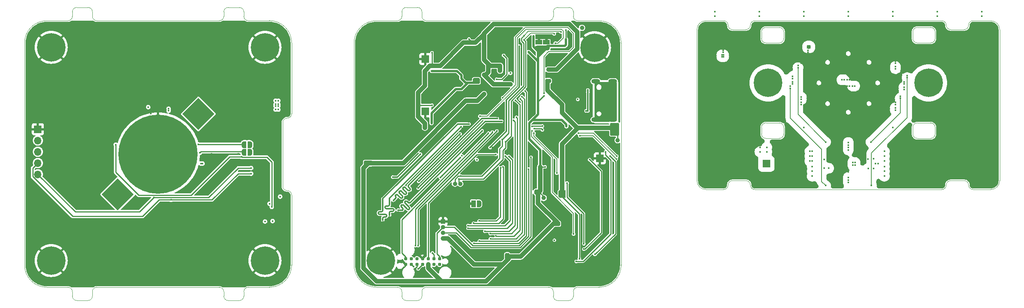
<source format=gbl>
%TF.GenerationSoftware,KiCad,Pcbnew,7.0.2*%
%TF.CreationDate,2023-04-27T15:04:22+02:00*%
%TF.ProjectId,kleinvoet,6b6c6569-6e76-46f6-9574-2e6b69636164,C*%
%TF.SameCoordinates,Original*%
%TF.FileFunction,Copper,L4,Bot*%
%TF.FilePolarity,Positive*%
%FSLAX46Y46*%
G04 Gerber Fmt 4.6, Leading zero omitted, Abs format (unit mm)*
G04 Created by KiCad (PCBNEW 7.0.2) date 2023-04-27 15:04:22*
%MOMM*%
%LPD*%
G01*
G04 APERTURE LIST*
G04 Aperture macros list*
%AMRotRect*
0 Rectangle, with rotation*
0 The origin of the aperture is its center*
0 $1 length*
0 $2 width*
0 $3 Rotation angle, in degrees counterclockwise*
0 Add horizontal line*
21,1,$1,$2,0,0,$3*%
%AMFreePoly0*
4,1,19,0.550000,-0.750000,0.000000,-0.750000,0.000000,-0.744911,-0.071157,-0.744911,-0.207708,-0.704816,-0.327430,-0.627875,-0.420627,-0.520320,-0.479746,-0.390866,-0.500000,-0.250000,-0.500000,0.250000,-0.479746,0.390866,-0.420627,0.520320,-0.327430,0.627875,-0.207708,0.704816,-0.071157,0.744911,0.000000,0.744911,0.000000,0.750000,0.550000,0.750000,0.550000,-0.750000,0.550000,-0.750000,
$1*%
%AMFreePoly1*
4,1,19,0.000000,0.744911,0.071157,0.744911,0.207708,0.704816,0.327430,0.627875,0.420627,0.520320,0.479746,0.390866,0.500000,0.250000,0.500000,-0.250000,0.479746,-0.390866,0.420627,-0.520320,0.327430,-0.627875,0.207708,-0.704816,0.071157,-0.744911,0.000000,-0.744911,0.000000,-0.750000,-0.550000,-0.750000,-0.550000,0.750000,0.000000,0.750000,0.000000,0.744911,0.000000,0.744911,
$1*%
%AMFreePoly2*
4,1,19,0.500000,-0.750000,0.000000,-0.750000,0.000000,-0.744911,-0.071157,-0.744911,-0.207708,-0.704816,-0.327430,-0.627875,-0.420627,-0.520320,-0.479746,-0.390866,-0.500000,-0.250000,-0.500000,0.250000,-0.479746,0.390866,-0.420627,0.520320,-0.327430,0.627875,-0.207708,0.704816,-0.071157,0.744911,0.000000,0.744911,0.000000,0.750000,0.500000,0.750000,0.500000,-0.750000,0.500000,-0.750000,
$1*%
%AMFreePoly3*
4,1,19,0.000000,0.744911,0.071157,0.744911,0.207708,0.704816,0.327430,0.627875,0.420627,0.520320,0.479746,0.390866,0.500000,0.250000,0.500000,-0.250000,0.479746,-0.390866,0.420627,-0.520320,0.327430,-0.627875,0.207708,-0.704816,0.071157,-0.744911,0.000000,-0.744911,0.000000,-0.750000,-0.500000,-0.750000,-0.500000,0.750000,0.000000,0.750000,0.000000,0.744911,0.000000,0.744911,
$1*%
G04 Aperture macros list end*
%TA.AperFunction,ComponentPad*%
%ADD10C,0.800000*%
%TD*%
%TA.AperFunction,ComponentPad*%
%ADD11C,6.400000*%
%TD*%
%TA.AperFunction,ComponentPad*%
%ADD12C,0.500000*%
%TD*%
%TA.AperFunction,SMDPad,CuDef*%
%ADD13R,1.680000X1.680000*%
%TD*%
%TA.AperFunction,ComponentPad*%
%ADD14O,1.950000X0.950000*%
%TD*%
%TA.AperFunction,ComponentPad*%
%ADD15R,1.700000X1.700000*%
%TD*%
%TA.AperFunction,ComponentPad*%
%ADD16O,1.700000X1.700000*%
%TD*%
%TA.AperFunction,ComponentPad*%
%ADD17R,1.000000X1.000000*%
%TD*%
%TA.AperFunction,ComponentPad*%
%ADD18O,1.000000X1.000000*%
%TD*%
%TA.AperFunction,SMDPad,CuDef*%
%ADD19C,1.000000*%
%TD*%
%TA.AperFunction,SMDPad,CuDef*%
%ADD20FreePoly0,270.000000*%
%TD*%
%TA.AperFunction,SMDPad,CuDef*%
%ADD21R,1.500000X1.000000*%
%TD*%
%TA.AperFunction,SMDPad,CuDef*%
%ADD22FreePoly1,270.000000*%
%TD*%
%TA.AperFunction,ConnectorPad*%
%ADD23C,0.787400*%
%TD*%
%TA.AperFunction,SMDPad,CuDef*%
%ADD24FreePoly0,0.000000*%
%TD*%
%TA.AperFunction,SMDPad,CuDef*%
%ADD25R,1.000000X1.500000*%
%TD*%
%TA.AperFunction,SMDPad,CuDef*%
%ADD26FreePoly1,0.000000*%
%TD*%
%TA.AperFunction,SMDPad,CuDef*%
%ADD27FreePoly2,180.000000*%
%TD*%
%TA.AperFunction,SMDPad,CuDef*%
%ADD28FreePoly3,180.000000*%
%TD*%
%TA.AperFunction,SMDPad,CuDef*%
%ADD29RotRect,5.100000X5.100000X45.000000*%
%TD*%
%TA.AperFunction,SMDPad,CuDef*%
%ADD30C,17.800000*%
%TD*%
%TA.AperFunction,ViaPad*%
%ADD31C,0.400000*%
%TD*%
%TA.AperFunction,ViaPad*%
%ADD32C,0.450000*%
%TD*%
%TA.AperFunction,ViaPad*%
%ADD33C,0.600000*%
%TD*%
%TA.AperFunction,Conductor*%
%ADD34C,0.300000*%
%TD*%
%TA.AperFunction,Conductor*%
%ADD35C,0.500000*%
%TD*%
%TA.AperFunction,Conductor*%
%ADD36C,0.250000*%
%TD*%
%TA.AperFunction,Conductor*%
%ADD37C,1.000000*%
%TD*%
%TA.AperFunction,Conductor*%
%ADD38C,0.200000*%
%TD*%
%TA.AperFunction,Conductor*%
%ADD39C,0.306310*%
%TD*%
%TA.AperFunction,Profile*%
%ADD40C,0.050000*%
%TD*%
G04 APERTURE END LIST*
%TA.AperFunction,EtchedComponent*%
%TO.C,JP401*%
G36*
X141500000Y-36450000D02*
G01*
X140900000Y-36450000D01*
X140900000Y-35950000D01*
X141500000Y-35950000D01*
X141500000Y-36450000D01*
G37*
%TD.AperFunction*%
%TA.AperFunction,EtchedComponent*%
%TO.C,JP402*%
G36*
X139800000Y-36450000D02*
G01*
X139200000Y-36450000D01*
X139200000Y-35950000D01*
X139800000Y-35950000D01*
X139800000Y-36450000D01*
G37*
%TD.AperFunction*%
%TA.AperFunction,EtchedComponent*%
%TO.C,JP1401*%
G36*
X124400000Y-73500000D02*
G01*
X123900000Y-73500000D01*
X123900000Y-72900000D01*
X124400000Y-72900000D01*
X124400000Y-73500000D01*
G37*
%TD.AperFunction*%
%TD*%
D10*
%TO.P,H201,1,1*%
%TO.N,GND*%
X149600000Y-38050000D03*
X150302944Y-36352944D03*
X150302944Y-39747056D03*
X152000000Y-35650000D03*
D11*
X152000000Y-38050000D03*
D10*
X152000000Y-40450000D03*
X153697056Y-36352944D03*
X153697056Y-39747056D03*
X154400000Y-38050000D03*
%TD*%
%TO.P,H202,1,1*%
%TO.N,GND*%
X101600000Y-86050000D03*
X102302944Y-84352944D03*
X102302944Y-87747056D03*
X104000000Y-83650000D03*
D11*
X104000000Y-86050000D03*
D10*
X104000000Y-88450000D03*
X105697056Y-84352944D03*
X105697056Y-87747056D03*
X106400000Y-86050000D03*
%TD*%
D12*
%TO.P,U801,17,EP*%
%TO.N,GND*%
X113410000Y-51810000D03*
X113410000Y-52990000D03*
D13*
X114000000Y-52400000D03*
D12*
X114590000Y-51810000D03*
X114590000Y-52990000D03*
%TD*%
%TO.P,U701,17,EP*%
%TO.N,GND*%
X113410000Y-40010000D03*
X113410000Y-41190000D03*
D13*
X114000000Y-40600000D03*
D12*
X114590000Y-40010000D03*
X114590000Y-41190000D03*
%TD*%
D14*
%TO.P,J206,S1,SHIELD*%
%TO.N,Earth*%
X152275000Y-54270000D03*
X156100000Y-54270000D03*
X152275000Y-45630000D03*
X156100000Y-45630000D03*
%TD*%
D15*
%TO.P,J303,1,Pin_1*%
%TO.N,GND_GNSS*%
X27000000Y-56425000D03*
D16*
%TO.P,J303,2,Pin_2*%
%TO.N,unconnected-(J303-Pin_2-Pad2)*%
X27000000Y-58965000D03*
%TO.P,J303,3,Pin_3*%
%TO.N,+3.3V_GNSS*%
X27000000Y-61505000D03*
%TO.P,J303,4,Pin_4*%
%TO.N,/GNSS_Module/GPS_TX_RXD*%
X27000000Y-64045000D03*
%TO.P,J303,5,Pin_5*%
%TO.N,/GNSS_Module/GPS_RX_TXD*%
X27000000Y-66585000D03*
%TD*%
D10*
%TO.P,H301,1,1*%
%TO.N,GND_GNSS*%
X80400000Y-38000000D03*
X79697056Y-39697056D03*
X79697056Y-36302944D03*
X78000000Y-40400000D03*
D11*
X78000000Y-38000000D03*
D10*
X78000000Y-35600000D03*
X76302944Y-39697056D03*
X76302944Y-36302944D03*
X75600000Y-38000000D03*
%TD*%
%TO.P,H303,1,1*%
%TO.N,GND_GNSS*%
X80400000Y-86000000D03*
X79697056Y-87697056D03*
X79697056Y-84302944D03*
X78000000Y-88400000D03*
D11*
X78000000Y-86000000D03*
D10*
X78000000Y-83600000D03*
X76302944Y-87697056D03*
X76302944Y-84302944D03*
X75600000Y-86000000D03*
%TD*%
%TO.P,H304,1,1*%
%TO.N,GND_GNSS*%
X32400000Y-86000000D03*
X31697056Y-87697056D03*
X31697056Y-84302944D03*
X30000000Y-88400000D03*
D11*
X30000000Y-86000000D03*
D10*
X30000000Y-83600000D03*
X28302944Y-87697056D03*
X28302944Y-84302944D03*
X27600000Y-86000000D03*
%TD*%
%TO.P,H302,1,1*%
%TO.N,GND_GNSS*%
X32400000Y-38000000D03*
X31697056Y-39697056D03*
X31697056Y-36302944D03*
X30000000Y-40400000D03*
D11*
X30000000Y-38000000D03*
D10*
X30000000Y-35600000D03*
X28302944Y-39697056D03*
X28302944Y-36302944D03*
X27600000Y-38000000D03*
%TD*%
D17*
%TO.P,J203,1,Pin_1*%
%TO.N,GND*%
X118000000Y-77200000D03*
D18*
%TO.P,J203,2,Pin_2*%
%TO.N,/VCP_TX*%
X118000000Y-78470000D03*
%TO.P,J203,3,Pin_3*%
%TO.N,/VCP_RX*%
X118000000Y-79740000D03*
%TO.P,J203,4,Pin_4*%
%TO.N,+3V3*%
X118000000Y-81010000D03*
%TD*%
D10*
%TO.P,H1001,1,1*%
%TO.N,GND_SENSOR*%
X224600000Y-46000000D03*
X225302944Y-44302944D03*
X225302944Y-47697056D03*
X227000000Y-43600000D03*
D11*
X227000000Y-46000000D03*
D10*
X227000000Y-48400000D03*
X228697056Y-44302944D03*
X228697056Y-47697056D03*
X229400000Y-46000000D03*
%TD*%
D12*
%TO.P,U1701,17,EP*%
%TO.N,GND_SENSOR*%
X191190000Y-64790000D03*
X191190000Y-63610000D03*
D13*
X190600000Y-64200000D03*
D12*
X190010000Y-64790000D03*
X190010000Y-63610000D03*
%TD*%
D10*
%TO.P,H1002,1,1*%
%TO.N,GND_SENSOR*%
X188600000Y-46000000D03*
X189302944Y-44302944D03*
X189302944Y-47697056D03*
X191000000Y-43600000D03*
D11*
X191000000Y-46000000D03*
D10*
X191000000Y-48400000D03*
X192697056Y-44302944D03*
X192697056Y-47697056D03*
X193400000Y-46000000D03*
%TD*%
D12*
%TO.P,U901,17,VSS*%
%TO.N,GND*%
X152604500Y-63581200D03*
X153784500Y-63581200D03*
D13*
X153194500Y-62991200D03*
D12*
X152604500Y-62401200D03*
X153784500Y-62401200D03*
%TD*%
D19*
%TO.P,TP902,1,1*%
%TO.N,VCC*%
X157200000Y-58900000D03*
%TD*%
D20*
%TO.P,JP401,1,A*%
%TO.N,GND*%
X141200000Y-35550000D03*
D21*
%TO.P,JP401,2,C*%
%TO.N,Net-(JP401-C)*%
X141200000Y-36850000D03*
D22*
%TO.P,JP401,3,B*%
%TO.N,+3V3*%
X141200000Y-38150000D03*
%TD*%
D20*
%TO.P,JP402,1,A*%
%TO.N,GND*%
X139500000Y-35550000D03*
D21*
%TO.P,JP402,2,C*%
%TO.N,Net-(JP402-C)*%
X139500000Y-36850000D03*
D22*
%TO.P,JP402,3,B*%
%TO.N,+3V3*%
X139500000Y-38150000D03*
%TD*%
D19*
%TO.P,TP406,1,1*%
%TO.N,/I2C1_SDA*%
X121850000Y-68700000D03*
%TD*%
%TO.P,TP407,1,1*%
%TO.N,/I2C1_SCL*%
X120650000Y-68700000D03*
%TD*%
%TO.P,TP904,1,1*%
%TO.N,+3.3VADC*%
X149200000Y-33600000D03*
%TD*%
D23*
%TO.P,J202,1,NC*%
%TO.N,unconnected-(J202-NC-Pad1)*%
X117210000Y-86835000D03*
%TO.P,J202,2,NC*%
%TO.N,unconnected-(J202-NC-Pad2)*%
X115940000Y-86835000D03*
%TO.P,J202,3,VCC*%
%TO.N,+3V3*%
X114670000Y-86835000D03*
%TO.P,J202,4,JTMS/SWDIO*%
%TO.N,/SWDIO*%
X113400000Y-86835000D03*
%TO.P,J202,5,GND*%
%TO.N,GND*%
X112130000Y-86835000D03*
%TO.P,J202,6,JCLK/SWCLK*%
%TO.N,/SWCLK*%
X110860000Y-86835000D03*
%TO.P,J202,7,GND*%
%TO.N,GND*%
X109590000Y-86835000D03*
%TO.P,J202,8,JTDO/SWO*%
%TO.N,/SWO*%
X109590000Y-85565000D03*
%TO.P,J202,9,JRCLK/NC*%
%TO.N,unconnected-(J202-JRCLK{slash}NC-Pad9)*%
X110860000Y-85565000D03*
%TO.P,J202,10,JTDI/NC*%
%TO.N,unconnected-(J202-JTDI{slash}NC-Pad10)*%
X112130000Y-85565000D03*
%TO.P,J202,11,GNDDetect*%
%TO.N,GND*%
X113400000Y-85565000D03*
%TO.P,J202,12,~{RST}*%
%TO.N,/~{RST}*%
X114670000Y-85565000D03*
%TO.P,J202,13,VCP_RX*%
%TO.N,/VCP_RX*%
X115940000Y-85565000D03*
%TO.P,J202,14,VCP_TX*%
%TO.N,/VCP_TX*%
X117210000Y-85565000D03*
%TD*%
D24*
%TO.P,JP1401,1,A*%
%TO.N,GND*%
X123500000Y-73200000D03*
D25*
%TO.P,JP1401,2,C*%
%TO.N,/EnviromentalSensor/I2C_ADDR_SEL*%
X124800000Y-73200000D03*
D26*
%TO.P,JP1401,3,B*%
%TO.N,+3V3*%
X126100000Y-73200000D03*
%TD*%
D27*
%TO.P,JP2,1,A*%
%TO.N,/GNSS_Module/GNSS_CONN_INT*%
X74600000Y-59925000D03*
D28*
%TO.P,JP2,2,B*%
%TO.N,/GNSS_Module/GNSS_EXT_INT*%
X73300000Y-59925000D03*
%TD*%
D19*
%TO.P,TP903,1,1*%
%TO.N,+3V3*%
X140600000Y-71900000D03*
%TD*%
D29*
%TO.P,BT301,1,+*%
%TO.N,/GNSS_Module/BATT+*%
X44949033Y-71092211D03*
X63050967Y-52990277D03*
D30*
%TO.P,BT301,2,-*%
%TO.N,GND_GNSS*%
X54000000Y-62041244D03*
%TD*%
D27*
%TO.P,JP1,1,A*%
%TO.N,/GNSS_Module/GNSS_CONN_~{RESET}*%
X74600000Y-61625000D03*
D28*
%TO.P,JP1,2,B*%
%TO.N,/GNSS_Module/GNSS_~{RESET}*%
X73300000Y-61625000D03*
%TD*%
D31*
%TO.N,*%
X229000000Y-31000000D03*
X239000000Y-31000000D03*
X219000000Y-31000000D03*
X189000000Y-31000000D03*
X199000000Y-31000000D03*
X179000000Y-31000000D03*
X209000000Y-31000000D03*
%TO.N,Earth*%
X156100000Y-47600000D03*
X156100000Y-49900000D03*
X156100000Y-52300000D03*
%TO.N,+3V3*%
X138800000Y-70800000D03*
X140650000Y-48908739D03*
X127200000Y-48300000D03*
X132700000Y-84600000D03*
X145400000Y-37600000D03*
X143600000Y-78000000D03*
X132100000Y-85100000D03*
D32*
X100600000Y-63800000D03*
D31*
X138800000Y-70300000D03*
X132700000Y-85100000D03*
X143100000Y-77400000D03*
X139300000Y-70800000D03*
X137230000Y-39050000D03*
X145600000Y-36850000D03*
X126100000Y-73200000D03*
X139800000Y-70300000D03*
X139300000Y-53100000D03*
X138300000Y-36000000D03*
X145600000Y-36100000D03*
X139800000Y-64900000D03*
X140900000Y-64900000D03*
X138300000Y-35450000D03*
D32*
X101800000Y-63800000D03*
D31*
X117800000Y-66900000D03*
X139370000Y-60570000D03*
X132100000Y-84600000D03*
X109900000Y-63200000D03*
X114670000Y-87670000D03*
X121900000Y-62800000D03*
X119000000Y-81300000D03*
X143100000Y-78000000D03*
X119000000Y-80800000D03*
X144100000Y-78000000D03*
X143600000Y-77400000D03*
X125600000Y-63300000D03*
X127200000Y-48800000D03*
X145700000Y-55350000D03*
X132100000Y-85600000D03*
X145563000Y-34074500D03*
X144100000Y-77400000D03*
X139800000Y-70800000D03*
X117400000Y-67300000D03*
X122200000Y-62400000D03*
X145700000Y-55800000D03*
X132700000Y-85600000D03*
%TO.N,/GNSS_Module/BATT+*%
X44900000Y-67900000D03*
X66250000Y-53000000D03*
X59800000Y-53000000D03*
X41750000Y-71100000D03*
X44950000Y-74300000D03*
X51800000Y-51450000D03*
X63050000Y-49800000D03*
X48100000Y-71100000D03*
X63050000Y-56150000D03*
D32*
%TO.N,+3.3VADC*%
X130800000Y-42150000D03*
X127200000Y-40000000D03*
X127200000Y-39000000D03*
D31*
X115500000Y-51000000D03*
X141500000Y-42700000D03*
D32*
X127200000Y-35000000D03*
X113900000Y-56090000D03*
X127200000Y-44200000D03*
D31*
X142000000Y-42700000D03*
D32*
X113900000Y-43300000D03*
X130800000Y-43250000D03*
X113900000Y-55090000D03*
D31*
X141500000Y-43200000D03*
D32*
X127200000Y-36000000D03*
D31*
X123800000Y-36100000D03*
D32*
X113900000Y-44300000D03*
X133170000Y-46350000D03*
X133150000Y-43800000D03*
D31*
X115500000Y-39200000D03*
X142000000Y-43200000D03*
D32*
%TO.N,VCC*%
X157200000Y-56800000D03*
D31*
X142000000Y-45800000D03*
D32*
X155800000Y-55300000D03*
X157200000Y-56100000D03*
D31*
X142000000Y-45300000D03*
D32*
X156500000Y-56100000D03*
X156500000Y-55300000D03*
D31*
X144700000Y-71100000D03*
X144200000Y-71100000D03*
X144700000Y-71600000D03*
D32*
X157200000Y-55300000D03*
X157200000Y-57600000D03*
D31*
X144200000Y-71600000D03*
X141500000Y-45800000D03*
X148600000Y-85579700D03*
D32*
X155800000Y-56100000D03*
D31*
X141500000Y-45300000D03*
X144700000Y-50900000D03*
%TO.N,VBUS*%
X150500000Y-52300000D03*
X150500000Y-47600000D03*
X150500000Y-48050000D03*
X150100000Y-52300000D03*
X148249502Y-49700000D03*
%TO.N,/~{RST}*%
X129850000Y-62099500D03*
X121500000Y-66200000D03*
%TO.N,GND_GNSS*%
X78000000Y-66700000D03*
X42000000Y-86000000D03*
X72000000Y-80000000D03*
X30000000Y-62000000D03*
X72000000Y-74000000D03*
X36000000Y-44000000D03*
X48000000Y-38000000D03*
X42000000Y-80000000D03*
X36000000Y-68000000D03*
X36000000Y-50000000D03*
X66000000Y-80000000D03*
X54000000Y-86000000D03*
X78000000Y-80000000D03*
X78000000Y-62000000D03*
X48000000Y-44000000D03*
X77500000Y-64200000D03*
X36000000Y-56000000D03*
X60000000Y-80000000D03*
X54000000Y-44000000D03*
X30000000Y-74000000D03*
X78300000Y-64200000D03*
X66000000Y-68000000D03*
X42000000Y-56000000D03*
X72000000Y-44000000D03*
X54000000Y-74000000D03*
X42000000Y-44000000D03*
X36000000Y-38000000D03*
X36000000Y-74000000D03*
X57325000Y-52250000D03*
X66000000Y-44000000D03*
X66000000Y-74000000D03*
X66000000Y-50000000D03*
X52350000Y-52900000D03*
X48000000Y-56000000D03*
X42000000Y-38000000D03*
X48000000Y-80000000D03*
X42000000Y-50000000D03*
X81400000Y-74800000D03*
X48000000Y-50000000D03*
X57325000Y-51800000D03*
X42000000Y-62000000D03*
X60000000Y-74000000D03*
X64000000Y-65100000D03*
X30000000Y-56000000D03*
X54000000Y-38000000D03*
X42000000Y-68000000D03*
X30000000Y-80000000D03*
X48000000Y-68000000D03*
X60000000Y-38000000D03*
X72000000Y-38000000D03*
X78300000Y-59200000D03*
X48000000Y-86000000D03*
X77500000Y-63600000D03*
X77500000Y-58600000D03*
X30000000Y-44000000D03*
X60000000Y-86000000D03*
X48000000Y-74000000D03*
X42000000Y-74000000D03*
X30000000Y-50000000D03*
X60000000Y-56000000D03*
X66000000Y-56000000D03*
X78000000Y-44000000D03*
X72000000Y-68000000D03*
X78300000Y-63600000D03*
X72000000Y-56000000D03*
X63600000Y-65100000D03*
X66000000Y-38000000D03*
X54000000Y-62000000D03*
X60000000Y-44000000D03*
X54000000Y-50000000D03*
X60000000Y-50000000D03*
X66000000Y-62000000D03*
X77500000Y-59200000D03*
X36000000Y-80000000D03*
X72000000Y-50000000D03*
X72000000Y-86000000D03*
X60000000Y-68000000D03*
X36000000Y-86000000D03*
X78300000Y-58600000D03*
X30000000Y-68000000D03*
X36000000Y-62000000D03*
X66000000Y-86000000D03*
X72000000Y-62000000D03*
X54000000Y-80000000D03*
%TO.N,/SWCLK*%
X129079122Y-57079122D03*
X111362500Y-87337500D03*
X111800000Y-82600000D03*
%TO.N,/SWDIO*%
X130076393Y-56824868D03*
X112400000Y-87850000D03*
X112400000Y-82600000D03*
%TO.N,/SDIO_D2*%
X104460000Y-76840000D03*
X123800000Y-55242700D03*
%TO.N,/SDIO_D3*%
X122058300Y-55841700D03*
X105960000Y-75740000D03*
%TO.N,/SDIO_CMD*%
X107900000Y-74640000D03*
X126800000Y-56800000D03*
%TO.N,/SDIO_CLK*%
X106860000Y-72440000D03*
X121800000Y-57500000D03*
%TO.N,/SDIO_D0*%
X131200000Y-54650000D03*
X112400000Y-69700000D03*
%TO.N,/SDIO_D1*%
X112550000Y-68150000D03*
X130150000Y-54000000D03*
%TO.N,/Power/SYSOFF*%
X149600000Y-83400000D03*
X150900000Y-63265700D03*
%TO.N,GND*%
X106000000Y-76200000D03*
X129900000Y-72225000D03*
X107450000Y-73650000D03*
X127500000Y-69600000D03*
X141250000Y-67500000D03*
D32*
X133900000Y-53800000D03*
D31*
X104800000Y-46500000D03*
X141400000Y-69700000D03*
X127200000Y-47200000D03*
X141800000Y-69300000D03*
X141475878Y-35274122D03*
X126100000Y-80200000D03*
X108200000Y-59300000D03*
X127500000Y-72200000D03*
X123200000Y-51200000D03*
X130200000Y-53600000D03*
X107900000Y-75100000D03*
X146071800Y-34478200D03*
X110800000Y-46500000D03*
D32*
X126700000Y-45950000D03*
D31*
X131400000Y-85100000D03*
X128200000Y-48300000D03*
X106800000Y-57600000D03*
X121900000Y-58000000D03*
X143150000Y-41100000D03*
X124300000Y-68300000D03*
X118800000Y-46500000D03*
D33*
X131500000Y-37500000D03*
D31*
X132300000Y-69600000D03*
X147200000Y-83400000D03*
D32*
X115400000Y-56090000D03*
D31*
X152050000Y-33400000D03*
D32*
X126000000Y-42400000D03*
D31*
X142800000Y-36500000D03*
X101800000Y-40200000D03*
X148500000Y-41200000D03*
X122400000Y-53000000D03*
X126150000Y-85400000D03*
X129700000Y-68800000D03*
X108800000Y-34200000D03*
X112800000Y-46500000D03*
D32*
X113900000Y-48700000D03*
D31*
X102200000Y-51600000D03*
X143100000Y-78700000D03*
X125600000Y-70700000D03*
X157250000Y-66500000D03*
X149300000Y-66500000D03*
X156200000Y-78300000D03*
D32*
X128550000Y-40800000D03*
X148600000Y-61000000D03*
D31*
X112200000Y-67900000D03*
X129050000Y-60550000D03*
D33*
X133400000Y-37500000D03*
D31*
X153400000Y-88500000D03*
X123800000Y-68200000D03*
X141700000Y-73100000D03*
X149500000Y-69050000D03*
X101800000Y-51600000D03*
X105600000Y-55800000D03*
X129400000Y-80500000D03*
X131400000Y-85600000D03*
X130300000Y-69200000D03*
X99200000Y-62500000D03*
X130800000Y-85100000D03*
X138400000Y-47200000D03*
X146700000Y-69700000D03*
X143600000Y-78700000D03*
X116800000Y-57600000D03*
X108800000Y-46500000D03*
X154500000Y-42500000D03*
D32*
X129700000Y-33700000D03*
X130200000Y-33700000D03*
D31*
X123700000Y-54800000D03*
X102200000Y-52000000D03*
X144450000Y-35700000D03*
X146700000Y-69300000D03*
X143100000Y-79300000D03*
X142550000Y-41100000D03*
X132800000Y-59250000D03*
X129850000Y-73200000D03*
X123400000Y-65150000D03*
X138800000Y-62200000D03*
X143450000Y-46800000D03*
X116800000Y-34200000D03*
D32*
X133150000Y-45350000D03*
D31*
X125200000Y-47200000D03*
X124300000Y-60200000D03*
X138400000Y-45200000D03*
X150000000Y-69050000D03*
D32*
X131300000Y-41350000D03*
D31*
X144100000Y-79300000D03*
D33*
X129600000Y-35600000D03*
D31*
X116800000Y-46500000D03*
D32*
X138625500Y-39400000D03*
X133200000Y-33700000D03*
D31*
X106800000Y-34200000D03*
D32*
X101800000Y-65800000D03*
D31*
X127250000Y-43200000D03*
X138700000Y-86350000D03*
X150000000Y-69550000D03*
X107300000Y-47700000D03*
X132300000Y-67600000D03*
X137300000Y-42550000D03*
X138400000Y-43250000D03*
X101800000Y-39800000D03*
X131200000Y-47200000D03*
X148900000Y-55050000D03*
X155100000Y-66450000D03*
D32*
X133215000Y-41117864D03*
D31*
X123200000Y-41200000D03*
X108800000Y-57600000D03*
X150500000Y-53550000D03*
X143500000Y-69700000D03*
X143100000Y-69700000D03*
X114800000Y-46500000D03*
X112100000Y-69400000D03*
X148400000Y-63100000D03*
X147300000Y-70500000D03*
X106900000Y-35800000D03*
X99250000Y-60300000D03*
X124600000Y-65150000D03*
X144150000Y-58650000D03*
X131400000Y-84600000D03*
X145650000Y-38350000D03*
X137300000Y-41950000D03*
X107300000Y-78900000D03*
D32*
X132900000Y-42450000D03*
D31*
X114000000Y-84600000D03*
X105600000Y-37100000D03*
X104800000Y-34200000D03*
X147900000Y-78400000D03*
D33*
X133400000Y-35600000D03*
D31*
X123200000Y-49100500D03*
D32*
X132900000Y-43300000D03*
D31*
X127400000Y-61300000D03*
X143700000Y-83900000D03*
X150500000Y-46800000D03*
X109200000Y-87500000D03*
X143150000Y-61250000D03*
X124800000Y-80200000D03*
X154500000Y-66450000D03*
X123150000Y-71600000D03*
X125600000Y-71600000D03*
X145700000Y-50900000D03*
X123200000Y-45200000D03*
X130000000Y-65900000D03*
X128600000Y-85450000D03*
X147100000Y-69700000D03*
X143600000Y-79300000D03*
X155100000Y-66950000D03*
X149800000Y-47400000D03*
X157250000Y-64500000D03*
X114800000Y-34200000D03*
X137100000Y-47200000D03*
X143200000Y-38350500D03*
X156200000Y-84300000D03*
D32*
X115400000Y-44300000D03*
D31*
X135550000Y-37750000D03*
X131600000Y-54798345D03*
D32*
X124800000Y-39000000D03*
D31*
X146800000Y-70500000D03*
D32*
X111700000Y-44300000D03*
D31*
X127600000Y-88900000D03*
X129750000Y-58200000D03*
X127500000Y-73150000D03*
X137200000Y-39950000D03*
X132300000Y-72200000D03*
D32*
X133700000Y-33700000D03*
D31*
X119800000Y-71200000D03*
X127500000Y-70700000D03*
X110800000Y-57600000D03*
D32*
X128550000Y-40300000D03*
D31*
X103900000Y-71300000D03*
X147350000Y-52900000D03*
X127300000Y-56800000D03*
X130800000Y-84600000D03*
X132300000Y-66600000D03*
X142350000Y-46800000D03*
X120800000Y-42200000D03*
X153400000Y-84300000D03*
D33*
X131500000Y-35600000D03*
D31*
X106800000Y-46500000D03*
X147100000Y-69300000D03*
X103100000Y-61500000D03*
X112800000Y-34200000D03*
X102200000Y-40200000D03*
X121800000Y-57000000D03*
X150300000Y-66550000D03*
X113200000Y-89300000D03*
X102800000Y-57600000D03*
X123200000Y-43200000D03*
X142550000Y-40600000D03*
D32*
X133600000Y-41324500D03*
D31*
X154500000Y-66950000D03*
X141400000Y-69300000D03*
X120800000Y-46500000D03*
D32*
X131750000Y-41350000D03*
X124800000Y-35000000D03*
D31*
X106700000Y-55900000D03*
X123200000Y-65800000D03*
X149800000Y-47900000D03*
X142349500Y-46356624D03*
X120800000Y-53600000D03*
X131250000Y-56600000D03*
X146800000Y-71000000D03*
D32*
X124800000Y-36000000D03*
D31*
X105600000Y-49000000D03*
D32*
X134700000Y-49550000D03*
D31*
X148000000Y-41200000D03*
X148500000Y-59000000D03*
X143150000Y-40600000D03*
X121100000Y-73300000D03*
X123900000Y-60600000D03*
X123200000Y-39200000D03*
X112800000Y-57600000D03*
X145700000Y-66700000D03*
X106700000Y-36900000D03*
X133600000Y-60800000D03*
X104300000Y-71600000D03*
X106700000Y-48900000D03*
D32*
X127200000Y-45950000D03*
D31*
X149200000Y-47900000D03*
D32*
X111700000Y-56090000D03*
D31*
X106700000Y-44200000D03*
X149200000Y-47400000D03*
X120800000Y-34200000D03*
X148400000Y-62000000D03*
X125600000Y-65800000D03*
X104300000Y-71000000D03*
X149750000Y-67600000D03*
X101800000Y-52000000D03*
X112650000Y-71900000D03*
X128200000Y-48800000D03*
X144100000Y-78700000D03*
D33*
X129500000Y-39500000D03*
D31*
X132300000Y-65600000D03*
X123200000Y-34200000D03*
X122600000Y-73200000D03*
X118800000Y-34200000D03*
X107500000Y-35800000D03*
X113600000Y-78900000D03*
D33*
X129600000Y-37500000D03*
D31*
X103050000Y-78950000D03*
X105600000Y-44100000D03*
X129200000Y-47200000D03*
X110800000Y-34200000D03*
X130800000Y-85600000D03*
D32*
X113900000Y-37910000D03*
D31*
X143450000Y-46350000D03*
X127250000Y-42200000D03*
X143700000Y-73100000D03*
X147450000Y-58650000D03*
X147200000Y-82200000D03*
X106700000Y-47700000D03*
X125600000Y-64300000D03*
X137400000Y-50250000D03*
X132300000Y-68600000D03*
X122300000Y-56200000D03*
X156350000Y-40900000D03*
X146300000Y-49700000D03*
D32*
X113900000Y-49700000D03*
D31*
X119100000Y-35200000D03*
X144000000Y-36150000D03*
X109234213Y-64934213D03*
X150500000Y-53050000D03*
X104500000Y-77300000D03*
D32*
X111700000Y-55090000D03*
D31*
X123200000Y-68700000D03*
D32*
X111700000Y-43300000D03*
D31*
X123200000Y-70700000D03*
X147300000Y-71000000D03*
X118800000Y-56600000D03*
X143500000Y-69300000D03*
X148900000Y-52900000D03*
D32*
X124800000Y-40000000D03*
D31*
X137950000Y-52950000D03*
X102200000Y-39800000D03*
X132300000Y-70300000D03*
X111800000Y-88100000D03*
X128700000Y-80500000D03*
X141800000Y-89050000D03*
X130100000Y-71400000D03*
X123200000Y-47200000D03*
X104800000Y-57600000D03*
X143100000Y-69300000D03*
X123850000Y-88750000D03*
X150500000Y-46300000D03*
X107100000Y-72900000D03*
X141800000Y-69700000D03*
X139900000Y-55000000D03*
X146900000Y-67600000D03*
D32*
X99400000Y-63800000D03*
D31*
X113400000Y-76650000D03*
D32*
X129550000Y-44200000D03*
D31*
X149500000Y-69550000D03*
X152100000Y-80400000D03*
D32*
X113900000Y-36910000D03*
D31*
X107800000Y-88900000D03*
X120000000Y-38100000D03*
D33*
X133400000Y-39500000D03*
D31*
X120800000Y-54600000D03*
X120800000Y-51000000D03*
X132300000Y-73050000D03*
%TO.N,/V_MONITOR*%
X138000000Y-56816200D03*
X147300000Y-80000000D03*
%TO.N,/I_CHARGE*%
X138400000Y-57300500D03*
X143525000Y-66305000D03*
%TO.N,/VCP_RX*%
X137749500Y-62749500D03*
X115600000Y-84300000D03*
%TO.N,/VCP_TX*%
X137224500Y-65400000D03*
%TO.N,/LED_STATUS_B*%
X140300000Y-55700000D03*
X138000000Y-55816700D03*
%TO.N,/LED_STATUS_O*%
X140300000Y-56550000D03*
X138500000Y-56300000D03*
%TO.N,+1V8*%
X209000000Y-67300000D03*
X217100000Y-61400000D03*
X200900000Y-61400000D03*
X217100000Y-63600000D03*
X209000000Y-60000000D03*
X200900000Y-67000000D03*
X200400000Y-61400000D03*
X209000000Y-61100000D03*
X199900000Y-38100000D03*
D32*
X189180000Y-61510000D03*
D31*
X200900000Y-64800000D03*
X209950000Y-46700000D03*
X199900000Y-37700000D03*
X217100000Y-64800000D03*
X207550000Y-45300000D03*
X208050000Y-45300000D03*
X200400000Y-62500000D03*
X219570000Y-42800000D03*
X219550000Y-52100000D03*
X204600000Y-65200000D03*
X209000000Y-59400000D03*
X200300000Y-38100000D03*
X209000000Y-60500000D03*
X221500000Y-47450000D03*
X200900000Y-62500000D03*
X200300000Y-37700000D03*
X210450000Y-46700000D03*
X196500000Y-45050000D03*
X217100000Y-62500000D03*
X200900000Y-63600000D03*
X219570000Y-42300000D03*
X219550000Y-51600000D03*
X209000000Y-67900000D03*
X198450000Y-49700000D03*
X198450000Y-49200000D03*
X217100000Y-67000000D03*
X196500000Y-44550000D03*
X203600000Y-65200000D03*
X209000000Y-68400000D03*
X200400000Y-63600000D03*
X200900000Y-65900000D03*
X221500000Y-46950000D03*
X217100000Y-65900000D03*
%TO.N,/SWO*%
X128179122Y-57279122D03*
%TO.N,/SDIO_CD*%
X106700000Y-67200000D03*
X112925000Y-62025000D03*
%TO.N,/CONN_MOSI*%
X129875000Y-80449000D03*
X134258244Y-49908244D03*
%TO.N,/CONN_MISO*%
X128650000Y-81075500D03*
X135309244Y-49599000D03*
%TO.N,/CONN_SCK*%
X134450000Y-53750000D03*
X128600000Y-79924500D03*
%TO.N,/ADC_SAI_FS*%
X128569358Y-60525500D03*
X135125000Y-37750500D03*
%TO.N,/LORA_~{SS}*%
X135700000Y-49074500D03*
X126150000Y-81575500D03*
%TO.N,/LORA_~{RST}*%
X124900000Y-82100000D03*
X136400000Y-47849500D03*
%TO.N,/LORA_INT*%
X132758537Y-62516781D03*
X123600000Y-78700000D03*
%TO.N,/EPD_~{SS}*%
X133824500Y-54406486D03*
X127400000Y-79400000D03*
%TO.N,/EPD_~{CMD}*%
X130912882Y-65109733D03*
X126100000Y-77075500D03*
%TO.N,/EPD_~{RST}*%
X124800000Y-77575500D03*
X131474500Y-64900000D03*
%TO.N,/EPD_BUSY*%
X131950000Y-62450000D03*
X123600000Y-78100497D03*
D32*
%TO.N,/ADC_Interface/VCM*%
X125700000Y-45950000D03*
X115400000Y-55090000D03*
X115400000Y-43300000D03*
X125200000Y-45950000D03*
D31*
%TO.N,Net-(JP401-C)*%
X141200000Y-36850000D03*
%TO.N,Net-(JP402-C)*%
X139871923Y-36794812D03*
%TO.N,/GNSS_Module/TIMEPULSE*%
X72750000Y-62650000D03*
X44500000Y-59900000D03*
X79522337Y-73918502D03*
%TO.N,/Power/~{PGOOD}*%
X155500000Y-62500000D03*
X152100000Y-84600000D03*
%TO.N,/BATT_~{CHG}*%
X154500000Y-61500000D03*
X147900000Y-86200000D03*
%TO.N,/AVCC_EN*%
X131384300Y-49334300D03*
X140650000Y-48309236D03*
%TO.N,/I2C1_SDA*%
X142950000Y-34950000D03*
X136150191Y-36344830D03*
X132050000Y-59250000D03*
X121500000Y-67600000D03*
%TO.N,/I2C1_SCL*%
X131250000Y-58767700D03*
X136150000Y-35350000D03*
X122000000Y-67000000D03*
X144449500Y-34519500D03*
%TO.N,/CHARGE_EN1*%
X148400000Y-57300000D03*
X157000000Y-62500000D03*
%TO.N,/CHARGE_EN2*%
X148700000Y-57900000D03*
X156900000Y-63107107D03*
%TO.N,/MAG_INT*%
X143200000Y-37050000D03*
X126250000Y-53500000D03*
%TO.N,/ADC_Interface/ADC_~{RST}*%
X130016726Y-45200000D03*
X131592930Y-39792605D03*
%TO.N,/Power/DVCC_EN*%
X145850000Y-68550000D03*
X149600000Y-82200000D03*
%TO.N,/EnviromentalSensor/I2C_ADDR_SEL*%
X124800000Y-73200000D03*
%TO.N,/Sensor_board/Buffer/PAIR_A*%
X222200000Y-44800000D03*
X214189300Y-69100500D03*
%TO.N,/Sensor_board/Buffer/PAIR_C*%
X197700000Y-42550000D03*
X203898200Y-59299500D03*
%TO.N,/Sensor_board/Buffer/PAIR_D*%
X203898200Y-69100500D03*
X196000000Y-47200000D03*
%TO.N,/Sensor_board/Buffer/PAIR_B*%
X220650000Y-49450000D03*
X214089300Y-59299500D03*
%TO.N,+3.3V_GNSS*%
X80400000Y-51200000D03*
X80400000Y-50000000D03*
X81000000Y-51200000D03*
X81400000Y-71600000D03*
X79700000Y-77100000D03*
X56375000Y-51800000D03*
X64000000Y-64150000D03*
X80400000Y-50800000D03*
X81000000Y-52000000D03*
X81000000Y-50800000D03*
X63600000Y-64150000D03*
X78000000Y-77200000D03*
X56375000Y-52250000D03*
X79000000Y-73200000D03*
X81000000Y-50000000D03*
X80400000Y-52000000D03*
%TO.N,GND_SENSOR*%
X215100000Y-64200000D03*
X208750000Y-46700000D03*
X206100000Y-42600000D03*
X183750000Y-45600000D03*
X191300000Y-38700000D03*
X196300000Y-38700000D03*
X182700000Y-38700000D03*
X211028350Y-59675249D03*
X206997950Y-59701550D03*
X199900000Y-38700000D03*
X222200000Y-44350000D03*
X208000000Y-64500000D03*
X198700000Y-60700000D03*
X208000000Y-63900000D03*
X182800000Y-48500000D03*
X221500000Y-46250000D03*
X177200000Y-37700000D03*
X209000000Y-56000000D03*
X209250000Y-45300000D03*
X219550000Y-50400000D03*
X183250000Y-45600000D03*
X182750000Y-45600000D03*
X213400000Y-63150000D03*
X210250000Y-37700000D03*
X219550000Y-50900000D03*
X210250000Y-54300000D03*
X206100000Y-50650000D03*
X239000000Y-46000000D03*
X189000000Y-56000000D03*
X209000000Y-30000000D03*
X206100000Y-41350000D03*
X211950000Y-49375000D03*
X239000000Y-30000000D03*
X196500000Y-45750000D03*
X189000000Y-30000000D03*
X204600000Y-63200000D03*
X196300000Y-39100000D03*
X209000000Y-36000000D03*
X209000000Y-37700000D03*
X191300000Y-39100000D03*
X199000000Y-56000000D03*
X199000000Y-66000000D03*
X213900000Y-46000000D03*
X198450000Y-41100000D03*
X213900000Y-44750000D03*
X199000000Y-36000000D03*
X185800000Y-45500000D03*
X204150000Y-44750000D03*
X180900000Y-39100000D03*
X198450000Y-50400000D03*
X239000000Y-56000000D03*
X221500000Y-45750000D03*
X211950000Y-50650000D03*
X207750000Y-37700000D03*
X189500000Y-38700000D03*
X229000000Y-66000000D03*
X206100000Y-49350000D03*
X179000000Y-66000000D03*
X239000000Y-36000000D03*
X213900000Y-47250000D03*
X196000000Y-46750000D03*
X219000000Y-30000000D03*
X206100000Y-51900000D03*
X211900000Y-40100000D03*
X207750000Y-54300000D03*
X182600000Y-43300000D03*
X211900000Y-41350000D03*
X198450000Y-41600000D03*
X184500000Y-39100000D03*
X183250000Y-45100000D03*
X186400000Y-48500000D03*
X219000000Y-36000000D03*
D32*
X192880000Y-61510000D03*
X192880000Y-60510000D03*
D31*
X189500000Y-39100000D03*
X198100000Y-39100000D03*
X209000000Y-54300000D03*
X229000000Y-30000000D03*
X207500000Y-64500000D03*
X203600000Y-63200000D03*
X197675000Y-67700000D03*
X199900000Y-39100000D03*
X197700000Y-42100000D03*
X239000000Y-66000000D03*
X179000000Y-46000000D03*
X197700000Y-60550000D03*
X196500000Y-46250000D03*
X215700000Y-64200000D03*
X182750000Y-45100000D03*
X185800000Y-45000000D03*
X198450000Y-50900000D03*
X211950000Y-51925000D03*
X179000000Y-56000000D03*
X183750000Y-45100000D03*
X180900000Y-38700000D03*
X179000000Y-36000000D03*
X198050000Y-62500000D03*
X199000000Y-30000000D03*
X184500000Y-38700000D03*
D32*
X189180000Y-60510000D03*
D31*
X219570000Y-41600000D03*
D32*
X190680000Y-67900000D03*
D31*
X211950000Y-42650000D03*
X179000000Y-30000000D03*
X209000000Y-66000000D03*
X182100000Y-43275000D03*
X219000000Y-66000000D03*
X214688800Y-63100000D03*
X229000000Y-56000000D03*
X207500000Y-63900000D03*
X198100000Y-38700000D03*
X206100000Y-40100000D03*
X189000000Y-36000000D03*
X209250000Y-46700000D03*
X229000000Y-36000000D03*
X220650000Y-49000000D03*
D32*
X190680000Y-66900000D03*
D31*
X204150000Y-47250000D03*
X208750000Y-45300000D03*
X219000000Y-56000000D03*
X219570000Y-41100000D03*
X204150000Y-46000000D03*
X182700000Y-39100000D03*
%TO.N,+3.3V_SENSOR*%
X181000000Y-39700000D03*
D32*
X190680000Y-60510000D03*
X190680000Y-61510000D03*
D31*
X210500000Y-64500000D03*
X180600000Y-39700000D03*
X210500000Y-63900000D03*
X210000000Y-64500000D03*
X213450000Y-65250000D03*
X181000000Y-40100000D03*
X214700000Y-65300000D03*
X210000000Y-63900000D03*
X180600000Y-40100000D03*
%TO.N,/GNSS_Module/GPS_RX_TXD*%
X74875000Y-65175000D03*
X53050000Y-71790744D03*
%TO.N,/GNSS_Module/GNSS_CONN_~{RESET}*%
X74600000Y-61625000D03*
%TO.N,/GNSS_Module/GNSS_CONN_INT*%
X74600000Y-59925000D03*
%TO.N,/GNSS_Module/GPS_TX_RXD*%
X74875000Y-66425000D03*
X56900000Y-72324500D03*
%TO.N,/GNSS_Module/GNSS_~{RESET}*%
X63350000Y-61750000D03*
%TO.N,/GNSS_Module/GNSS_EXT_INT*%
X63035551Y-59841344D03*
%TO.N,unconnected-(J301-Pin_4-Pad4)*%
X143000000Y-81400000D03*
%TD*%
D34*
%TO.N,+3V3*%
X121900000Y-62800000D02*
X117800000Y-66900000D01*
D35*
X145600000Y-36850000D02*
X145600000Y-37400000D01*
D36*
X145563000Y-34074500D02*
X145546800Y-34090700D01*
D37*
X135400000Y-85100000D02*
X132700000Y-85100000D01*
X132600000Y-85500000D02*
X132700000Y-85572793D01*
X123099074Y-50000000D02*
X125700000Y-50000000D01*
X119110000Y-81010000D02*
X118000000Y-81010000D01*
D35*
X137350000Y-55050000D02*
X138075000Y-54325000D01*
D37*
X139300000Y-70800000D02*
X139300000Y-73100000D01*
D35*
X141400000Y-37700000D02*
X145300000Y-37700000D01*
X139300000Y-44400000D02*
X139300000Y-41250000D01*
X138300000Y-36000000D02*
X138300000Y-35450000D01*
X139300000Y-41120000D02*
X139300000Y-41250000D01*
D37*
X143600000Y-77400000D02*
X143100000Y-77400000D01*
X103062017Y-90627450D02*
X117627450Y-90627450D01*
X131436396Y-86836396D02*
X127645343Y-90627450D01*
X139300000Y-73100000D02*
X143600000Y-77400000D01*
D36*
X145700000Y-55800000D02*
X145700000Y-55350000D01*
D35*
X138075000Y-54325000D02*
X139300000Y-53100000D01*
D36*
X140600000Y-71900000D02*
X140600000Y-71600000D01*
D35*
X139300000Y-39200000D02*
X139300000Y-38854595D01*
D37*
X139800000Y-70300000D02*
X139800000Y-64900000D01*
X100100000Y-87665433D02*
X103062017Y-90627450D01*
D35*
X145300000Y-37700000D02*
X145400000Y-37600000D01*
D34*
X139300000Y-50900000D02*
X139300000Y-50258739D01*
D35*
X139300000Y-38854595D02*
X139300000Y-38100000D01*
D37*
X100100000Y-65150000D02*
X100100000Y-87665433D01*
X109900000Y-63200000D02*
X109900000Y-63199074D01*
X109900000Y-63199074D02*
X123099074Y-50000000D01*
D35*
X139800000Y-64900000D02*
X139800000Y-61100000D01*
D37*
X132700000Y-85100000D02*
X132600000Y-85500000D01*
X109900000Y-63200000D02*
X109050000Y-64050000D01*
D35*
X137230000Y-39050000D02*
X139300000Y-41120000D01*
X139300000Y-38100000D02*
X139500000Y-37900000D01*
D34*
X117400000Y-67300000D02*
X117800000Y-66900000D01*
D37*
X101200000Y-64050000D02*
X100100000Y-65150000D01*
D35*
X137350000Y-58650000D02*
X137350000Y-55050000D01*
D37*
X124936396Y-86836396D02*
X119110000Y-81010000D01*
X143100000Y-77400000D02*
X135400000Y-85100000D01*
D36*
X140600000Y-71600000D02*
X139800000Y-70800000D01*
D37*
X117627450Y-90627450D02*
X114670000Y-87670000D01*
D35*
X145600000Y-37400000D02*
X145400000Y-37600000D01*
D37*
X127645343Y-90627450D02*
X117627450Y-90627450D01*
X114670000Y-87670000D02*
X114670000Y-86835000D01*
D35*
X139300000Y-53100000D02*
X139300000Y-50900000D01*
X139300000Y-50900000D02*
X139300000Y-44400000D01*
D34*
X139300000Y-50258739D02*
X140650000Y-48908739D01*
D35*
X139500000Y-37900000D02*
X141200000Y-37900000D01*
X138300000Y-37854595D02*
X138300000Y-36000000D01*
D37*
X132700000Y-85572793D02*
X131436396Y-86836396D01*
D35*
X139800000Y-61100000D02*
X137350000Y-58650000D01*
X141200000Y-37900000D02*
X141400000Y-37700000D01*
D36*
X145546800Y-36046800D02*
X145600000Y-36100000D01*
D35*
X139300000Y-41250000D02*
X139300000Y-39700000D01*
X138075000Y-54325000D02*
X144625000Y-54325000D01*
X145600000Y-36850000D02*
X145600000Y-36143503D01*
X139300000Y-39700000D02*
X139300000Y-39200000D01*
X139300000Y-38854595D02*
X138300000Y-37854595D01*
D37*
X109050000Y-64050000D02*
X101200000Y-64050000D01*
D35*
X145700000Y-55400000D02*
X145700000Y-55800000D01*
D37*
X125700000Y-50000000D02*
X127200000Y-48500000D01*
D35*
X144625000Y-54325000D02*
X145700000Y-55400000D01*
D36*
X145546800Y-34090700D02*
X145546800Y-36046800D01*
D37*
X131436396Y-86836396D02*
X124936396Y-86836396D01*
D35*
X139300000Y-39200000D02*
X139300000Y-38600000D01*
D36*
X139800000Y-64900000D02*
X140900000Y-64900000D01*
D37*
%TO.N,+3.3VADC*%
X128591852Y-42150000D02*
X130800000Y-42150000D01*
X128150000Y-43572793D02*
X128150000Y-41708148D01*
X129300000Y-46300000D02*
X133120000Y-46300000D01*
X127200000Y-40000000D02*
X127200000Y-39000000D01*
X125275000Y-36925000D02*
X127200000Y-35000000D01*
X112400000Y-51000000D02*
X112400000Y-48172793D01*
X127200000Y-35000000D02*
X127200000Y-36000000D01*
X127200000Y-40758148D02*
X128591852Y-42150000D01*
X113900000Y-55090000D02*
X112400000Y-53590000D01*
D36*
X115500000Y-39200000D02*
X115500000Y-41700000D01*
D37*
X115060000Y-42140000D02*
X117360000Y-42140000D01*
X113900000Y-43300000D02*
X115060000Y-42140000D01*
X113900000Y-46672793D02*
X113900000Y-44300000D01*
X127522793Y-44200000D02*
X128150000Y-43572793D01*
X122575000Y-36925000D02*
X125275000Y-36925000D01*
X128150000Y-41708148D02*
X127200000Y-40758148D01*
X127200000Y-39000000D02*
X127200000Y-36000000D01*
X130800000Y-43250000D02*
X130800000Y-42150000D01*
X113900000Y-44300000D02*
X113900000Y-43300000D01*
D36*
X115500000Y-41700000D02*
X115060000Y-42140000D01*
D37*
X148100000Y-34500000D02*
X148100000Y-38331370D01*
X117360000Y-42140000D02*
X122575000Y-36925000D01*
X146350000Y-32750000D02*
X148100000Y-34500000D01*
X112400000Y-48172793D02*
X113900000Y-46672793D01*
X127200000Y-34891852D02*
X129341852Y-32750000D01*
X143431370Y-43000000D02*
X141650000Y-43000000D01*
X129341852Y-32750000D02*
X146350000Y-32750000D01*
X148100000Y-38331370D02*
X143431370Y-43000000D01*
X127200000Y-44200000D02*
X129300000Y-46300000D01*
X127200000Y-44200000D02*
X127522793Y-44200000D01*
X127200000Y-35000000D02*
X127200000Y-34891852D01*
D34*
X124625000Y-36925000D02*
X123800000Y-36100000D01*
D37*
X112400000Y-53590000D02*
X112400000Y-51000000D01*
X113900000Y-56090000D02*
X113900000Y-55090000D01*
D34*
X125275000Y-36925000D02*
X124625000Y-36925000D01*
D37*
X127200000Y-40000000D02*
X127200000Y-40758148D01*
D36*
X115500000Y-51000000D02*
X112400000Y-51000000D01*
D37*
%TO.N,VCC*%
X148100000Y-56100000D02*
X144700000Y-52700000D01*
X144700000Y-52700000D02*
X144700000Y-50900000D01*
D36*
X148600000Y-75500000D02*
X144700000Y-71600000D01*
D37*
X148327207Y-56100000D02*
X144700000Y-59727207D01*
X144700000Y-50900000D02*
X141450000Y-47650000D01*
X148327207Y-56100000D02*
X148100000Y-56100000D01*
D36*
X148600000Y-85579700D02*
X148600000Y-75500000D01*
X157200000Y-57600000D02*
X157200000Y-58900000D01*
D37*
X155800000Y-56100000D02*
X148327207Y-56100000D01*
X144700000Y-59727207D02*
X144700000Y-71100000D01*
X141450000Y-47650000D02*
X141450000Y-45650000D01*
D34*
%TO.N,VBUS*%
X150500000Y-52300000D02*
X150100000Y-52300000D01*
X150500000Y-47600000D02*
X150500000Y-52300000D01*
D36*
%TO.N,/~{RST}*%
X114670000Y-73030000D02*
X114670000Y-85565000D01*
X121500000Y-66200000D02*
X125600000Y-62100000D01*
X121500000Y-66200000D02*
X114670000Y-73030000D01*
X125600000Y-62100000D02*
X129849500Y-62100000D01*
X129849500Y-62100000D02*
X129850000Y-62099500D01*
%TO.N,/SWCLK*%
X129079122Y-57079122D02*
X129079122Y-57120878D01*
D38*
X110860000Y-86835000D02*
X110983047Y-86835000D01*
D36*
X111362500Y-87337500D02*
X110860000Y-86835000D01*
X111800000Y-74400000D02*
X111800000Y-82600000D01*
X129079122Y-57120878D02*
X111800000Y-74400000D01*
%TO.N,/SWDIO*%
X112400000Y-74500000D02*
X112400000Y-82600000D01*
X112400000Y-87850000D02*
X112400000Y-87835000D01*
X130076393Y-56824868D02*
X130075132Y-56824868D01*
X130075132Y-56824868D02*
X112400000Y-74500000D01*
X112400000Y-87835000D02*
X113400000Y-86835000D01*
D39*
%TO.N,/SDIO_D2*%
X104450000Y-74700000D02*
X104450000Y-74494317D01*
X104450000Y-72050000D02*
X121257300Y-55242700D01*
X121257300Y-55242700D02*
X123800000Y-55242700D01*
X104450000Y-76830000D02*
X104450000Y-76500000D01*
X104450000Y-74494317D02*
X104450000Y-72050000D01*
X104750000Y-76200000D02*
X105050000Y-76200000D01*
X104750000Y-75600000D02*
X103750000Y-75600000D01*
X104460000Y-76840000D02*
X104450000Y-76830000D01*
X105050000Y-75600000D02*
X104750000Y-75600000D01*
X103750000Y-75000000D02*
X104150000Y-75000000D01*
X104750000Y-76200000D02*
G75*
G03*
X104450000Y-76500000I0J-300000D01*
G01*
X105050000Y-76200000D02*
G75*
G03*
X105350000Y-75900000I0J300000D01*
G01*
X103750000Y-75000000D02*
G75*
G03*
X103450000Y-75300000I0J-300000D01*
G01*
X103450000Y-75300000D02*
G75*
G03*
X103750000Y-75600000I300000J0D01*
G01*
X105350000Y-75900000D02*
G75*
G03*
X105050000Y-75600000I-300000J0D01*
G01*
X104150000Y-75000000D02*
G75*
G03*
X104450000Y-74700000I0J300000D01*
G01*
%TO.N,/SDIO_D3*%
X105960000Y-73400000D02*
X105960000Y-73018074D01*
X106660000Y-74300000D02*
X106260000Y-74300000D01*
X105960000Y-75740000D02*
X105960000Y-75200000D01*
X105260000Y-73700000D02*
X105660000Y-73700000D01*
X105960000Y-71940000D02*
X122058300Y-55841700D01*
X105960000Y-73018074D02*
X105960000Y-71940000D01*
X106260000Y-74300000D02*
X105260000Y-74300000D01*
X106260000Y-74900000D02*
X106660000Y-74900000D01*
X105260000Y-73700000D02*
G75*
G03*
X104960000Y-74000000I0J-300000D01*
G01*
X104960000Y-74000000D02*
G75*
G03*
X105260000Y-74300000I300000J0D01*
G01*
X106260000Y-74900000D02*
G75*
G03*
X105960000Y-75200000I0J-300000D01*
G01*
X106960000Y-74600000D02*
G75*
G03*
X106660000Y-74300000I-300000J0D01*
G01*
X105660000Y-73700000D02*
G75*
G03*
X105960000Y-73400000I0J300000D01*
G01*
X106660000Y-74900000D02*
G75*
G03*
X106960000Y-74600000I0J300000D01*
G01*
%TO.N,/SDIO_CMD*%
X109051424Y-73508630D02*
X109051424Y-73508629D01*
X109899955Y-72660098D02*
X110182798Y-72942941D01*
X110607061Y-72942940D02*
X126750000Y-56800000D01*
X110607062Y-72942941D02*
X110607061Y-72942940D01*
X109051424Y-73508629D02*
X109970662Y-74427866D01*
X107900000Y-74640000D02*
X108910000Y-74640000D01*
X110394926Y-74003600D02*
X110394926Y-74003601D01*
X109899955Y-72660099D02*
X109899955Y-72660098D01*
X110394926Y-74003601D02*
X109475689Y-73084363D01*
X126750000Y-56800000D02*
X126800000Y-56800000D01*
X108910000Y-74215736D02*
X108627158Y-73932894D01*
X110182799Y-72942940D02*
G75*
G03*
X110607061Y-72942940I212131J212131D01*
G01*
X108910031Y-74640031D02*
G75*
G03*
X108909999Y-74215737I-212131J212131D01*
G01*
X109899954Y-72660100D02*
G75*
G03*
X109475690Y-72660100I-212132J-212130D01*
G01*
X109051423Y-73508631D02*
G75*
G03*
X108627159Y-73508631I-212132J-212130D01*
G01*
X108627196Y-73508668D02*
G75*
G03*
X108627158Y-73932894I212104J-212132D01*
G01*
X110394893Y-74427833D02*
G75*
G03*
X110394926Y-74003600I-212093J212133D01*
G01*
X109475658Y-72660068D02*
G75*
G03*
X109475689Y-73084363I212142J-212132D01*
G01*
X109970663Y-74427865D02*
G75*
G03*
X110394925Y-74427865I212131J212131D01*
G01*
%TO.N,/SDIO_CLK*%
X109701134Y-70588813D02*
X109047062Y-69934740D01*
X108852603Y-71437344D02*
X108198531Y-70783271D01*
X108622798Y-70359007D02*
X108622797Y-70359006D01*
X110266822Y-69033175D02*
X110266823Y-69033176D01*
X107774266Y-71207537D02*
X108428339Y-71861609D01*
X108198531Y-70465073D02*
X108304599Y-70359006D01*
X109471328Y-69510475D02*
X110125401Y-70164547D01*
X109471329Y-69510476D02*
X109471328Y-69510475D01*
X110549665Y-69740281D02*
X110549665Y-69740282D01*
X110549665Y-69740282D02*
X110266822Y-69457439D01*
X107350000Y-71313604D02*
X107456068Y-71207537D01*
X106860000Y-72440000D02*
X107350000Y-71950000D01*
X109047062Y-69616542D02*
X109153130Y-69510475D01*
X108852603Y-71437343D02*
X108852603Y-71437344D01*
X110266823Y-69033176D02*
X121800000Y-57500000D01*
X109701134Y-70588812D02*
X109701134Y-70588813D01*
X107774267Y-71207538D02*
X107774266Y-71207537D01*
X107350001Y-71313603D02*
X107350000Y-71313604D01*
X108622797Y-70359006D02*
X109276870Y-71013078D01*
X109701089Y-71013033D02*
G75*
G03*
X109701134Y-70588812I-212089J212133D01*
G01*
X108428340Y-71861608D02*
G75*
G03*
X108852602Y-71861608I212131J212131D01*
G01*
X107349999Y-71313601D02*
G75*
G03*
X107350001Y-71631801I159101J-159099D01*
G01*
X110266815Y-69033168D02*
G75*
G03*
X110266822Y-69457439I212185J-212132D01*
G01*
X110549651Y-70164533D02*
G75*
G03*
X110549665Y-69740281I-212151J212133D01*
G01*
X109471299Y-69510506D02*
G75*
G03*
X109153131Y-69510476I-159099J-159094D01*
G01*
X107349998Y-71949998D02*
G75*
G03*
X107349999Y-71631803I-159098J159098D01*
G01*
X108198560Y-70465102D02*
G75*
G03*
X108198532Y-70783270I159040J-159098D01*
G01*
X107774299Y-71207506D02*
G75*
G03*
X107456069Y-71207538I-159099J-159094D01*
G01*
X109047021Y-69616501D02*
G75*
G03*
X109047062Y-69934740I159179J-159099D01*
G01*
X108852627Y-71861633D02*
G75*
G03*
X108852603Y-71437343I-212127J212133D01*
G01*
X108622799Y-70359006D02*
G75*
G03*
X108304600Y-70359007I-159099J-159094D01*
G01*
X110125402Y-70164546D02*
G75*
G03*
X110549664Y-70164546I212131J212131D01*
G01*
X109276871Y-71013077D02*
G75*
G03*
X109701133Y-71013077I212131J212131D01*
G01*
%TO.N,/SDIO_D0*%
X112400000Y-69700000D02*
X127450000Y-54650000D01*
X127450000Y-54650000D02*
X131200000Y-54650000D01*
%TO.N,/SDIO_D1*%
X112550000Y-68150000D02*
X126700000Y-54000000D01*
X126700000Y-54000000D02*
X130150000Y-54000000D01*
D36*
%TO.N,/Power/SYSOFF*%
X153500000Y-79742463D02*
X149842463Y-83400000D01*
X150900000Y-63265700D02*
X153500000Y-65865700D01*
X153500000Y-65865700D02*
X153500000Y-79742463D01*
X149842463Y-83400000D02*
X149600000Y-83400000D01*
%TO.N,GND*%
X109590000Y-87110000D02*
X109200000Y-87500000D01*
X141200000Y-35550000D02*
X141475878Y-35274122D01*
X113400000Y-85565000D02*
X113400000Y-85200000D01*
X112130000Y-87377537D02*
X111800000Y-87707537D01*
X113400000Y-85200000D02*
X114000000Y-84600000D01*
X112130000Y-86835000D02*
X112130000Y-87377537D01*
X123500000Y-73200000D02*
X122600000Y-73200000D01*
X111800000Y-87707537D02*
X111800000Y-88100000D01*
X109590000Y-86835000D02*
X109590000Y-87110000D01*
D38*
%TO.N,/V_MONITOR*%
X137900000Y-58072793D02*
X142500000Y-62672793D01*
X142500000Y-62672793D02*
X142500000Y-70607107D01*
X142500000Y-70607107D02*
X147300000Y-75407107D01*
X137900000Y-56916200D02*
X137900000Y-58072793D01*
X147300000Y-75407107D02*
X147300000Y-80000000D01*
X138000000Y-56816200D02*
X137900000Y-56916200D01*
%TO.N,/I_CHARGE*%
X138400000Y-58007107D02*
X143525000Y-63132107D01*
X143525000Y-63132107D02*
X143525000Y-66305000D01*
X138400000Y-57300500D02*
X138400000Y-58007107D01*
D36*
%TO.N,/VCP_RX*%
X124275000Y-83075000D02*
X120940000Y-79740000D01*
X115600000Y-84300000D02*
X115940000Y-84640000D01*
X137749500Y-80623292D02*
X135297792Y-83075000D01*
X120940000Y-79740000D02*
X118000000Y-79740000D01*
X135297792Y-83075000D02*
X124275000Y-83075000D01*
X137749500Y-62749500D02*
X137749500Y-80623292D01*
X115940000Y-84640000D02*
X115940000Y-85565000D01*
%TO.N,/VCP_TX*%
X137224500Y-65400000D02*
X137224500Y-80511896D01*
X137224500Y-80511896D02*
X135111396Y-82625000D01*
X120527537Y-78470000D02*
X118000000Y-78470000D01*
X117210000Y-85095537D02*
X116600000Y-84485537D01*
X116600000Y-84485537D02*
X116600000Y-79870000D01*
X135111396Y-82625000D02*
X124682537Y-82625000D01*
X124682537Y-82625000D02*
X120527537Y-78470000D01*
X117210000Y-85565000D02*
X117210000Y-85095537D01*
X116600000Y-79870000D02*
X118000000Y-78470000D01*
%TO.N,/LED_STATUS_B*%
X138116700Y-55700000D02*
X140300000Y-55700000D01*
X138000000Y-55816700D02*
X138116700Y-55700000D01*
%TO.N,/LED_STATUS_O*%
X138500000Y-56300000D02*
X140050000Y-56300000D01*
X140050000Y-56300000D02*
X140300000Y-56550000D01*
%TO.N,/SWO*%
X108712550Y-76787450D02*
X108712550Y-84286477D01*
X128179122Y-57279122D02*
X128179122Y-57320878D01*
X108712550Y-84286477D02*
X109590000Y-85163927D01*
X128179122Y-57320878D02*
X108712550Y-76787450D01*
X109590000Y-85163927D02*
X109590000Y-85565000D01*
D39*
%TO.N,/SDIO_CD*%
X107750000Y-67200000D02*
X106700000Y-67200000D01*
X112925000Y-62025000D02*
X107750000Y-67200000D01*
D36*
%TO.N,/CONN_MOSI*%
X129926000Y-80500000D02*
X133900000Y-80500000D01*
X135250000Y-79150000D02*
X135250000Y-50900000D01*
X133900000Y-80500000D02*
X135250000Y-79150000D01*
X129875000Y-80449000D02*
X129926000Y-80500000D01*
X135250000Y-50900000D02*
X134258244Y-49908244D01*
%TO.N,/CONN_MISO*%
X128650000Y-81075500D02*
X128674500Y-81100000D01*
X134400000Y-81100000D02*
X135800000Y-79700000D01*
X135800000Y-79700000D02*
X135800000Y-50089756D01*
X135800000Y-50089756D02*
X135309244Y-49599000D01*
X128674500Y-81100000D02*
X134400000Y-81100000D01*
%TO.N,/CONN_SCK*%
X133375500Y-79924500D02*
X128600000Y-79924500D01*
X134700000Y-54000000D02*
X134700000Y-78600000D01*
X134450000Y-53750000D02*
X134700000Y-54000000D01*
X134700000Y-78600000D02*
X133375500Y-79924500D01*
D34*
%TO.N,/ADC_SAI_FS*%
X135100000Y-37775500D02*
X135125000Y-37750500D01*
X128569358Y-60517469D02*
X132200000Y-56886827D01*
X132200000Y-56886827D02*
X132200000Y-49891852D01*
X132200000Y-49891852D02*
X135100000Y-46991852D01*
X135100000Y-46991852D02*
X135100000Y-37775500D01*
X128569358Y-60525500D02*
X128569358Y-60517469D01*
D36*
%TO.N,/LORA_~{SS}*%
X136250000Y-49624500D02*
X136250000Y-80050000D01*
X126174500Y-81600000D02*
X126150000Y-81575500D01*
X134700000Y-81600000D02*
X126174500Y-81600000D01*
X135700000Y-49074500D02*
X136250000Y-49624500D01*
X136250000Y-80050000D02*
X134700000Y-81600000D01*
%TO.N,/LORA_~{RST}*%
X135000000Y-82100000D02*
X124900000Y-82100000D01*
X136700000Y-80400000D02*
X135000000Y-82100000D01*
X136400000Y-47849500D02*
X136700000Y-48149500D01*
X136700000Y-48149500D02*
X136700000Y-80400000D01*
%TO.N,/LORA_INT*%
X132758537Y-62516781D02*
X133600000Y-63358244D01*
X133600000Y-63358244D02*
X133600000Y-77500000D01*
X132400000Y-78700000D02*
X123600000Y-78700000D01*
X133600000Y-77500000D02*
X132400000Y-78700000D01*
%TO.N,/EPD_~{SS}*%
X133824500Y-54462547D02*
X134150000Y-54788047D01*
X134150000Y-78050000D02*
X132800000Y-79400000D01*
X132800000Y-79400000D02*
X127400000Y-79400000D01*
X133824500Y-54406486D02*
X133824500Y-54462547D01*
X134150000Y-54788047D02*
X134150000Y-78050000D01*
%TO.N,/EPD_~{CMD}*%
X129924500Y-77075500D02*
X126100000Y-77075500D01*
X130825000Y-65197615D02*
X130825000Y-76175000D01*
X130912882Y-65109733D02*
X130825000Y-65197615D01*
X130825000Y-76175000D02*
X129924500Y-77075500D01*
%TO.N,/EPD_~{RST}*%
X131500000Y-64925500D02*
X131500000Y-76600000D01*
X130500000Y-77600000D02*
X124824500Y-77600000D01*
X124824500Y-77600000D02*
X124800000Y-77575500D01*
X131474500Y-64900000D02*
X131500000Y-64925500D01*
X131500000Y-76600000D02*
X130500000Y-77600000D01*
%TO.N,/EPD_BUSY*%
X133075000Y-76925000D02*
X131899503Y-78100497D01*
X131899503Y-78100497D02*
X123600000Y-78100497D01*
X133075000Y-63575000D02*
X133075000Y-76925000D01*
X131950000Y-62450000D02*
X133075000Y-63575000D01*
D35*
%TO.N,/ADC_Interface/VCM*%
X125200000Y-45950000D02*
X123530761Y-45950000D01*
X122100000Y-47380761D02*
X120819239Y-47380761D01*
X125200000Y-45950000D02*
X123030761Y-45950000D01*
X115400000Y-52800000D02*
X115400000Y-55090000D01*
X120819239Y-47380761D02*
X115400000Y-52800000D01*
X121100000Y-43300000D02*
X115400000Y-43300000D01*
X122100000Y-45019239D02*
X122100000Y-44300000D01*
X123030761Y-45950000D02*
X122100000Y-45019239D01*
X123530761Y-45950000D02*
X122100000Y-47380761D01*
X122100000Y-44300000D02*
X121100000Y-43300000D01*
D36*
%TO.N,/GNSS_Module/TIMEPULSE*%
X61433756Y-71266244D02*
X49666244Y-71266244D01*
X72800000Y-62700000D02*
X72750000Y-62650000D01*
X44500000Y-66100000D02*
X44500000Y-59900000D01*
X72750000Y-62650000D02*
X70050000Y-62650000D01*
X79522337Y-73918502D02*
X79525000Y-73915839D01*
X78400000Y-62700000D02*
X72800000Y-62700000D01*
X79525000Y-63825000D02*
X78400000Y-62700000D01*
X70050000Y-62650000D02*
X61433756Y-71266244D01*
X49666244Y-71266244D02*
X44500000Y-66100000D01*
X79525000Y-73915839D02*
X79525000Y-63825000D01*
%TO.N,/Power/~{PGOOD}*%
X156725000Y-79975000D02*
X152100000Y-84600000D01*
X156725000Y-63725000D02*
X156725000Y-79975000D01*
X155500000Y-62500000D02*
X156725000Y-63725000D01*
%TO.N,/BATT_~{CHG}*%
X147900000Y-86200000D02*
X147950000Y-86150000D01*
X155650000Y-80000000D02*
X155650000Y-63392463D01*
X147950000Y-86150000D02*
X149500000Y-86150000D01*
X155650000Y-63392463D02*
X154500000Y-62242463D01*
X149500000Y-86150000D02*
X155650000Y-80000000D01*
X154500000Y-62242463D02*
X154500000Y-61500000D01*
D38*
%TO.N,/AVCC_EN*%
X147300000Y-34831370D02*
X147300000Y-38000000D01*
X134225000Y-35725000D02*
X136400000Y-33550000D01*
X146350000Y-38950000D02*
X141718630Y-38950000D01*
X140650000Y-40018630D02*
X140650000Y-48309236D01*
X131384300Y-49334300D02*
X131384300Y-49315700D01*
X147300000Y-38000000D02*
X146350000Y-38950000D01*
X134225000Y-46475000D02*
X134225000Y-35725000D01*
X136400000Y-33550000D02*
X146018630Y-33550000D01*
X141718630Y-38950000D02*
X140650000Y-40018630D01*
X131384300Y-49315700D02*
X134225000Y-46475000D01*
X146018630Y-33550000D02*
X147300000Y-34831370D01*
D36*
%TO.N,/I2C1_SDA*%
X127025000Y-67675000D02*
X121575000Y-67675000D01*
X131425000Y-61225000D02*
X131425000Y-63275000D01*
X133300000Y-50100000D02*
X136550000Y-46850000D01*
X131425000Y-63275000D02*
X127025000Y-67675000D01*
X121575000Y-67675000D02*
X121500000Y-67600000D01*
X132050000Y-60600000D02*
X131425000Y-61225000D01*
D38*
X142750000Y-34750000D02*
X137745021Y-34750000D01*
D36*
X132050000Y-59250000D02*
X133300000Y-58000000D01*
X136550000Y-46850000D02*
X136550000Y-36744639D01*
X132050000Y-59250000D02*
X132050000Y-60600000D01*
X133300000Y-58000000D02*
X133300000Y-50100000D01*
X121500000Y-67600000D02*
X121500000Y-68350000D01*
D38*
X142950000Y-34950000D02*
X142750000Y-34750000D01*
D36*
X136550000Y-36744639D02*
X136150191Y-36344830D01*
D38*
X137745021Y-34750000D02*
X136150191Y-36344830D01*
D36*
X121500000Y-68350000D02*
X121850000Y-68700000D01*
%TO.N,/I2C1_SCL*%
X135625191Y-36562293D02*
X135625191Y-35874809D01*
D38*
X137150000Y-34350000D02*
X136150000Y-35350000D01*
D36*
X120650000Y-67707537D02*
X120650000Y-68700000D01*
X121357537Y-67000000D02*
X120650000Y-67707537D01*
X132749500Y-57300500D02*
X132749500Y-50014104D01*
X131250000Y-58767700D02*
X131282300Y-58767700D01*
D38*
X144280000Y-34350000D02*
X137150000Y-34350000D01*
D36*
X122000000Y-67000000D02*
X121357537Y-67000000D01*
X131250000Y-60250000D02*
X130700000Y-60800000D01*
X130700000Y-63000000D02*
X126700000Y-67000000D01*
X131250000Y-58767700D02*
X131250000Y-60250000D01*
D38*
X144449500Y-34519500D02*
X144280000Y-34350000D01*
D36*
X136100000Y-46663604D02*
X136100000Y-37037102D01*
X135625191Y-35874809D02*
X136150000Y-35350000D01*
X136100000Y-37037102D02*
X135625191Y-36562293D01*
X126700000Y-67000000D02*
X122000000Y-67000000D01*
X130700000Y-60800000D02*
X130700000Y-63000000D01*
X132749500Y-50014104D02*
X136100000Y-46663604D01*
X131282300Y-58767700D02*
X132749500Y-57300500D01*
D38*
%TO.N,/CHARGE_EN1*%
X151800000Y-57300000D02*
X157000000Y-62500000D01*
X148400000Y-57300000D02*
X151800000Y-57300000D01*
%TO.N,/CHARGE_EN2*%
X148700000Y-57900000D02*
X151692893Y-57900000D01*
X151692893Y-57900000D02*
X156900000Y-63107107D01*
%TO.N,/MAG_INT*%
X144587297Y-33950000D02*
X144949670Y-34312373D01*
X134625000Y-35925000D02*
X136600000Y-33950000D01*
X134625000Y-46800000D02*
X134625000Y-35925000D01*
X127925000Y-53500000D02*
X134625000Y-46800000D01*
X136600000Y-33950000D02*
X144587297Y-33950000D01*
X144949670Y-34312373D02*
X144949670Y-35907437D01*
X143807107Y-37050000D02*
X143200000Y-37050000D01*
X126250000Y-53500000D02*
X127925000Y-53500000D01*
X144949670Y-35907437D02*
X143807107Y-37050000D01*
D36*
%TO.N,/ADC_Interface/ADC_~{RST}*%
X131200000Y-45200000D02*
X132300000Y-44100000D01*
X130016726Y-45200000D02*
X131200000Y-45200000D01*
X132300000Y-40499675D02*
X131592930Y-39792605D01*
X132300000Y-44100000D02*
X132300000Y-40499675D01*
%TO.N,/Power/DVCC_EN*%
X149600000Y-75450000D02*
X145850000Y-71700000D01*
X145850000Y-71700000D02*
X145850000Y-68550000D01*
X149600000Y-82200000D02*
X149600000Y-75450000D01*
D38*
%TO.N,/Sensor_board/Buffer/PAIR_A*%
X222200000Y-44800000D02*
X222200000Y-53800000D01*
X214189300Y-61810700D02*
X214189300Y-69100500D01*
X222200000Y-53800000D02*
X214189300Y-61810700D01*
%TO.N,/Sensor_board/Buffer/PAIR_C*%
X197700000Y-42550000D02*
X197700000Y-53100000D01*
X197700000Y-53100000D02*
X203900000Y-59300000D01*
X203900000Y-59300000D02*
X203911200Y-59300000D01*
%TO.N,/Sensor_board/Buffer/PAIR_D*%
X203001800Y-60951800D02*
X203001800Y-68201800D01*
X203001800Y-68201800D02*
X203900000Y-69100000D01*
X196000000Y-47200000D02*
X196000000Y-53950000D01*
X196000000Y-53950000D02*
X203001800Y-60951800D01*
%TO.N,/Sensor_board/Buffer/PAIR_B*%
X220650000Y-52750000D02*
X214100500Y-59299500D01*
X214100500Y-59299500D02*
X214089300Y-59299500D01*
X220650000Y-49450000D02*
X220650000Y-52750000D01*
D36*
%TO.N,/GNSS_Module/GPS_RX_TXD*%
X49826544Y-75023456D02*
X35438456Y-75023456D01*
X71975000Y-65175000D02*
X65350000Y-71800000D01*
X35438456Y-75023456D02*
X27000000Y-66585000D01*
X65350000Y-71800000D02*
X53059256Y-71800000D01*
X74875000Y-65175000D02*
X71975000Y-65175000D01*
X53050000Y-71800000D02*
X49826544Y-75023456D01*
X53059256Y-71800000D02*
X53050000Y-71790744D01*
X53050000Y-71790744D02*
X53050000Y-71800000D01*
%TO.N,/GNSS_Module/GPS_TX_RXD*%
X50500000Y-76050000D02*
X34803299Y-76050000D01*
X66075500Y-72324500D02*
X54225500Y-72324500D01*
X25825000Y-65220000D02*
X27000000Y-64045000D01*
X25825000Y-67071701D02*
X25825000Y-65220000D01*
X71975000Y-66425000D02*
X66075500Y-72324500D01*
X34803299Y-76050000D02*
X25825000Y-67071701D01*
X74875000Y-66425000D02*
X71975000Y-66425000D01*
X54225500Y-72324500D02*
X50500000Y-76050000D01*
%TO.N,/GNSS_Module/GNSS_~{RESET}*%
X63350000Y-61750000D02*
X63625000Y-61475000D01*
X73150000Y-61475000D02*
X73300000Y-61625000D01*
X63625000Y-61475000D02*
X73150000Y-61475000D01*
%TO.N,/GNSS_Module/GNSS_EXT_INT*%
X63035551Y-59841344D02*
X73216344Y-59841344D01*
X73216344Y-59841344D02*
X73300000Y-59925000D01*
%TD*%
%TA.AperFunction,Conductor*%
%TO.N,VCC*%
G36*
X157261980Y-55002383D02*
G01*
X157321480Y-55014218D01*
X157366175Y-55032730D01*
X157406272Y-55059522D01*
X157440477Y-55093727D01*
X157467267Y-55133822D01*
X157485781Y-55178518D01*
X157497617Y-55238019D01*
X157500000Y-55262211D01*
X157500000Y-57637789D01*
X157497617Y-57661982D01*
X157485781Y-57721482D01*
X157467267Y-57766179D01*
X157440481Y-57806268D01*
X157406269Y-57840479D01*
X157371975Y-57863394D01*
X157366179Y-57867267D01*
X157321482Y-57885781D01*
X157287857Y-57892469D01*
X157261978Y-57897617D01*
X157237789Y-57900000D01*
X155762211Y-57900000D01*
X155738020Y-57897617D01*
X155723189Y-57894667D01*
X155678518Y-57885781D01*
X155633822Y-57867267D01*
X155593727Y-57840477D01*
X155559522Y-57806272D01*
X155532730Y-57766175D01*
X155514218Y-57721480D01*
X155502383Y-57661980D01*
X155500000Y-57637789D01*
X155500000Y-55262211D01*
X155502381Y-55238028D01*
X155514219Y-55178514D01*
X155532729Y-55133826D01*
X155559524Y-55093724D01*
X155593724Y-55059524D01*
X155633826Y-55032729D01*
X155678514Y-55014219D01*
X155738028Y-55002381D01*
X155762211Y-55000000D01*
X157237789Y-55000000D01*
X157261980Y-55002383D01*
G37*
%TD.AperFunction*%
%TD*%
%TA.AperFunction,Conductor*%
%TO.N,VCC*%
G36*
X145462500Y-70216613D02*
G01*
X145507887Y-70262000D01*
X145524500Y-70324000D01*
X145524500Y-71680372D01*
X145524028Y-71691180D01*
X145520735Y-71728806D01*
X145524782Y-71743907D01*
X145526624Y-71800191D01*
X145503383Y-71851487D01*
X145459851Y-71887212D01*
X145405007Y-71900000D01*
X144269226Y-71900000D01*
X144221773Y-71890561D01*
X144181545Y-71863681D01*
X143936319Y-71618455D01*
X143909439Y-71578227D01*
X143900000Y-71530774D01*
X143900000Y-70462211D01*
X143902381Y-70438028D01*
X143914219Y-70378514D01*
X143932729Y-70333826D01*
X143959524Y-70293724D01*
X143993724Y-70259524D01*
X144033826Y-70232729D01*
X144078514Y-70214219D01*
X144138028Y-70202381D01*
X144162211Y-70200000D01*
X145400500Y-70200000D01*
X145462500Y-70216613D01*
G37*
%TD.AperFunction*%
%TD*%
%TA.AperFunction,Conductor*%
%TO.N,/ADC_Interface/VCM*%
G36*
X126011980Y-44902383D02*
G01*
X126071480Y-44914218D01*
X126116175Y-44932730D01*
X126156272Y-44959522D01*
X126190477Y-44993727D01*
X126217267Y-45033822D01*
X126235781Y-45078518D01*
X126247617Y-45138019D01*
X126250000Y-45162211D01*
X126250000Y-45937789D01*
X126247617Y-45961982D01*
X126235781Y-46021482D01*
X126217267Y-46066179D01*
X126190481Y-46106268D01*
X126156269Y-46140479D01*
X126121975Y-46163394D01*
X126116179Y-46167267D01*
X126071482Y-46185781D01*
X126037857Y-46192469D01*
X126011978Y-46197617D01*
X125987789Y-46200000D01*
X124962211Y-46200000D01*
X124938020Y-46197617D01*
X124923189Y-46194667D01*
X124878518Y-46185781D01*
X124833822Y-46167267D01*
X124793727Y-46140477D01*
X124759522Y-46106272D01*
X124732730Y-46066175D01*
X124714218Y-46021480D01*
X124702383Y-45961980D01*
X124700000Y-45937789D01*
X124700000Y-45162211D01*
X124702381Y-45138028D01*
X124714219Y-45078514D01*
X124732729Y-45033826D01*
X124759524Y-44993724D01*
X124793724Y-44959524D01*
X124833826Y-44932729D01*
X124878514Y-44914219D01*
X124938028Y-44902381D01*
X124962211Y-44900000D01*
X125987789Y-44900000D01*
X126011980Y-44902383D01*
G37*
%TD.AperFunction*%
%TD*%
%TA.AperFunction,Conductor*%
%TO.N,+3V3*%
G36*
X101961980Y-63502383D02*
G01*
X102021480Y-63514218D01*
X102066175Y-63532730D01*
X102106272Y-63559522D01*
X102140477Y-63593727D01*
X102167267Y-63633822D01*
X102185781Y-63678518D01*
X102197617Y-63738019D01*
X102200000Y-63762211D01*
X102200000Y-64337789D01*
X102197617Y-64361982D01*
X102185781Y-64421482D01*
X102167267Y-64466179D01*
X102140481Y-64506268D01*
X102106269Y-64540479D01*
X102071975Y-64563394D01*
X102066179Y-64567267D01*
X102021482Y-64585781D01*
X101987857Y-64592469D01*
X101961978Y-64597617D01*
X101937789Y-64600000D01*
X100462211Y-64600000D01*
X100438020Y-64597617D01*
X100423189Y-64594667D01*
X100378518Y-64585781D01*
X100333822Y-64567267D01*
X100293727Y-64540477D01*
X100259522Y-64506272D01*
X100232730Y-64466175D01*
X100214218Y-64421480D01*
X100202383Y-64361980D01*
X100200000Y-64337789D01*
X100200000Y-63762211D01*
X100202381Y-63738028D01*
X100214219Y-63678514D01*
X100232729Y-63633826D01*
X100259524Y-63593724D01*
X100293724Y-63559524D01*
X100333826Y-63532729D01*
X100378514Y-63514219D01*
X100438028Y-63502381D01*
X100462211Y-63500000D01*
X101937789Y-63500000D01*
X101961980Y-63502383D01*
G37*
%TD.AperFunction*%
%TD*%
%TA.AperFunction,Conductor*%
%TO.N,Earth*%
G36*
X156628792Y-45751550D02*
G01*
X156717026Y-45765525D01*
X156754512Y-45777705D01*
X156825170Y-45813707D01*
X156857056Y-45836875D01*
X156913124Y-45892943D01*
X156936292Y-45924830D01*
X156972292Y-45995483D01*
X156984474Y-46032973D01*
X156998449Y-46121206D01*
X157000000Y-46140917D01*
X157000000Y-54359083D01*
X156998449Y-54378794D01*
X156984474Y-54467026D01*
X156972292Y-54504517D01*
X156951817Y-54544702D01*
X156905385Y-54594932D01*
X156839550Y-54613500D01*
X155762204Y-54613500D01*
X155724352Y-54615358D01*
X155700154Y-54617741D01*
X155662626Y-54623306D01*
X155612986Y-54633180D01*
X155603112Y-54635145D01*
X155576291Y-54643280D01*
X155530604Y-54657139D01*
X155485926Y-54675645D01*
X155419091Y-54711370D01*
X155393058Y-54728765D01*
X155359633Y-54744575D01*
X155323057Y-54750000D01*
X152390917Y-54750000D01*
X152371208Y-54748449D01*
X152342096Y-54743838D01*
X152282973Y-54734474D01*
X152245483Y-54722292D01*
X152174830Y-54686292D01*
X152142943Y-54663124D01*
X152086875Y-54607056D01*
X152063707Y-54575170D01*
X152027705Y-54504512D01*
X152015525Y-54467025D01*
X152001551Y-54378793D01*
X152000000Y-54359083D01*
X152000000Y-52986197D01*
X152470796Y-52986197D01*
X152500186Y-53127635D01*
X152566645Y-53255894D01*
X152665244Y-53361469D01*
X152761004Y-53419701D01*
X152788672Y-53436526D01*
X152927772Y-53475500D01*
X153035949Y-53475500D01*
X153035952Y-53475500D01*
X153100246Y-53466662D01*
X153143111Y-53460771D01*
X153275609Y-53403219D01*
X153387665Y-53312054D01*
X153470971Y-53194037D01*
X153519346Y-53057921D01*
X153529204Y-52913801D01*
X153499814Y-52772366D01*
X153433354Y-52644105D01*
X153334755Y-52538530D01*
X153211330Y-52463475D01*
X153211329Y-52463474D01*
X153211328Y-52463474D01*
X153072228Y-52424500D01*
X152964051Y-52424500D01*
X152964048Y-52424500D01*
X152856890Y-52439228D01*
X152724389Y-52496782D01*
X152612336Y-52587944D01*
X152529029Y-52705963D01*
X152480654Y-52842079D01*
X152470796Y-52986197D01*
X152000000Y-52986197D01*
X152000000Y-47110952D01*
X152474500Y-47110952D01*
X152489228Y-47218109D01*
X152489229Y-47218111D01*
X152546781Y-47350609D01*
X152637946Y-47462665D01*
X152755963Y-47545971D01*
X152892079Y-47594346D01*
X153036199Y-47604204D01*
X153177634Y-47574814D01*
X153305895Y-47508354D01*
X153411469Y-47409755D01*
X153486526Y-47286328D01*
X153525500Y-47147228D01*
X153525500Y-46789051D01*
X153510771Y-46681889D01*
X153453219Y-46549391D01*
X153362054Y-46437335D01*
X153244037Y-46354029D01*
X153107921Y-46305654D01*
X153035861Y-46300725D01*
X152963802Y-46295796D01*
X152963801Y-46295796D01*
X152916655Y-46305592D01*
X152822364Y-46325186D01*
X152694105Y-46391645D01*
X152588530Y-46490244D01*
X152513475Y-46613669D01*
X152513474Y-46613671D01*
X152513474Y-46613672D01*
X152474500Y-46752772D01*
X152474500Y-46752774D01*
X152474500Y-47110952D01*
X152000000Y-47110952D01*
X152000000Y-46140917D01*
X152001551Y-46121207D01*
X152015525Y-46032974D01*
X152015526Y-46032973D01*
X152015525Y-46032971D01*
X152027704Y-45995489D01*
X152063709Y-45924825D01*
X152086872Y-45892946D01*
X152142946Y-45836872D01*
X152174825Y-45813709D01*
X152245489Y-45777704D01*
X152282971Y-45765525D01*
X152371207Y-45751550D01*
X152390917Y-45750000D01*
X156609083Y-45750000D01*
X156628792Y-45751550D01*
G37*
%TD.AperFunction*%
%TD*%
%TA.AperFunction,Conductor*%
%TO.N,GND_GNSS*%
G36*
X48946766Y-71165430D02*
G01*
X48988580Y-71190328D01*
X49317716Y-71519464D01*
X49317715Y-71519464D01*
X49398252Y-71600000D01*
X49413024Y-71614772D01*
X49436299Y-71626631D01*
X49449528Y-71634738D01*
X49470663Y-71650093D01*
X49491728Y-71656937D01*
X49495492Y-71658160D01*
X49509847Y-71664106D01*
X49533116Y-71675962D01*
X49533118Y-71675963D01*
X49558225Y-71679938D01*
X49558908Y-71680047D01*
X49574018Y-71683675D01*
X49598850Y-71691744D01*
X49598851Y-71691744D01*
X49632756Y-71691744D01*
X49733637Y-71691744D01*
X52317501Y-71691744D01*
X52372502Y-71708429D01*
X52408965Y-71752858D01*
X52414599Y-71810058D01*
X52387505Y-71860747D01*
X50905797Y-73342455D01*
X49679292Y-74568960D01*
X49647174Y-74590420D01*
X49609288Y-74597956D01*
X45713512Y-74597956D01*
X45658511Y-74581271D01*
X45622048Y-74536842D01*
X45616414Y-74479642D01*
X45643508Y-74428952D01*
X46011503Y-74060957D01*
X48799486Y-71272972D01*
X48815193Y-71253144D01*
X48826264Y-71224564D01*
X48854453Y-71184905D01*
X48898141Y-71163464D01*
X48946766Y-71165430D01*
G37*
%TD.AperFunction*%
%TA.AperFunction,Conductor*%
G36*
X72449256Y-61911505D02*
G01*
X72484535Y-61942074D01*
X72501884Y-61985411D01*
X72512725Y-62060820D01*
X72523528Y-62097609D01*
X72522093Y-62157880D01*
X72485963Y-62206143D01*
X72428538Y-62224500D01*
X69982604Y-62224500D01*
X69957765Y-62232570D01*
X69942664Y-62236196D01*
X69916872Y-62240281D01*
X69893602Y-62252138D01*
X69879252Y-62258082D01*
X69854419Y-62266150D01*
X69833288Y-62281502D01*
X69820050Y-62289613D01*
X69796781Y-62301470D01*
X69701471Y-62396780D01*
X69701472Y-62396780D01*
X61286504Y-70811748D01*
X61254386Y-70833208D01*
X61216500Y-70840744D01*
X57813914Y-70840744D01*
X57762740Y-70826492D01*
X57726300Y-70787840D01*
X57715086Y-70735916D01*
X57732326Y-70685670D01*
X57773056Y-70651568D01*
X58159751Y-70476358D01*
X58702511Y-70186247D01*
X59225160Y-69861244D01*
X59725422Y-69502761D01*
X60201164Y-69112329D01*
X60650364Y-68691608D01*
X61071085Y-68242408D01*
X61461517Y-67766666D01*
X61820000Y-67266404D01*
X62145003Y-66743755D01*
X62435114Y-66200995D01*
X62689119Y-65640394D01*
X62905914Y-65064386D01*
X63067542Y-64531568D01*
X63095305Y-64487399D01*
X63141667Y-64463476D01*
X63193753Y-64466442D01*
X63237098Y-64495475D01*
X63268871Y-64532143D01*
X63389945Y-64609952D01*
X63389947Y-64609953D01*
X63528039Y-64650500D01*
X63671959Y-64650500D01*
X63671961Y-64650500D01*
X63772110Y-64621093D01*
X63827888Y-64621093D01*
X63928039Y-64650500D01*
X64071961Y-64650500D01*
X64210053Y-64609953D01*
X64331128Y-64532143D01*
X64425377Y-64423373D01*
X64485165Y-64292457D01*
X64505647Y-64150000D01*
X64485165Y-64007543D01*
X64425377Y-63876627D01*
X64331128Y-63767857D01*
X64331127Y-63767856D01*
X64331125Y-63767854D01*
X64210054Y-63690047D01*
X64071961Y-63649500D01*
X63928039Y-63649500D01*
X63928038Y-63649500D01*
X63827889Y-63678905D01*
X63772108Y-63678905D01*
X63671961Y-63649500D01*
X63528039Y-63649500D01*
X63399407Y-63687269D01*
X63349968Y-63688906D01*
X63305909Y-63666419D01*
X63278229Y-63625423D01*
X63273838Y-63576152D01*
X63324576Y-63268838D01*
X63384898Y-62656366D01*
X63395612Y-62329124D01*
X63416287Y-62271745D01*
X63466668Y-62237373D01*
X63467657Y-62237082D01*
X63560053Y-62209953D01*
X63681128Y-62132143D01*
X63775377Y-62023373D01*
X63805061Y-61958373D01*
X63841592Y-61916216D01*
X63895115Y-61900500D01*
X72403892Y-61900500D01*
X72449256Y-61911505D01*
G37*
%TD.AperFunction*%
%TA.AperFunction,Conductor*%
G36*
X39524926Y-32018906D02*
G01*
X39594595Y-32069524D01*
X39769975Y-32158884D01*
X39957174Y-32219709D01*
X40102980Y-32242802D01*
X40151582Y-32250500D01*
X40151583Y-32250500D01*
X40225326Y-32250500D01*
X40250000Y-32250500D01*
X40294170Y-32250500D01*
X40475326Y-32250500D01*
X40524674Y-32250500D01*
X67475326Y-32250500D01*
X67524674Y-32250500D01*
X67705830Y-32250500D01*
X67774674Y-32250500D01*
X67848417Y-32250500D01*
X67848418Y-32250500D01*
X67892948Y-32243447D01*
X68042826Y-32219709D01*
X68230025Y-32158884D01*
X68405405Y-32069524D01*
X68475073Y-32018906D01*
X68533263Y-32000000D01*
X73466737Y-32000000D01*
X73524926Y-32018906D01*
X73594595Y-32069524D01*
X73769975Y-32158884D01*
X73957174Y-32219709D01*
X74102980Y-32242802D01*
X74151582Y-32250500D01*
X74151583Y-32250500D01*
X74225326Y-32250500D01*
X74250000Y-32250500D01*
X74294170Y-32250500D01*
X74466560Y-32250500D01*
X74468432Y-32250678D01*
X74476711Y-32250632D01*
X74476715Y-32250633D01*
X74500354Y-32250501D01*
X74500903Y-32250500D01*
X74533008Y-32250500D01*
X74534871Y-32250310D01*
X78997644Y-32225579D01*
X79002464Y-32225670D01*
X79409641Y-32243448D01*
X79418220Y-32244198D01*
X79820472Y-32297157D01*
X79828941Y-32298650D01*
X80225048Y-32386466D01*
X80233358Y-32388692D01*
X80540963Y-32485681D01*
X80620293Y-32510694D01*
X80628409Y-32513648D01*
X81003230Y-32668905D01*
X81011041Y-32672548D01*
X81370917Y-32859889D01*
X81378373Y-32864194D01*
X81575850Y-32990002D01*
X81720531Y-33082175D01*
X81727606Y-33087128D01*
X82049473Y-33334109D01*
X82056089Y-33339661D01*
X82355193Y-33613741D01*
X82361300Y-33619848D01*
X82635383Y-33918962D01*
X82640930Y-33925573D01*
X82656948Y-33946448D01*
X82887899Y-34247434D01*
X82892853Y-34254509D01*
X83110827Y-34596665D01*
X83115146Y-34604145D01*
X83302477Y-34964013D01*
X83306126Y-34971840D01*
X83461372Y-35346646D01*
X83464326Y-35354762D01*
X83586314Y-35741672D01*
X83588550Y-35750014D01*
X83676358Y-36146108D01*
X83677857Y-36154614D01*
X83730804Y-36556826D01*
X83731557Y-36565430D01*
X83749406Y-36974356D01*
X83749500Y-36978673D01*
X83749500Y-52920140D01*
X83749023Y-52929844D01*
X83736054Y-53061515D01*
X83732268Y-53080549D01*
X83695279Y-53202488D01*
X83687852Y-53220419D01*
X83627780Y-53332805D01*
X83616998Y-53348940D01*
X83536163Y-53447439D01*
X83522439Y-53461163D01*
X83423940Y-53541998D01*
X83407805Y-53552780D01*
X83295419Y-53612852D01*
X83277488Y-53620279D01*
X83155549Y-53657268D01*
X83136515Y-53661054D01*
X83016223Y-53672902D01*
X83004842Y-53674023D01*
X82995140Y-53674500D01*
X82901582Y-53674500D01*
X82707177Y-53705290D01*
X82519973Y-53766116D01*
X82403055Y-53825689D01*
X82344595Y-53855476D01*
X82185354Y-53971172D01*
X82046172Y-54110354D01*
X81930476Y-54269595D01*
X81914060Y-54301814D01*
X81841116Y-54444973D01*
X81780290Y-54632177D01*
X81749500Y-54826582D01*
X81749500Y-69348418D01*
X81780290Y-69542822D01*
X81841116Y-69730026D01*
X81866568Y-69779977D01*
X81930476Y-69905405D01*
X82046172Y-70064646D01*
X82185354Y-70203828D01*
X82344595Y-70319524D01*
X82519975Y-70408884D01*
X82707174Y-70469709D01*
X82852980Y-70492802D01*
X82901582Y-70500500D01*
X82901583Y-70500500D01*
X82955830Y-70500500D01*
X82995140Y-70500500D01*
X83004843Y-70500977D01*
X83136514Y-70513945D01*
X83155549Y-70517731D01*
X83277495Y-70554723D01*
X83295412Y-70562144D01*
X83407811Y-70622223D01*
X83423934Y-70632997D01*
X83522443Y-70713840D01*
X83536159Y-70727556D01*
X83617000Y-70826063D01*
X83627778Y-70842191D01*
X83687852Y-70954580D01*
X83695279Y-70972511D01*
X83732268Y-71094450D01*
X83736054Y-71113484D01*
X83749023Y-71245156D01*
X83749500Y-71254860D01*
X83749500Y-86997835D01*
X83749406Y-87002153D01*
X83731615Y-87409630D01*
X83730862Y-87418234D01*
X83677907Y-87820460D01*
X83676407Y-87828965D01*
X83588601Y-88225035D01*
X83586366Y-88233378D01*
X83464369Y-88620302D01*
X83461415Y-88628418D01*
X83306162Y-89003233D01*
X83302512Y-89011060D01*
X83115186Y-89370910D01*
X83110868Y-89378390D01*
X82892881Y-89720561D01*
X82887927Y-89727635D01*
X82640961Y-90049487D01*
X82635410Y-90056103D01*
X82361324Y-90355216D01*
X82355216Y-90361324D01*
X82056103Y-90635410D01*
X82049487Y-90640961D01*
X81727635Y-90887927D01*
X81720561Y-90892881D01*
X81378390Y-91110868D01*
X81370910Y-91115186D01*
X81011060Y-91302512D01*
X81003233Y-91306162D01*
X80628418Y-91461415D01*
X80620302Y-91464369D01*
X80233378Y-91586366D01*
X80225035Y-91588601D01*
X79828965Y-91676407D01*
X79820460Y-91677907D01*
X79418234Y-91730862D01*
X79409630Y-91731615D01*
X79002153Y-91749406D01*
X78997835Y-91749500D01*
X74151582Y-91749500D01*
X73957177Y-91780290D01*
X73769973Y-91841116D01*
X73663238Y-91895501D01*
X73594595Y-91930476D01*
X73524926Y-91981093D01*
X73466737Y-92000000D01*
X68533263Y-92000000D01*
X68475073Y-91981093D01*
X68405405Y-91930476D01*
X68288484Y-91870902D01*
X68230026Y-91841116D01*
X68132642Y-91809474D01*
X68042826Y-91780291D01*
X68042824Y-91780290D01*
X68042822Y-91780290D01*
X67848418Y-91749500D01*
X67848417Y-91749500D01*
X67774674Y-91749500D01*
X40258389Y-91749500D01*
X40250406Y-91748194D01*
X40200209Y-91749447D01*
X40199364Y-91749469D01*
X40196895Y-91749500D01*
X40172423Y-91749500D01*
X40164986Y-91750326D01*
X40098503Y-91751985D01*
X39908652Y-91786932D01*
X39726598Y-91851152D01*
X39556831Y-91943063D01*
X39509077Y-91979615D01*
X39480671Y-91994765D01*
X39448905Y-92000000D01*
X34533263Y-92000000D01*
X34475073Y-91981093D01*
X34405405Y-91930476D01*
X34288484Y-91870902D01*
X34230026Y-91841116D01*
X34132642Y-91809474D01*
X34042826Y-91780291D01*
X34042824Y-91780290D01*
X34042822Y-91780290D01*
X33848418Y-91749500D01*
X33848417Y-91749500D01*
X33774674Y-91749500D01*
X33524674Y-91749500D01*
X29002165Y-91749500D01*
X28997847Y-91749406D01*
X28590369Y-91731615D01*
X28581765Y-91730862D01*
X28179539Y-91677907D01*
X28171034Y-91676407D01*
X27774964Y-91588601D01*
X27766621Y-91586366D01*
X27379697Y-91464369D01*
X27371581Y-91461415D01*
X26996766Y-91306162D01*
X26988939Y-91302512D01*
X26629089Y-91115186D01*
X26621609Y-91110868D01*
X26279438Y-90892881D01*
X26272364Y-90887927D01*
X25950512Y-90640961D01*
X25943896Y-90635410D01*
X25644783Y-90361324D01*
X25638675Y-90355216D01*
X25364589Y-90056103D01*
X25359038Y-90049487D01*
X25112072Y-89727635D01*
X25107118Y-89720561D01*
X25045674Y-89624114D01*
X24889131Y-89378390D01*
X24884813Y-89370910D01*
X24697487Y-89011060D01*
X24693837Y-89003233D01*
X24691451Y-88997473D01*
X24605059Y-88788903D01*
X27564649Y-88788903D01*
X27822211Y-88997473D01*
X28147454Y-89208688D01*
X28493013Y-89384758D01*
X28855062Y-89523737D01*
X29229675Y-89624114D01*
X29612715Y-89684781D01*
X30000000Y-89705078D01*
X30387284Y-89684781D01*
X30770324Y-89624114D01*
X31144937Y-89523737D01*
X31506986Y-89384758D01*
X31852545Y-89208688D01*
X32177788Y-88997473D01*
X32435349Y-88788903D01*
X75564649Y-88788903D01*
X75822211Y-88997473D01*
X76147454Y-89208688D01*
X76493013Y-89384758D01*
X76855062Y-89523737D01*
X77229675Y-89624114D01*
X77612715Y-89684781D01*
X78000000Y-89705078D01*
X78387284Y-89684781D01*
X78770324Y-89624114D01*
X79144937Y-89523737D01*
X79506986Y-89384758D01*
X79852545Y-89208688D01*
X80177788Y-88997473D01*
X80435349Y-88788903D01*
X77999999Y-86353553D01*
X75564649Y-88788903D01*
X32435349Y-88788903D01*
X29999999Y-86353553D01*
X27564649Y-88788903D01*
X24605059Y-88788903D01*
X24538584Y-88628418D01*
X24535630Y-88620302D01*
X24413633Y-88233378D01*
X24411398Y-88225035D01*
X24323592Y-87828965D01*
X24322092Y-87820460D01*
X24280822Y-87506986D01*
X24269135Y-87418221D01*
X24268385Y-87409642D01*
X24250593Y-87002152D01*
X24250500Y-86997835D01*
X24250500Y-86000000D01*
X26294921Y-86000000D01*
X26315218Y-86387284D01*
X26375885Y-86770324D01*
X26476262Y-87144937D01*
X26615241Y-87506986D01*
X26791311Y-87852545D01*
X27002526Y-88177788D01*
X27211095Y-88435349D01*
X29646445Y-85999999D01*
X30353553Y-85999999D01*
X32788903Y-88435349D01*
X32997473Y-88177788D01*
X33208688Y-87852545D01*
X33384758Y-87506986D01*
X33523737Y-87144937D01*
X33624114Y-86770324D01*
X33684781Y-86387284D01*
X33705078Y-86000000D01*
X33705078Y-85999999D01*
X74294921Y-85999999D01*
X74315218Y-86387284D01*
X74375885Y-86770324D01*
X74476262Y-87144937D01*
X74615241Y-87506986D01*
X74791311Y-87852545D01*
X75002526Y-88177788D01*
X75211095Y-88435349D01*
X77646445Y-85999999D01*
X78353553Y-85999999D01*
X80788903Y-88435349D01*
X80997473Y-88177788D01*
X81208688Y-87852545D01*
X81384758Y-87506986D01*
X81523737Y-87144937D01*
X81624114Y-86770324D01*
X81684781Y-86387284D01*
X81705078Y-85999999D01*
X81684781Y-85612715D01*
X81624114Y-85229675D01*
X81523737Y-84855062D01*
X81384758Y-84493013D01*
X81208688Y-84147454D01*
X80997473Y-83822211D01*
X80788903Y-83564649D01*
X78353553Y-85999999D01*
X77646445Y-85999999D01*
X75211095Y-83564649D01*
X75002525Y-83822213D01*
X74791311Y-84147454D01*
X74615241Y-84493013D01*
X74476262Y-84855062D01*
X74375885Y-85229675D01*
X74315218Y-85612715D01*
X74294921Y-85999999D01*
X33705078Y-85999999D01*
X33684781Y-85612715D01*
X33624114Y-85229675D01*
X33523737Y-84855062D01*
X33384758Y-84493013D01*
X33208688Y-84147454D01*
X32997473Y-83822211D01*
X32788903Y-83564649D01*
X30353553Y-85999999D01*
X29646445Y-85999999D01*
X27211095Y-83564649D01*
X27002525Y-83822213D01*
X26791311Y-84147454D01*
X26615241Y-84493013D01*
X26476262Y-84855062D01*
X26375885Y-85229675D01*
X26315218Y-85612715D01*
X26294921Y-86000000D01*
X24250500Y-86000000D01*
X24250500Y-83211095D01*
X27564649Y-83211095D01*
X29999999Y-85646445D01*
X32435349Y-83211095D01*
X75564649Y-83211095D01*
X77999999Y-85646445D01*
X80435349Y-83211095D01*
X80177788Y-83002526D01*
X79852545Y-82791311D01*
X79506986Y-82615241D01*
X79144937Y-82476262D01*
X78770324Y-82375885D01*
X78387284Y-82315218D01*
X78000000Y-82294921D01*
X77612715Y-82315218D01*
X77229675Y-82375885D01*
X76855062Y-82476262D01*
X76493013Y-82615241D01*
X76147454Y-82791311D01*
X75822213Y-83002525D01*
X75564649Y-83211095D01*
X32435349Y-83211095D01*
X32177788Y-83002526D01*
X31852545Y-82791311D01*
X31506986Y-82615241D01*
X31144937Y-82476262D01*
X30770324Y-82375885D01*
X30387284Y-82315218D01*
X30000000Y-82294921D01*
X29612715Y-82315218D01*
X29229675Y-82375885D01*
X28855062Y-82476262D01*
X28493013Y-82615241D01*
X28147454Y-82791311D01*
X27822213Y-83002525D01*
X27564649Y-83211095D01*
X24250500Y-83211095D01*
X24250500Y-77199999D01*
X77494352Y-77199999D01*
X77514834Y-77342455D01*
X77514835Y-77342457D01*
X77574623Y-77473373D01*
X77668872Y-77582143D01*
X77668874Y-77582145D01*
X77789945Y-77659952D01*
X77789947Y-77659953D01*
X77928039Y-77700500D01*
X78071961Y-77700500D01*
X78210053Y-77659953D01*
X78331128Y-77582143D01*
X78425377Y-77473373D01*
X78485165Y-77342457D01*
X78505647Y-77200000D01*
X78491269Y-77100000D01*
X79194352Y-77100000D01*
X79214834Y-77242455D01*
X79214835Y-77242457D01*
X79274623Y-77373373D01*
X79361271Y-77473371D01*
X79368874Y-77482145D01*
X79489945Y-77559952D01*
X79489947Y-77559953D01*
X79628039Y-77600500D01*
X79771961Y-77600500D01*
X79910053Y-77559953D01*
X80031128Y-77482143D01*
X80125377Y-77373373D01*
X80185165Y-77242457D01*
X80205647Y-77100000D01*
X80185165Y-76957543D01*
X80125377Y-76826627D01*
X80031128Y-76717857D01*
X80031127Y-76717856D01*
X80031125Y-76717854D01*
X79910054Y-76640047D01*
X79771961Y-76599500D01*
X79628039Y-76599500D01*
X79489945Y-76640047D01*
X79368874Y-76717854D01*
X79274622Y-76826628D01*
X79214834Y-76957544D01*
X79194352Y-77100000D01*
X78491269Y-77100000D01*
X78485165Y-77057543D01*
X78425377Y-76926627D01*
X78331128Y-76817857D01*
X78331127Y-76817856D01*
X78331125Y-76817854D01*
X78210054Y-76740047D01*
X78071961Y-76699500D01*
X77928039Y-76699500D01*
X77789945Y-76740047D01*
X77668874Y-76817854D01*
X77574622Y-76926628D01*
X77514834Y-77057544D01*
X77494352Y-77199999D01*
X24250500Y-77199999D01*
X24250500Y-67139094D01*
X25399500Y-67139094D01*
X25407569Y-67163926D01*
X25411195Y-67179031D01*
X25415280Y-67204825D01*
X25415280Y-67204826D01*
X25415281Y-67204827D01*
X25426095Y-67226051D01*
X25427135Y-67228091D01*
X25433079Y-67242442D01*
X25441150Y-67267282D01*
X25456497Y-67288404D01*
X25464613Y-67301646D01*
X25476472Y-67324921D01*
X25500446Y-67348895D01*
X34454769Y-76303217D01*
X34454771Y-76303220D01*
X34550079Y-76398528D01*
X34573351Y-76410385D01*
X34586590Y-76418498D01*
X34601578Y-76429388D01*
X34607719Y-76433850D01*
X34632546Y-76441916D01*
X34646902Y-76447862D01*
X34670171Y-76459718D01*
X34670173Y-76459719D01*
X34695280Y-76463694D01*
X34695963Y-76463803D01*
X34711073Y-76467431D01*
X34735905Y-76475500D01*
X34735906Y-76475500D01*
X34769811Y-76475500D01*
X34870692Y-76475500D01*
X50432607Y-76475500D01*
X50533488Y-76475500D01*
X50567391Y-76475500D01*
X50567393Y-76475500D01*
X50592231Y-76467428D01*
X50607325Y-76463804D01*
X50633126Y-76459719D01*
X50656390Y-76447864D01*
X50670749Y-76441916D01*
X50682386Y-76438135D01*
X50695579Y-76433850D01*
X50695579Y-76433849D01*
X50695581Y-76433849D01*
X50716712Y-76418494D01*
X50729946Y-76410385D01*
X50753220Y-76398528D01*
X50753220Y-76398527D01*
X50848529Y-76303220D01*
X50848528Y-76303220D01*
X54372752Y-72778996D01*
X54404870Y-72757536D01*
X54442756Y-72750000D01*
X56607268Y-72750000D01*
X56660791Y-72765715D01*
X56689947Y-72784453D01*
X56828039Y-72825000D01*
X56971961Y-72825000D01*
X57110053Y-72784453D01*
X57139208Y-72765715D01*
X57192732Y-72750000D01*
X66142891Y-72750000D01*
X66142893Y-72750000D01*
X66167731Y-72741928D01*
X66182825Y-72738304D01*
X66208626Y-72734219D01*
X66231890Y-72722364D01*
X66246249Y-72716416D01*
X66257886Y-72712635D01*
X66271079Y-72708350D01*
X66271079Y-72708349D01*
X66271081Y-72708349D01*
X66292212Y-72692994D01*
X66305446Y-72684885D01*
X66328720Y-72673028D01*
X66351748Y-72650000D01*
X66424029Y-72577720D01*
X66424028Y-72577720D01*
X72122252Y-66879496D01*
X72154370Y-66858036D01*
X72192256Y-66850500D01*
X74582268Y-66850500D01*
X74635791Y-66866215D01*
X74664947Y-66884953D01*
X74803039Y-66925500D01*
X74946961Y-66925500D01*
X75085053Y-66884953D01*
X75206128Y-66807143D01*
X75300377Y-66698373D01*
X75360165Y-66567457D01*
X75380647Y-66425000D01*
X75360165Y-66282543D01*
X75300377Y-66151627D01*
X75206128Y-66042857D01*
X75206127Y-66042856D01*
X75206125Y-66042854D01*
X75085054Y-65965047D01*
X74946961Y-65924500D01*
X74803039Y-65924500D01*
X74664947Y-65965046D01*
X74641606Y-65980047D01*
X74637300Y-65982815D01*
X74635792Y-65983784D01*
X74582268Y-65999500D01*
X71991256Y-65999500D01*
X71936255Y-65982815D01*
X71899792Y-65938386D01*
X71894158Y-65881186D01*
X71921252Y-65830496D01*
X72122252Y-65629496D01*
X72154370Y-65608036D01*
X72192256Y-65600500D01*
X74582268Y-65600500D01*
X74635791Y-65616215D01*
X74664947Y-65634953D01*
X74803039Y-65675500D01*
X74946961Y-65675500D01*
X75085053Y-65634953D01*
X75206128Y-65557143D01*
X75300377Y-65448373D01*
X75360165Y-65317457D01*
X75380647Y-65175000D01*
X75377961Y-65156321D01*
X75370198Y-65102325D01*
X75360165Y-65032543D01*
X75300377Y-64901627D01*
X75206128Y-64792857D01*
X75206127Y-64792856D01*
X75206125Y-64792854D01*
X75085054Y-64715047D01*
X74946961Y-64674500D01*
X74803039Y-64674500D01*
X74664947Y-64715046D01*
X74635792Y-64733784D01*
X74582268Y-64749500D01*
X71907604Y-64749500D01*
X71882765Y-64757570D01*
X71867664Y-64761196D01*
X71841872Y-64765281D01*
X71818602Y-64777138D01*
X71804252Y-64783082D01*
X71779419Y-64791150D01*
X71758292Y-64806500D01*
X71745050Y-64814615D01*
X71721781Y-64826471D01*
X65202748Y-71345504D01*
X65170630Y-71366964D01*
X65132744Y-71374500D01*
X62166256Y-71374500D01*
X62111255Y-71357815D01*
X62074792Y-71313386D01*
X62069158Y-71256186D01*
X62096252Y-71205496D01*
X70197251Y-63104496D01*
X70229369Y-63083036D01*
X70267255Y-63075500D01*
X72457268Y-63075500D01*
X72510791Y-63091215D01*
X72539947Y-63109953D01*
X72678039Y-63150500D01*
X72821961Y-63150500D01*
X72893447Y-63129510D01*
X72921338Y-63125500D01*
X78182744Y-63125500D01*
X78220630Y-63133036D01*
X78252748Y-63154496D01*
X79070504Y-63972252D01*
X79091964Y-64004370D01*
X79099500Y-64042256D01*
X79099500Y-72600500D01*
X79086237Y-72650000D01*
X79050000Y-72686237D01*
X79000500Y-72699500D01*
X78928039Y-72699500D01*
X78789945Y-72740047D01*
X78668874Y-72817854D01*
X78574622Y-72926628D01*
X78514834Y-73057544D01*
X78494352Y-73200000D01*
X78514834Y-73342455D01*
X78514835Y-73342457D01*
X78574623Y-73473373D01*
X78668872Y-73582143D01*
X78668874Y-73582145D01*
X78776372Y-73651229D01*
X78789947Y-73659953D01*
X78928039Y-73700500D01*
X78933781Y-73700500D01*
X78987304Y-73716216D01*
X79023834Y-73758373D01*
X79031773Y-73813588D01*
X79016689Y-73918501D01*
X79037171Y-74060957D01*
X79037172Y-74060959D01*
X79096960Y-74191875D01*
X79191209Y-74300645D01*
X79191211Y-74300647D01*
X79312282Y-74378454D01*
X79312284Y-74378455D01*
X79450376Y-74419002D01*
X79594298Y-74419002D01*
X79732390Y-74378455D01*
X79853465Y-74300645D01*
X79947714Y-74191875D01*
X80007502Y-74060959D01*
X80027984Y-73918502D01*
X80007502Y-73776045D01*
X79959446Y-73670819D01*
X79950500Y-73629694D01*
X79950500Y-71600000D01*
X80894352Y-71600000D01*
X80914834Y-71742455D01*
X80914835Y-71742457D01*
X80974623Y-71873373D01*
X80996829Y-71899000D01*
X81068874Y-71982145D01*
X81189945Y-72059952D01*
X81189947Y-72059953D01*
X81328039Y-72100500D01*
X81471961Y-72100500D01*
X81610053Y-72059953D01*
X81731128Y-71982143D01*
X81825377Y-71873373D01*
X81885165Y-71742457D01*
X81905647Y-71600000D01*
X81885165Y-71457543D01*
X81825377Y-71326627D01*
X81731128Y-71217857D01*
X81731127Y-71217856D01*
X81731125Y-71217854D01*
X81610054Y-71140047D01*
X81471961Y-71099500D01*
X81328039Y-71099500D01*
X81189945Y-71140047D01*
X81068874Y-71217854D01*
X80974622Y-71326628D01*
X80914834Y-71457544D01*
X80894352Y-71600000D01*
X79950500Y-71600000D01*
X79950500Y-63757606D01*
X79942431Y-63732774D01*
X79938803Y-63717664D01*
X79938694Y-63716981D01*
X79934719Y-63691874D01*
X79928111Y-63678905D01*
X79922862Y-63668603D01*
X79916916Y-63654248D01*
X79915373Y-63649500D01*
X79908849Y-63629419D01*
X79893494Y-63608284D01*
X79885387Y-63595055D01*
X79873528Y-63571780D01*
X79873525Y-63571777D01*
X79778220Y-63476471D01*
X78677194Y-62375446D01*
X78653220Y-62351472D01*
X78629945Y-62339613D01*
X78616703Y-62331497D01*
X78595581Y-62316150D01*
X78570741Y-62308079D01*
X78556390Y-62302135D01*
X78533124Y-62290280D01*
X78507330Y-62286195D01*
X78492229Y-62282570D01*
X78467393Y-62274500D01*
X78467391Y-62274500D01*
X75456780Y-62274500D01*
X75399354Y-62256143D01*
X75363225Y-62207879D01*
X75361790Y-62147608D01*
X75362757Y-62144313D01*
X75362759Y-62144310D01*
X75387273Y-62060822D01*
X75387274Y-62060817D01*
X75407735Y-61918510D01*
X75407735Y-61831493D01*
X75406713Y-61824386D01*
X75405705Y-61810295D01*
X75405705Y-61439705D01*
X75406713Y-61425614D01*
X75407735Y-61418507D01*
X75407735Y-61331490D01*
X75387274Y-61189182D01*
X75368861Y-61126472D01*
X75362759Y-61105690D01*
X75362758Y-61105688D01*
X75362757Y-61105684D01*
X75303031Y-60974905D01*
X75255990Y-60901706D01*
X75202374Y-60839829D01*
X75180984Y-60798338D01*
X75180985Y-60751658D01*
X75202373Y-60710170D01*
X75255990Y-60648293D01*
X75303031Y-60575095D01*
X75362759Y-60444310D01*
X75387273Y-60360822D01*
X75388182Y-60354500D01*
X75407735Y-60218510D01*
X75407735Y-60131493D01*
X75406713Y-60124386D01*
X75405705Y-60110295D01*
X75405705Y-59739705D01*
X75406713Y-59725614D01*
X75407735Y-59718507D01*
X75407735Y-59631490D01*
X75387274Y-59489182D01*
X75362757Y-59405684D01*
X75303031Y-59274905D01*
X75255992Y-59201710D01*
X75255991Y-59201709D01*
X75255990Y-59201707D01*
X75161836Y-59093046D01*
X75161833Y-59093044D01*
X75161832Y-59093042D01*
X75096074Y-59036062D01*
X74975124Y-58958333D01*
X74975120Y-58958331D01*
X74895971Y-58922185D01*
X74846898Y-58907776D01*
X74758011Y-58881676D01*
X74671892Y-58869295D01*
X74671889Y-58869295D01*
X74100000Y-58869295D01*
X74005531Y-58884257D01*
X73994941Y-58889653D01*
X73950000Y-58900441D01*
X73905059Y-58889653D01*
X73894468Y-58884257D01*
X73800000Y-58869295D01*
X73228111Y-58869295D01*
X73228108Y-58869295D01*
X73141988Y-58881676D01*
X73004029Y-58922185D01*
X72924875Y-58958333D01*
X72803925Y-59036062D01*
X72738167Y-59093042D01*
X72644007Y-59201710D01*
X72596971Y-59274900D01*
X72596969Y-59274905D01*
X72559033Y-59357972D01*
X72522504Y-59400128D01*
X72468981Y-59415844D01*
X63328283Y-59415844D01*
X63274759Y-59400128D01*
X63245603Y-59381390D01*
X63107512Y-59340844D01*
X63077240Y-59340844D01*
X63036382Y-59332020D01*
X63002808Y-59307119D01*
X62982503Y-59270582D01*
X62905914Y-59018101D01*
X62689119Y-58442093D01*
X62435114Y-57881492D01*
X62145003Y-57338732D01*
X61820000Y-56816083D01*
X61461517Y-56315821D01*
X61071085Y-55840079D01*
X60650364Y-55390879D01*
X60201164Y-54970158D01*
X59725422Y-54579726D01*
X59225160Y-54221243D01*
X58702511Y-53896240D01*
X58159751Y-53606129D01*
X57599150Y-53352124D01*
X57023142Y-53135329D01*
X56730147Y-53046450D01*
X59144223Y-53046450D01*
X59184807Y-53151210D01*
X59200512Y-53171038D01*
X62870206Y-56840730D01*
X62890034Y-56856437D01*
X62994794Y-56897021D01*
X63107139Y-56897021D01*
X63107140Y-56897021D01*
X63211900Y-56856437D01*
X63231728Y-56840732D01*
X66901420Y-53171038D01*
X66917127Y-53151210D01*
X66957711Y-53046450D01*
X66957711Y-52934104D01*
X66917127Y-52829344D01*
X66901422Y-52809516D01*
X66091906Y-52000000D01*
X79894352Y-52000000D01*
X79914834Y-52142455D01*
X79914835Y-52142457D01*
X79974623Y-52273373D01*
X80068872Y-52382143D01*
X80068874Y-52382145D01*
X80189945Y-52459952D01*
X80189947Y-52459953D01*
X80328039Y-52500500D01*
X80471961Y-52500500D01*
X80610053Y-52459953D01*
X80646474Y-52436545D01*
X80699998Y-52420829D01*
X80753522Y-52436545D01*
X80789945Y-52459952D01*
X80789947Y-52459953D01*
X80928039Y-52500500D01*
X81071961Y-52500500D01*
X81210053Y-52459953D01*
X81331128Y-52382143D01*
X81425377Y-52273373D01*
X81485165Y-52142457D01*
X81505647Y-52000000D01*
X81485165Y-51857543D01*
X81425377Y-51726627D01*
X81371831Y-51664831D01*
X81350441Y-51623340D01*
X81350441Y-51576660D01*
X81371831Y-51535169D01*
X81379232Y-51526628D01*
X81425377Y-51473373D01*
X81485165Y-51342457D01*
X81505647Y-51200000D01*
X81502287Y-51176627D01*
X81485166Y-51057545D01*
X81477668Y-51041128D01*
X81468721Y-51000000D01*
X81477668Y-50958872D01*
X81485166Y-50942454D01*
X81505647Y-50800000D01*
X81485165Y-50657544D01*
X81485165Y-50657543D01*
X81425377Y-50526627D01*
X81371831Y-50464831D01*
X81350441Y-50423340D01*
X81350441Y-50376660D01*
X81371831Y-50335169D01*
X81377462Y-50328669D01*
X81425377Y-50273373D01*
X81485165Y-50142457D01*
X81505647Y-50000000D01*
X81485165Y-49857543D01*
X81425377Y-49726627D01*
X81331128Y-49617857D01*
X81331127Y-49617856D01*
X81331125Y-49617854D01*
X81210054Y-49540047D01*
X81071961Y-49499500D01*
X80928039Y-49499500D01*
X80789945Y-49540047D01*
X80753523Y-49563454D01*
X80700000Y-49579170D01*
X80646477Y-49563454D01*
X80610054Y-49540047D01*
X80471961Y-49499500D01*
X80328039Y-49499500D01*
X80189945Y-49540047D01*
X80068874Y-49617854D01*
X79974622Y-49726628D01*
X79914834Y-49857544D01*
X79894352Y-50000000D01*
X79914834Y-50142455D01*
X79974623Y-50273373D01*
X80028169Y-50335169D01*
X80049559Y-50376660D01*
X80049559Y-50423340D01*
X80028169Y-50464831D01*
X79974623Y-50526626D01*
X79914834Y-50657544D01*
X79894352Y-50799999D01*
X79914834Y-50942454D01*
X79914834Y-50942455D01*
X79914835Y-50942457D01*
X79922332Y-50958873D01*
X79931278Y-50999998D01*
X79922333Y-51041123D01*
X79914834Y-51057544D01*
X79894352Y-51199999D01*
X79914834Y-51342455D01*
X79914835Y-51342457D01*
X79974623Y-51473373D01*
X80028170Y-51535170D01*
X80049559Y-51576658D01*
X80049560Y-51623338D01*
X80028170Y-51664829D01*
X79974623Y-51726626D01*
X79914834Y-51857544D01*
X79894352Y-52000000D01*
X66091906Y-52000000D01*
X63231728Y-49139824D01*
X63211900Y-49124117D01*
X63107140Y-49083533D01*
X62994794Y-49083533D01*
X62942413Y-49103825D01*
X62890033Y-49124117D01*
X62870210Y-49139818D01*
X59200511Y-52809519D01*
X59194646Y-52816923D01*
X59184807Y-52829344D01*
X59144223Y-52934104D01*
X59144223Y-53046450D01*
X56730147Y-53046450D01*
X56434208Y-52956678D01*
X56388042Y-52945914D01*
X56338711Y-52917647D01*
X56313065Y-52866904D01*
X56319563Y-52810420D01*
X56356062Y-52766826D01*
X56410523Y-52750500D01*
X56446961Y-52750500D01*
X56585053Y-52709953D01*
X56706128Y-52632143D01*
X56800377Y-52523373D01*
X56860165Y-52392457D01*
X56880647Y-52250000D01*
X56860165Y-52107543D01*
X56841249Y-52066124D01*
X56832303Y-52024998D01*
X56841250Y-51983872D01*
X56860165Y-51942457D01*
X56880647Y-51800000D01*
X56860165Y-51657543D01*
X56800377Y-51526627D01*
X56706128Y-51417857D01*
X56706127Y-51417856D01*
X56706125Y-51417854D01*
X56585054Y-51340047D01*
X56446961Y-51299500D01*
X56303039Y-51299500D01*
X56164945Y-51340047D01*
X56043874Y-51417854D01*
X55949622Y-51526628D01*
X55889834Y-51657544D01*
X55869352Y-51800000D01*
X55889834Y-51942456D01*
X55908749Y-51983875D01*
X55917695Y-52025000D01*
X55908749Y-52066125D01*
X55889834Y-52107543D01*
X55869352Y-52249999D01*
X55889834Y-52392455D01*
X55909969Y-52436545D01*
X55949623Y-52523373D01*
X56043872Y-52632143D01*
X56062932Y-52644392D01*
X56132033Y-52688801D01*
X56168092Y-52729944D01*
X56176795Y-52783955D01*
X56155483Y-52834342D01*
X56110666Y-52865717D01*
X56056028Y-52868499D01*
X55834832Y-52816923D01*
X55227594Y-52716667D01*
X54615122Y-52656345D01*
X54250000Y-52644392D01*
X54250000Y-62192244D01*
X54236737Y-62241744D01*
X54200500Y-62277981D01*
X54151000Y-62291244D01*
X53849000Y-62291244D01*
X53799500Y-62277981D01*
X53763263Y-62241744D01*
X53750000Y-62192244D01*
X53750000Y-52644391D01*
X53384877Y-52656345D01*
X52772405Y-52716667D01*
X52165167Y-52816923D01*
X51565791Y-52956678D01*
X50976857Y-53135329D01*
X50400849Y-53352124D01*
X49840248Y-53606129D01*
X49297488Y-53896240D01*
X48774839Y-54221243D01*
X48274577Y-54579726D01*
X47798835Y-54970158D01*
X47349635Y-55390879D01*
X46928914Y-55840079D01*
X46538482Y-56315821D01*
X46179999Y-56816083D01*
X45854996Y-57338732D01*
X45564885Y-57881492D01*
X45310880Y-58442093D01*
X45094085Y-59018101D01*
X44962354Y-59452363D01*
X44928351Y-59501807D01*
X44872034Y-59522526D01*
X44814094Y-59506909D01*
X44710054Y-59440047D01*
X44571961Y-59399500D01*
X44428039Y-59399500D01*
X44289945Y-59440047D01*
X44168874Y-59517854D01*
X44074622Y-59626628D01*
X44014834Y-59757544D01*
X43994352Y-59899999D01*
X44014834Y-60042455D01*
X44014835Y-60042457D01*
X44047835Y-60114717D01*
X44065553Y-60153512D01*
X44074500Y-60194639D01*
X44074500Y-66032607D01*
X44074500Y-66167393D01*
X44074571Y-66167611D01*
X44082569Y-66192225D01*
X44086195Y-66207330D01*
X44090280Y-66233124D01*
X44102135Y-66256390D01*
X44108079Y-66270741D01*
X44116150Y-66295581D01*
X44131497Y-66316703D01*
X44139613Y-66329945D01*
X44151472Y-66353220D01*
X44170942Y-66372690D01*
X44175447Y-66377195D01*
X44850914Y-67052662D01*
X44875811Y-67094475D01*
X44877778Y-67143099D01*
X44856339Y-67186786D01*
X44816674Y-67214980D01*
X44788101Y-67226049D01*
X44768276Y-67241752D01*
X41098577Y-70911453D01*
X41086799Y-70926321D01*
X41082873Y-70931278D01*
X41042289Y-71036038D01*
X41042289Y-71148384D01*
X41082873Y-71253144D01*
X41098578Y-71272972D01*
X43601653Y-73776045D01*
X44254560Y-74428952D01*
X44281654Y-74479642D01*
X44276020Y-74536842D01*
X44239557Y-74581271D01*
X44184556Y-74597956D01*
X35655712Y-74597956D01*
X35617826Y-74590420D01*
X35585708Y-74568960D01*
X28105636Y-67088888D01*
X28079819Y-67043770D01*
X28080418Y-66991796D01*
X28135756Y-66797310D01*
X28155429Y-66585000D01*
X28135756Y-66372690D01*
X28077405Y-66167611D01*
X27982366Y-65976745D01*
X27982365Y-65976744D01*
X27982365Y-65976743D01*
X27853874Y-65806595D01*
X27696300Y-65662946D01*
X27515021Y-65550703D01*
X27515019Y-65550702D01*
X27472898Y-65534384D01*
X27316195Y-65473677D01*
X27106612Y-65434500D01*
X27106610Y-65434500D01*
X26893390Y-65434500D01*
X26893388Y-65434500D01*
X26683804Y-65473677D01*
X26484982Y-65550701D01*
X26401617Y-65602319D01*
X26351786Y-65617121D01*
X26301326Y-65604636D01*
X26264147Y-65568306D01*
X26250500Y-65518147D01*
X26250500Y-65437255D01*
X26258036Y-65399369D01*
X26279496Y-65367252D01*
X26498807Y-65147940D01*
X26548377Y-65121075D01*
X26604574Y-65125628D01*
X26683804Y-65156322D01*
X26893388Y-65195500D01*
X26893390Y-65195500D01*
X27106610Y-65195500D01*
X27106612Y-65195500D01*
X27316195Y-65156322D01*
X27316198Y-65156321D01*
X27515019Y-65079298D01*
X27696302Y-64967052D01*
X27853872Y-64823407D01*
X27982366Y-64653255D01*
X28077405Y-64462389D01*
X28135756Y-64257310D01*
X28155429Y-64045000D01*
X28135756Y-63832690D01*
X28077405Y-63627611D01*
X27982366Y-63436745D01*
X27982365Y-63436744D01*
X27982365Y-63436743D01*
X27853874Y-63266595D01*
X27696300Y-63122946D01*
X27515021Y-63010703D01*
X27515019Y-63010702D01*
X27472898Y-62994384D01*
X27316195Y-62933677D01*
X27106612Y-62894500D01*
X27106610Y-62894500D01*
X26893390Y-62894500D01*
X26893388Y-62894500D01*
X26683804Y-62933677D01*
X26484978Y-63010703D01*
X26303699Y-63122946D01*
X26146125Y-63266595D01*
X26017634Y-63436743D01*
X25923684Y-63625423D01*
X25922595Y-63627611D01*
X25864244Y-63832690D01*
X25844571Y-64045000D01*
X25864244Y-64257310D01*
X25919580Y-64451792D01*
X25920180Y-64503769D01*
X25894363Y-64548886D01*
X25571780Y-64871471D01*
X25476472Y-64966779D01*
X25464615Y-64990050D01*
X25456500Y-65003292D01*
X25441150Y-65024419D01*
X25433082Y-65049252D01*
X25427138Y-65063602D01*
X25415281Y-65086872D01*
X25411196Y-65112664D01*
X25407570Y-65127765D01*
X25399500Y-65152604D01*
X25399500Y-65152607D01*
X25399500Y-65186512D01*
X25399500Y-67004308D01*
X25399500Y-67139094D01*
X24250500Y-67139094D01*
X24250500Y-61505000D01*
X25844571Y-61505000D01*
X25864244Y-61717310D01*
X25921491Y-61918510D01*
X25922596Y-61922391D01*
X26017634Y-62113256D01*
X26146125Y-62283404D01*
X26146127Y-62283406D01*
X26146128Y-62283407D01*
X26170554Y-62305674D01*
X26303699Y-62427053D01*
X26435622Y-62508736D01*
X26484981Y-62539298D01*
X26641681Y-62600003D01*
X26683804Y-62616322D01*
X26893388Y-62655500D01*
X26893390Y-62655500D01*
X27106610Y-62655500D01*
X27106612Y-62655500D01*
X27316195Y-62616322D01*
X27316198Y-62616321D01*
X27515019Y-62539298D01*
X27696302Y-62427052D01*
X27853872Y-62283407D01*
X27982366Y-62113255D01*
X28077405Y-61922389D01*
X28135756Y-61717310D01*
X28155429Y-61505000D01*
X28135756Y-61292690D01*
X28077405Y-61087611D01*
X27982366Y-60896745D01*
X27982365Y-60896744D01*
X27982365Y-60896743D01*
X27853874Y-60726595D01*
X27696300Y-60582946D01*
X27515021Y-60470703D01*
X27515019Y-60470702D01*
X27446893Y-60444310D01*
X27316195Y-60393677D01*
X27106612Y-60354500D01*
X27106610Y-60354500D01*
X26893390Y-60354500D01*
X26893388Y-60354500D01*
X26683804Y-60393677D01*
X26484978Y-60470703D01*
X26303699Y-60582946D01*
X26146125Y-60726595D01*
X26017634Y-60896743D01*
X25926050Y-61080672D01*
X25922595Y-61087611D01*
X25864244Y-61292690D01*
X25844571Y-61505000D01*
X24250500Y-61505000D01*
X24250500Y-57322826D01*
X25650000Y-57322826D01*
X25656401Y-57382376D01*
X25706646Y-57517089D01*
X25792811Y-57632188D01*
X25907910Y-57718353D01*
X26042623Y-57768598D01*
X26102174Y-57775000D01*
X26388499Y-57775000D01*
X26437470Y-57787960D01*
X26473619Y-57823447D01*
X26487482Y-57872170D01*
X26475429Y-57921373D01*
X26440616Y-57958171D01*
X26303699Y-58042946D01*
X26146125Y-58186595D01*
X26017634Y-58356743D01*
X25922596Y-58547608D01*
X25922595Y-58547611D01*
X25864244Y-58752690D01*
X25844571Y-58965000D01*
X25864244Y-59177310D01*
X25910774Y-59340844D01*
X25922596Y-59382391D01*
X26017634Y-59573256D01*
X26146125Y-59743404D01*
X26146127Y-59743406D01*
X26146128Y-59743407D01*
X26253559Y-59841344D01*
X26303699Y-59887053D01*
X26435622Y-59968736D01*
X26484981Y-59999298D01*
X26641681Y-60060003D01*
X26683804Y-60076322D01*
X26893388Y-60115500D01*
X26893390Y-60115500D01*
X27106610Y-60115500D01*
X27106612Y-60115500D01*
X27316195Y-60076322D01*
X27316198Y-60076321D01*
X27515019Y-59999298D01*
X27696302Y-59887052D01*
X27853872Y-59743407D01*
X27982366Y-59573255D01*
X28077405Y-59382389D01*
X28135756Y-59177310D01*
X28155429Y-58965000D01*
X28135756Y-58752690D01*
X28077405Y-58547611D01*
X27982366Y-58356745D01*
X27982365Y-58356744D01*
X27982365Y-58356743D01*
X27853874Y-58186595D01*
X27696300Y-58042946D01*
X27559384Y-57958171D01*
X27524571Y-57921373D01*
X27512518Y-57872170D01*
X27526381Y-57823447D01*
X27562530Y-57787960D01*
X27611501Y-57775000D01*
X27897826Y-57775000D01*
X27957376Y-57768598D01*
X28092089Y-57718353D01*
X28207188Y-57632188D01*
X28293353Y-57517089D01*
X28343598Y-57382376D01*
X28350000Y-57322826D01*
X28350000Y-56675001D01*
X28349999Y-56675000D01*
X25650001Y-56675000D01*
X25650000Y-56675001D01*
X25650000Y-57322826D01*
X24250500Y-57322826D01*
X24250500Y-56174999D01*
X25650000Y-56174999D01*
X25650001Y-56175000D01*
X26749999Y-56175000D01*
X26750000Y-56174999D01*
X27250000Y-56174999D01*
X27250001Y-56175000D01*
X28349999Y-56175000D01*
X28350000Y-56174999D01*
X28350000Y-55527174D01*
X28343598Y-55467623D01*
X28293353Y-55332910D01*
X28207188Y-55217811D01*
X28092089Y-55131646D01*
X27957376Y-55081401D01*
X27897826Y-55075000D01*
X27250001Y-55075000D01*
X27250000Y-55075001D01*
X27250000Y-56174999D01*
X26750000Y-56174999D01*
X26750000Y-55075001D01*
X26749999Y-55075000D01*
X26102174Y-55075000D01*
X26042623Y-55081401D01*
X25907910Y-55131646D01*
X25792811Y-55217811D01*
X25706646Y-55332910D01*
X25656401Y-55467623D01*
X25650000Y-55527174D01*
X25650000Y-56174999D01*
X24250500Y-56174999D01*
X24250500Y-51450000D01*
X51294352Y-51450000D01*
X51314834Y-51592455D01*
X51347886Y-51664829D01*
X51374623Y-51723373D01*
X51468872Y-51832143D01*
X51468874Y-51832145D01*
X51589945Y-51909952D01*
X51589947Y-51909953D01*
X51728039Y-51950500D01*
X51871961Y-51950500D01*
X52010053Y-51909953D01*
X52131128Y-51832143D01*
X52225377Y-51723373D01*
X52285165Y-51592457D01*
X52305647Y-51450000D01*
X52285165Y-51307543D01*
X52225377Y-51176627D01*
X52131128Y-51067857D01*
X52131127Y-51067856D01*
X52131125Y-51067854D01*
X52010054Y-50990047D01*
X51871961Y-50949500D01*
X51728039Y-50949500D01*
X51589945Y-50990047D01*
X51468874Y-51067854D01*
X51374622Y-51176628D01*
X51314834Y-51307544D01*
X51294352Y-51450000D01*
X24250500Y-51450000D01*
X24250500Y-40788903D01*
X27564649Y-40788903D01*
X27822211Y-40997473D01*
X28147454Y-41208688D01*
X28493013Y-41384758D01*
X28855062Y-41523737D01*
X29229675Y-41624114D01*
X29612715Y-41684781D01*
X30000000Y-41705078D01*
X30387284Y-41684781D01*
X30770324Y-41624114D01*
X31144937Y-41523737D01*
X31506986Y-41384758D01*
X31852545Y-41208688D01*
X32177788Y-40997473D01*
X32435349Y-40788903D01*
X75564649Y-40788903D01*
X75822211Y-40997473D01*
X76147454Y-41208688D01*
X76493013Y-41384758D01*
X76855062Y-41523737D01*
X77229675Y-41624114D01*
X77612715Y-41684781D01*
X78000000Y-41705078D01*
X78387284Y-41684781D01*
X78770324Y-41624114D01*
X79144937Y-41523737D01*
X79506986Y-41384758D01*
X79852545Y-41208688D01*
X80177788Y-40997473D01*
X80435349Y-40788903D01*
X77999999Y-38353553D01*
X75564649Y-40788903D01*
X32435349Y-40788903D01*
X29999999Y-38353553D01*
X27564649Y-40788903D01*
X24250500Y-40788903D01*
X24250500Y-38000000D01*
X26294921Y-38000000D01*
X26315218Y-38387284D01*
X26375885Y-38770324D01*
X26476262Y-39144937D01*
X26615241Y-39506986D01*
X26791311Y-39852545D01*
X27002526Y-40177788D01*
X27211095Y-40435349D01*
X29646445Y-37999999D01*
X30353553Y-37999999D01*
X32788903Y-40435349D01*
X32997473Y-40177788D01*
X33208688Y-39852545D01*
X33384758Y-39506986D01*
X33523737Y-39144937D01*
X33624114Y-38770324D01*
X33684781Y-38387284D01*
X33705078Y-38000000D01*
X74294921Y-38000000D01*
X74315218Y-38387284D01*
X74375885Y-38770324D01*
X74476262Y-39144937D01*
X74615241Y-39506986D01*
X74791311Y-39852545D01*
X75002526Y-40177788D01*
X75211095Y-40435349D01*
X77646445Y-37999999D01*
X78353553Y-37999999D01*
X80788903Y-40435349D01*
X80997473Y-40177788D01*
X81208688Y-39852545D01*
X81384758Y-39506986D01*
X81523737Y-39144937D01*
X81624114Y-38770324D01*
X81684781Y-38387284D01*
X81705078Y-38000000D01*
X81684781Y-37612715D01*
X81624114Y-37229675D01*
X81523737Y-36855062D01*
X81384758Y-36493013D01*
X81208688Y-36147454D01*
X80997473Y-35822211D01*
X80788903Y-35564649D01*
X78353553Y-37999999D01*
X77646445Y-37999999D01*
X75211095Y-35564649D01*
X75002525Y-35822213D01*
X74791311Y-36147454D01*
X74615241Y-36493013D01*
X74476262Y-36855062D01*
X74375885Y-37229675D01*
X74315218Y-37612715D01*
X74294921Y-38000000D01*
X33705078Y-38000000D01*
X33684781Y-37612715D01*
X33624114Y-37229675D01*
X33523737Y-36855062D01*
X33384758Y-36493013D01*
X33208688Y-36147454D01*
X32997473Y-35822211D01*
X32788903Y-35564649D01*
X30353553Y-37999999D01*
X29646445Y-37999999D01*
X27211095Y-35564649D01*
X27002525Y-35822213D01*
X26791311Y-36147454D01*
X26615241Y-36493013D01*
X26476262Y-36855062D01*
X26375885Y-37229675D01*
X26315218Y-37612715D01*
X26294921Y-38000000D01*
X24250500Y-38000000D01*
X24250500Y-37002165D01*
X24250594Y-36997847D01*
X24261070Y-36757905D01*
X24268385Y-36590355D01*
X24269135Y-36581780D01*
X24322093Y-36179530D01*
X24323592Y-36171034D01*
X24327233Y-36154614D01*
X24411400Y-35774956D01*
X24413633Y-35766621D01*
X24418870Y-35750014D01*
X24535632Y-35379690D01*
X24538584Y-35371581D01*
X24547258Y-35350641D01*
X24605060Y-35211095D01*
X27564649Y-35211095D01*
X29999999Y-37646445D01*
X32435349Y-35211095D01*
X75564649Y-35211095D01*
X77999999Y-37646445D01*
X80435349Y-35211095D01*
X80177788Y-35002526D01*
X79852545Y-34791311D01*
X79506986Y-34615241D01*
X79144937Y-34476262D01*
X78770324Y-34375885D01*
X78387284Y-34315218D01*
X77999999Y-34294921D01*
X77612715Y-34315218D01*
X77229675Y-34375885D01*
X76855062Y-34476262D01*
X76493013Y-34615241D01*
X76147454Y-34791311D01*
X75822213Y-35002525D01*
X75564649Y-35211095D01*
X32435349Y-35211095D01*
X32177788Y-35002526D01*
X31852545Y-34791311D01*
X31506986Y-34615241D01*
X31144937Y-34476262D01*
X30770324Y-34375885D01*
X30387284Y-34315218D01*
X29999999Y-34294921D01*
X29612715Y-34315218D01*
X29229675Y-34375885D01*
X28855062Y-34476262D01*
X28493013Y-34615241D01*
X28147454Y-34791311D01*
X27822213Y-35002525D01*
X27564649Y-35211095D01*
X24605060Y-35211095D01*
X24693844Y-34996749D01*
X24697479Y-34988955D01*
X24884818Y-34629079D01*
X24889125Y-34621618D01*
X25107125Y-34279426D01*
X25112063Y-34272375D01*
X25359044Y-33950504D01*
X25364582Y-33943903D01*
X25638682Y-33644775D01*
X25644775Y-33638682D01*
X25943903Y-33364582D01*
X25950504Y-33359044D01*
X26272375Y-33112063D01*
X26279426Y-33107125D01*
X26621618Y-32889125D01*
X26629079Y-32884818D01*
X26988955Y-32697479D01*
X26996749Y-32693844D01*
X27371588Y-32538581D01*
X27379690Y-32535632D01*
X27766629Y-32413630D01*
X27774956Y-32411400D01*
X28171043Y-32323590D01*
X28179530Y-32322093D01*
X28581780Y-32269135D01*
X28590355Y-32268385D01*
X28997847Y-32250593D01*
X29002165Y-32250500D01*
X33848418Y-32250500D01*
X33892948Y-32243447D01*
X34042826Y-32219709D01*
X34230025Y-32158884D01*
X34405405Y-32069524D01*
X34475073Y-32018906D01*
X34533263Y-32000000D01*
X39466737Y-32000000D01*
X39524926Y-32018906D01*
G37*
%TD.AperFunction*%
%TD*%
%TA.AperFunction,Conductor*%
%TO.N,VCC*%
G36*
X142004561Y-45101901D02*
G01*
X142073270Y-45115569D01*
X142108958Y-45130352D01*
X142158938Y-45163748D01*
X142186251Y-45191061D01*
X142219647Y-45241041D01*
X142234429Y-45276728D01*
X142248097Y-45345437D01*
X142250000Y-45364752D01*
X142250000Y-45735248D01*
X142248097Y-45754563D01*
X142234429Y-45823271D01*
X142219647Y-45858958D01*
X142186251Y-45908938D01*
X142158938Y-45936251D01*
X142108958Y-45969647D01*
X142073271Y-45984429D01*
X142004563Y-45998097D01*
X141985248Y-46000000D01*
X141214752Y-46000000D01*
X141195437Y-45998097D01*
X141126728Y-45984429D01*
X141091041Y-45969647D01*
X141041061Y-45936251D01*
X141013748Y-45908938D01*
X140980352Y-45858958D01*
X140965569Y-45823270D01*
X140952402Y-45757076D01*
X140950500Y-45737762D01*
X140950500Y-45362238D01*
X140952402Y-45342924D01*
X140965569Y-45276729D01*
X140965570Y-45276728D01*
X140965569Y-45276727D01*
X140980352Y-45241041D01*
X141013748Y-45191061D01*
X141041061Y-45163748D01*
X141048591Y-45158716D01*
X141091042Y-45130351D01*
X141126727Y-45115569D01*
X141195438Y-45101901D01*
X141214752Y-45100000D01*
X141985248Y-45100000D01*
X142004561Y-45101901D01*
G37*
%TD.AperFunction*%
%TD*%
%TA.AperFunction,Conductor*%
%TO.N,+3V3*%
G36*
X132661980Y-84302383D02*
G01*
X132721480Y-84314218D01*
X132766175Y-84332730D01*
X132806272Y-84359522D01*
X132840477Y-84393727D01*
X132867267Y-84433822D01*
X132885781Y-84478518D01*
X132897617Y-84538019D01*
X132900000Y-84562211D01*
X132900000Y-85537789D01*
X132897617Y-85561982D01*
X132885781Y-85621482D01*
X132867267Y-85666179D01*
X132840481Y-85706268D01*
X132806269Y-85740479D01*
X132771975Y-85763394D01*
X132766179Y-85767267D01*
X132721482Y-85785781D01*
X132687857Y-85792469D01*
X132661978Y-85797617D01*
X132637789Y-85800000D01*
X132162211Y-85800000D01*
X132138020Y-85797617D01*
X132123189Y-85794667D01*
X132078518Y-85785781D01*
X132033822Y-85767267D01*
X131993727Y-85740477D01*
X131959522Y-85706272D01*
X131932730Y-85666175D01*
X131914218Y-85621480D01*
X131902383Y-85561980D01*
X131900000Y-85537789D01*
X131900000Y-84562211D01*
X131902381Y-84538028D01*
X131914219Y-84478514D01*
X131932729Y-84433826D01*
X131959524Y-84393724D01*
X131993724Y-84359524D01*
X132033826Y-84332729D01*
X132078514Y-84314219D01*
X132138028Y-84302381D01*
X132162211Y-84300000D01*
X132637789Y-84300000D01*
X132661980Y-84302383D01*
G37*
%TD.AperFunction*%
%TD*%
%TA.AperFunction,Conductor*%
%TO.N,GND_SENSOR*%
G36*
X181024381Y-32252901D02*
G01*
X181097315Y-32260084D01*
X181193239Y-32279164D01*
X181239795Y-32293286D01*
X181330167Y-32330721D01*
X181373063Y-32353650D01*
X181454387Y-32407989D01*
X181491979Y-32438839D01*
X181561160Y-32508020D01*
X181592010Y-32545612D01*
X181646349Y-32626936D01*
X181669278Y-32669832D01*
X181706716Y-32760213D01*
X181720833Y-32806751D01*
X181739916Y-32902690D01*
X181747097Y-32975598D01*
X181749500Y-33024510D01*
X181749500Y-33098417D01*
X181780291Y-33292826D01*
X181841116Y-33480025D01*
X181930476Y-33655405D01*
X182046172Y-33814646D01*
X182185354Y-33953828D01*
X182344595Y-34069524D01*
X182519975Y-34158884D01*
X182707174Y-34219709D01*
X182901583Y-34250500D01*
X182975326Y-34250500D01*
X183000000Y-34250500D01*
X183044170Y-34250500D01*
X185955830Y-34250500D01*
X186024674Y-34250500D01*
X186098415Y-34250500D01*
X186098417Y-34250500D01*
X186292826Y-34219709D01*
X186480025Y-34158884D01*
X186655405Y-34069524D01*
X186814646Y-33953828D01*
X186953828Y-33814646D01*
X187069524Y-33655405D01*
X187158884Y-33480025D01*
X187219709Y-33292826D01*
X187250500Y-33098417D01*
X187250500Y-33024510D01*
X187252901Y-32975617D01*
X187260084Y-32902684D01*
X187279163Y-32806761D01*
X187293288Y-32760200D01*
X187330718Y-32669837D01*
X187353651Y-32626934D01*
X187407986Y-32545615D01*
X187438845Y-32508013D01*
X187508013Y-32438845D01*
X187545615Y-32407986D01*
X187626936Y-32353650D01*
X187669837Y-32330718D01*
X187760200Y-32293288D01*
X187806761Y-32279163D01*
X187902684Y-32260084D01*
X187975617Y-32252901D01*
X188024510Y-32250500D01*
X188044170Y-32250500D01*
X229955830Y-32250500D01*
X229975490Y-32250500D01*
X230024381Y-32252901D01*
X230097315Y-32260084D01*
X230193239Y-32279164D01*
X230239795Y-32293286D01*
X230330167Y-32330721D01*
X230373063Y-32353650D01*
X230454387Y-32407989D01*
X230491979Y-32438839D01*
X230561160Y-32508020D01*
X230592010Y-32545612D01*
X230646349Y-32626936D01*
X230669278Y-32669832D01*
X230706716Y-32760213D01*
X230720833Y-32806751D01*
X230739916Y-32902690D01*
X230747097Y-32975598D01*
X230749500Y-33024510D01*
X230749500Y-33098417D01*
X230780291Y-33292826D01*
X230841116Y-33480025D01*
X230930476Y-33655405D01*
X231046172Y-33814646D01*
X231185354Y-33953828D01*
X231344595Y-34069524D01*
X231519975Y-34158884D01*
X231707174Y-34219709D01*
X231901583Y-34250500D01*
X231975326Y-34250500D01*
X232000000Y-34250500D01*
X232044170Y-34250500D01*
X234955830Y-34250500D01*
X235024674Y-34250500D01*
X235098415Y-34250500D01*
X235098417Y-34250500D01*
X235292826Y-34219709D01*
X235480025Y-34158884D01*
X235655405Y-34069524D01*
X235814646Y-33953828D01*
X235953828Y-33814646D01*
X236069524Y-33655405D01*
X236158884Y-33480025D01*
X236219709Y-33292826D01*
X236250500Y-33098417D01*
X236250500Y-33024510D01*
X236252901Y-32975617D01*
X236260084Y-32902684D01*
X236279163Y-32806761D01*
X236293288Y-32760200D01*
X236330718Y-32669837D01*
X236353651Y-32626934D01*
X236407986Y-32545615D01*
X236438845Y-32508013D01*
X236508013Y-32438845D01*
X236545615Y-32407986D01*
X236626936Y-32353650D01*
X236669837Y-32330718D01*
X236760200Y-32293288D01*
X236806761Y-32279163D01*
X236902684Y-32260084D01*
X236975617Y-32252901D01*
X237024510Y-32250500D01*
X237044170Y-32250500D01*
X240955830Y-32250500D01*
X240982174Y-32250500D01*
X241017771Y-32251771D01*
X241213384Y-32265761D01*
X241283855Y-32275893D01*
X241458016Y-32313780D01*
X241526326Y-32333838D01*
X241693327Y-32396126D01*
X241758089Y-32425701D01*
X241908845Y-32508020D01*
X241914533Y-32511126D01*
X241974417Y-32549611D01*
X242117117Y-32656434D01*
X242170915Y-32703052D01*
X242296947Y-32829084D01*
X242343565Y-32882884D01*
X242450386Y-33025579D01*
X242488873Y-33085466D01*
X242574297Y-33241908D01*
X242603873Y-33306672D01*
X242666161Y-33473673D01*
X242686219Y-33541984D01*
X242724105Y-33716142D01*
X242734238Y-33786614D01*
X242748229Y-33982227D01*
X242749500Y-34017826D01*
X242749500Y-67982174D01*
X242748229Y-68017768D01*
X242747980Y-68021253D01*
X242734238Y-68213386D01*
X242724105Y-68283857D01*
X242686219Y-68458015D01*
X242666161Y-68526326D01*
X242603873Y-68693327D01*
X242574297Y-68758091D01*
X242488873Y-68914533D01*
X242450381Y-68974426D01*
X242356005Y-69100500D01*
X242343572Y-69117108D01*
X242296947Y-69170915D01*
X242170915Y-69296947D01*
X242117108Y-69343572D01*
X241974426Y-69450382D01*
X241914533Y-69488873D01*
X241758091Y-69574297D01*
X241693327Y-69603873D01*
X241526326Y-69666161D01*
X241458015Y-69686219D01*
X241283857Y-69724105D01*
X241213386Y-69734238D01*
X241061218Y-69745121D01*
X241017768Y-69748229D01*
X240982174Y-69749500D01*
X237024510Y-69749500D01*
X236975604Y-69747097D01*
X236916801Y-69741305D01*
X236902690Y-69739916D01*
X236806751Y-69720833D01*
X236760209Y-69706714D01*
X236669832Y-69669278D01*
X236626936Y-69646349D01*
X236545612Y-69592010D01*
X236508020Y-69561160D01*
X236438839Y-69491979D01*
X236428390Y-69479247D01*
X236407989Y-69454387D01*
X236353650Y-69373063D01*
X236330721Y-69330167D01*
X236293286Y-69239795D01*
X236279164Y-69193239D01*
X236260084Y-69097315D01*
X236252901Y-69024381D01*
X236250500Y-68975490D01*
X236250500Y-68901585D01*
X236250500Y-68901583D01*
X236219709Y-68707174D01*
X236158884Y-68519975D01*
X236069524Y-68344595D01*
X235953828Y-68185354D01*
X235814646Y-68046172D01*
X235717190Y-67975366D01*
X235655408Y-67930478D01*
X235655407Y-67930477D01*
X235655405Y-67930476D01*
X235480025Y-67841116D01*
X235292826Y-67780291D01*
X235098417Y-67749500D01*
X235024674Y-67749500D01*
X232044170Y-67749500D01*
X232000000Y-67749500D01*
X231901583Y-67749500D01*
X231707174Y-67780291D01*
X231519975Y-67841116D01*
X231419889Y-67892112D01*
X231344591Y-67930478D01*
X231185354Y-68046171D01*
X231046171Y-68185354D01*
X230930478Y-68344591D01*
X230930475Y-68344595D01*
X230930476Y-68344595D01*
X230841116Y-68519975D01*
X230780291Y-68707174D01*
X230753083Y-68878964D01*
X230749500Y-68901585D01*
X230749500Y-68975490D01*
X230747097Y-69024402D01*
X230739916Y-69097309D01*
X230720833Y-69193248D01*
X230706716Y-69239786D01*
X230669278Y-69330167D01*
X230646349Y-69373063D01*
X230592010Y-69454387D01*
X230561160Y-69491979D01*
X230491979Y-69561160D01*
X230454387Y-69592010D01*
X230373063Y-69646349D01*
X230330167Y-69669278D01*
X230239786Y-69706716D01*
X230193248Y-69720833D01*
X230097309Y-69739916D01*
X230071456Y-69742462D01*
X230024395Y-69747097D01*
X229975490Y-69749500D01*
X215882181Y-69749500D01*
X215745623Y-69730451D01*
X215619491Y-69674758D01*
X215513415Y-69586674D01*
X215435494Y-69472923D01*
X215391677Y-69342190D01*
X215385310Y-69204457D01*
X215388837Y-69166397D01*
X215394943Y-69100500D01*
X215374415Y-68878964D01*
X215313529Y-68664972D01*
X215313528Y-68664970D01*
X215308849Y-68648524D01*
X215289800Y-68511966D01*
X215289800Y-68083807D01*
X215308849Y-67947249D01*
X215364542Y-67821117D01*
X215452626Y-67715041D01*
X215566377Y-67637120D01*
X215697110Y-67593303D01*
X215834843Y-67586936D01*
X215969061Y-67618504D01*
X216089516Y-67685597D01*
X216187012Y-67783094D01*
X216209020Y-67812238D01*
X216373436Y-67962123D01*
X216509180Y-68046172D01*
X216562599Y-68079247D01*
X216770060Y-68159618D01*
X216824734Y-68169838D01*
X216988754Y-68200500D01*
X216988757Y-68200500D01*
X217211243Y-68200500D01*
X217211246Y-68200500D01*
X217342461Y-68175970D01*
X217429940Y-68159618D01*
X217637401Y-68079247D01*
X217826562Y-67962124D01*
X217990981Y-67812236D01*
X218125058Y-67634689D01*
X218224229Y-67435528D01*
X218285115Y-67221536D01*
X218305643Y-67000000D01*
X218285115Y-66778464D01*
X218230511Y-66586551D01*
X218211463Y-66449998D01*
X218230512Y-66313444D01*
X218285115Y-66121536D01*
X218305643Y-65900000D01*
X218285115Y-65678464D01*
X218230513Y-65486557D01*
X218211464Y-65350000D01*
X218230513Y-65213443D01*
X218263357Y-65098008D01*
X218285115Y-65021536D01*
X218305643Y-64800000D01*
X218285115Y-64578464D01*
X218253248Y-64466462D01*
X218216287Y-64336556D01*
X218197238Y-64199999D01*
X218216287Y-64063441D01*
X218234480Y-63999500D01*
X218285115Y-63821536D01*
X218305643Y-63600000D01*
X218285115Y-63378464D01*
X218263357Y-63301992D01*
X218230513Y-63186556D01*
X218211464Y-63049998D01*
X218230513Y-62913441D01*
X218285115Y-62721536D01*
X218305643Y-62500000D01*
X218285115Y-62278464D01*
X218230513Y-62086557D01*
X218211464Y-61950000D01*
X218230513Y-61813443D01*
X218261192Y-61705615D01*
X218285115Y-61621536D01*
X218305643Y-61400000D01*
X218285115Y-61178464D01*
X218224229Y-60964472D01*
X218125058Y-60765311D01*
X218090276Y-60719252D01*
X217990982Y-60587765D01*
X217842352Y-60452270D01*
X217756303Y-60349453D01*
X217700736Y-60227437D01*
X217679660Y-60095030D01*
X217694598Y-59961792D01*
X217744472Y-59837340D01*
X217825677Y-59730663D01*
X222499393Y-55056947D01*
X222605001Y-54976350D01*
X222728139Y-54926474D01*
X222860073Y-54910859D01*
X222991451Y-54930610D01*
X223112962Y-54984329D01*
X223215990Y-55068208D01*
X223293234Y-55176300D01*
X223339217Y-55300943D01*
X223350681Y-55433303D01*
X223326812Y-55563996D01*
X223280292Y-55707169D01*
X223280291Y-55707172D01*
X223280291Y-55707174D01*
X223249500Y-55901583D01*
X223249500Y-55975326D01*
X223249500Y-57455830D01*
X223249500Y-57500000D01*
X223249500Y-57598417D01*
X223280291Y-57792826D01*
X223341116Y-57980025D01*
X223414060Y-58123186D01*
X223430478Y-58155408D01*
X223444736Y-58175033D01*
X223546172Y-58314646D01*
X223685354Y-58453828D01*
X223844595Y-58569524D01*
X224019975Y-58658884D01*
X224207174Y-58719709D01*
X224401583Y-58750500D01*
X224475326Y-58750500D01*
X224500000Y-58750500D01*
X224544170Y-58750500D01*
X227455830Y-58750500D01*
X227524674Y-58750500D01*
X227598415Y-58750500D01*
X227598417Y-58750500D01*
X227792826Y-58719709D01*
X227980025Y-58658884D01*
X228155405Y-58569524D01*
X228314646Y-58453828D01*
X228453828Y-58314646D01*
X228569524Y-58155405D01*
X228658884Y-57980025D01*
X228719709Y-57792826D01*
X228750500Y-57598417D01*
X228750500Y-57500000D01*
X228750500Y-57455830D01*
X228750500Y-55975326D01*
X228750500Y-55901583D01*
X228719709Y-55707174D01*
X228658884Y-55519975D01*
X228569524Y-55344595D01*
X228453828Y-55185354D01*
X228314646Y-55046172D01*
X228233898Y-54987505D01*
X228155408Y-54930478D01*
X228155407Y-54930477D01*
X228155405Y-54930476D01*
X227980025Y-54841116D01*
X227792826Y-54780291D01*
X227598417Y-54749500D01*
X227524674Y-54749500D01*
X224544170Y-54749500D01*
X224500000Y-54749500D01*
X224401583Y-54749500D01*
X224207174Y-54780291D01*
X224019975Y-54841116D01*
X224019973Y-54841116D01*
X224019973Y-54841117D01*
X223885957Y-54909401D01*
X223753073Y-54954920D01*
X223612768Y-54961602D01*
X223476159Y-54928917D01*
X223354072Y-54859457D01*
X223256179Y-54758723D01*
X223190238Y-54634699D01*
X223161474Y-54497212D01*
X223172165Y-54357155D01*
X223206769Y-54264833D01*
X223216246Y-54235185D01*
X223216248Y-54235182D01*
X223230855Y-54189484D01*
X223242902Y-54155976D01*
X223260725Y-54111457D01*
X223262579Y-54101832D01*
X223277259Y-54044322D01*
X223280242Y-54034992D01*
X223285935Y-53987369D01*
X223291426Y-53952161D01*
X223300500Y-53905086D01*
X223300500Y-53895284D01*
X223304029Y-53836042D01*
X223305193Y-53826308D01*
X223301771Y-53778461D01*
X223300500Y-53742864D01*
X223300500Y-49441084D01*
X223316806Y-49314564D01*
X223364657Y-49196313D01*
X223440928Y-49094058D01*
X223540632Y-49014483D01*
X223657254Y-48962788D01*
X223783173Y-48942351D01*
X223910159Y-48954509D01*
X224029912Y-48998465D01*
X224134608Y-49071349D01*
X224332336Y-49250559D01*
X224663790Y-49496383D01*
X225017745Y-49708535D01*
X225390798Y-49884976D01*
X225779325Y-50023993D01*
X226179638Y-50124266D01*
X226587829Y-50184815D01*
X227000000Y-50205065D01*
X227412170Y-50184815D01*
X227820361Y-50124266D01*
X228220674Y-50023993D01*
X228609201Y-49884976D01*
X228982254Y-49708535D01*
X229336209Y-49496383D01*
X229667668Y-49250555D01*
X229973430Y-48973430D01*
X230250555Y-48667668D01*
X230496383Y-48336209D01*
X230708535Y-47982254D01*
X230884976Y-47609201D01*
X231023993Y-47220674D01*
X231124266Y-46820361D01*
X231184815Y-46412170D01*
X231205065Y-45999999D01*
X231184815Y-45587829D01*
X231124266Y-45179638D01*
X231023993Y-44779325D01*
X230884976Y-44390798D01*
X230708535Y-44017745D01*
X230496383Y-43663790D01*
X230250555Y-43332331D01*
X229973430Y-43026569D01*
X229667668Y-42749444D01*
X229336209Y-42503616D01*
X228982254Y-42291464D01*
X228609201Y-42115023D01*
X228220674Y-41976006D01*
X227820361Y-41875733D01*
X227412170Y-41815184D01*
X227000000Y-41794934D01*
X226587829Y-41815184D01*
X226179638Y-41875733D01*
X225779325Y-41976006D01*
X225390798Y-42115023D01*
X225017745Y-42291464D01*
X224663790Y-42503616D01*
X224332331Y-42749444D01*
X224026569Y-43026569D01*
X223749442Y-43332333D01*
X223506886Y-43659380D01*
X223421719Y-43748618D01*
X223317263Y-43814236D01*
X223199902Y-43852226D01*
X223076808Y-43860264D01*
X222955502Y-43837861D01*
X222843400Y-43786384D01*
X222737401Y-43720753D01*
X222529938Y-43640381D01*
X222311246Y-43599500D01*
X222311243Y-43599500D01*
X222088757Y-43599500D01*
X222088754Y-43599500D01*
X221870061Y-43640381D01*
X221662597Y-43720753D01*
X221473439Y-43837874D01*
X221469946Y-43841059D01*
X221356194Y-43918979D01*
X221225461Y-43962794D01*
X221106430Y-43968296D01*
X221133095Y-44081661D01*
X221126729Y-44219394D01*
X221082913Y-44350128D01*
X221075771Y-44364470D01*
X221014884Y-44578466D01*
X220994356Y-44800000D01*
X221014884Y-45021533D01*
X221080451Y-45251976D01*
X221099500Y-45388534D01*
X221099500Y-45508046D01*
X221083477Y-45633482D01*
X221036437Y-45750862D01*
X220961401Y-45852649D01*
X220863188Y-45932305D01*
X220773436Y-45987876D01*
X220609019Y-46137762D01*
X220474941Y-46315311D01*
X220375771Y-46514470D01*
X220314884Y-46728466D01*
X220294356Y-46949996D01*
X220313256Y-47153960D01*
X220313256Y-47246040D01*
X220294356Y-47450003D01*
X220314884Y-47671535D01*
X220350608Y-47797091D01*
X220369572Y-47924428D01*
X220355326Y-48052379D01*
X220308819Y-48172426D01*
X220233147Y-48276580D01*
X220133346Y-48357907D01*
X219923435Y-48487877D01*
X219759019Y-48637762D01*
X219624941Y-48815311D01*
X219525771Y-49014470D01*
X219464884Y-49228466D01*
X219444356Y-49450000D01*
X219464884Y-49671535D01*
X219513126Y-49841087D01*
X219531938Y-49962277D01*
X219520622Y-50084396D01*
X219479862Y-50200067D01*
X219412119Y-50302301D01*
X219321486Y-50384925D01*
X219213437Y-50442947D01*
X219012596Y-50520754D01*
X218823436Y-50637876D01*
X218659019Y-50787762D01*
X218524941Y-50965311D01*
X218425771Y-51164470D01*
X218364884Y-51378466D01*
X218344356Y-51599996D01*
X218363256Y-51803960D01*
X218363256Y-51896040D01*
X218344356Y-52100003D01*
X218364884Y-52321533D01*
X218425771Y-52535529D01*
X218538945Y-52762811D01*
X218574354Y-52823601D01*
X218608189Y-52937509D01*
X218614133Y-53056188D01*
X218591848Y-53172907D01*
X218542599Y-53281048D01*
X218469177Y-53374478D01*
X213743056Y-58100600D01*
X213662632Y-58165830D01*
X213570476Y-58213055D01*
X213551902Y-58220250D01*
X213362735Y-58337377D01*
X213198319Y-58487262D01*
X213064241Y-58664811D01*
X212965071Y-58863970D01*
X212904184Y-59077966D01*
X212883656Y-59299499D01*
X212904184Y-59521033D01*
X212965071Y-59735029D01*
X213064241Y-59934188D01*
X213198319Y-60111737D01*
X213396909Y-60292776D01*
X213395658Y-60294147D01*
X213430544Y-60322439D01*
X213505566Y-60424175D01*
X213552616Y-60541499D01*
X213568676Y-60666882D01*
X213552714Y-60792276D01*
X213505756Y-60909637D01*
X213430814Y-61011432D01*
X213405986Y-61037470D01*
X213397707Y-61045948D01*
X213372081Y-61071575D01*
X213353419Y-61092600D01*
X213320313Y-61127322D01*
X213315003Y-61135584D01*
X213280034Y-61183475D01*
X213273774Y-61191056D01*
X213250784Y-61233159D01*
X213232616Y-61263780D01*
X213206687Y-61304126D01*
X213203043Y-61313230D01*
X213177755Y-61366902D01*
X213173052Y-61375514D01*
X213158444Y-61421212D01*
X213146399Y-61454720D01*
X213128574Y-61499246D01*
X213126716Y-61508886D01*
X213112049Y-61566351D01*
X213109057Y-61575709D01*
X213103362Y-61623339D01*
X213097876Y-61658515D01*
X213088800Y-61705611D01*
X213088800Y-61715423D01*
X213085271Y-61774666D01*
X213084108Y-61784392D01*
X213087529Y-61832227D01*
X213088800Y-61867823D01*
X213088800Y-63783713D01*
X213072777Y-63909149D01*
X213025737Y-64026530D01*
X212950701Y-64128317D01*
X212852489Y-64207971D01*
X212811816Y-64233154D01*
X212723435Y-64287877D01*
X212524847Y-64468915D01*
X212522611Y-64466462D01*
X212495910Y-64493620D01*
X212385208Y-64559263D01*
X212261398Y-64594409D01*
X212132718Y-64596720D01*
X212007726Y-64566042D01*
X211894738Y-64504416D01*
X211801270Y-64415941D01*
X211733539Y-64306503D01*
X211696052Y-64183383D01*
X211691302Y-64054769D01*
X211705643Y-63899999D01*
X211685115Y-63678466D01*
X211685115Y-63678464D01*
X211624229Y-63464472D01*
X211525058Y-63265311D01*
X211429459Y-63138717D01*
X211390980Y-63087762D01*
X211226563Y-62937876D01*
X211037402Y-62820753D01*
X210829938Y-62740381D01*
X210611246Y-62699500D01*
X210611243Y-62699500D01*
X210388757Y-62699500D01*
X210388753Y-62699500D01*
X210383061Y-62700564D01*
X210250432Y-62707378D01*
X210120703Y-62678965D01*
X210003062Y-62617340D01*
X209905843Y-62526868D01*
X209835932Y-62413955D01*
X209798279Y-62286601D01*
X209795553Y-62153825D01*
X209827946Y-62025032D01*
X209893164Y-61909345D01*
X210017161Y-61745147D01*
X210025058Y-61734689D01*
X210124229Y-61535528D01*
X210185115Y-61321536D01*
X210205643Y-61100000D01*
X210204957Y-61092600D01*
X210182111Y-60846041D01*
X210182111Y-60753957D01*
X210205643Y-60499999D01*
X210186744Y-60296041D01*
X210186744Y-60203957D01*
X210205643Y-59999999D01*
X210182111Y-59746041D01*
X210182111Y-59653957D01*
X210205643Y-59399999D01*
X210196330Y-59299499D01*
X210185115Y-59178464D01*
X210124229Y-58964472D01*
X210025058Y-58765311D01*
X209990620Y-58719708D01*
X209890980Y-58587762D01*
X209726563Y-58437876D01*
X209537402Y-58320753D01*
X209329938Y-58240381D01*
X209111246Y-58199500D01*
X209111243Y-58199500D01*
X208888757Y-58199500D01*
X208888754Y-58199500D01*
X208670061Y-58240381D01*
X208462597Y-58320753D01*
X208273436Y-58437876D01*
X208109019Y-58587762D01*
X207974941Y-58765311D01*
X207875771Y-58964470D01*
X207814884Y-59178466D01*
X207794356Y-59399999D01*
X207817889Y-59653957D01*
X207817889Y-59746041D01*
X207794356Y-59999996D01*
X207813256Y-60203959D01*
X207813256Y-60296039D01*
X207794356Y-60500003D01*
X207817889Y-60753958D01*
X207817889Y-60846042D01*
X207794356Y-61099999D01*
X207814884Y-61321533D01*
X207875771Y-61535529D01*
X207974941Y-61734688D01*
X208109019Y-61912237D01*
X208273436Y-62062123D01*
X208421540Y-62153825D01*
X208462599Y-62179247D01*
X208670060Y-62259618D01*
X208810557Y-62285881D01*
X208930907Y-62324679D01*
X209037645Y-62392486D01*
X209123911Y-62484946D01*
X209184164Y-62596123D01*
X209214536Y-62718876D01*
X209213076Y-62845322D01*
X209179878Y-62967341D01*
X209117073Y-63077097D01*
X208974941Y-63265311D01*
X208875771Y-63464470D01*
X208814884Y-63678466D01*
X208794356Y-63899999D01*
X208817889Y-64153957D01*
X208817889Y-64246041D01*
X208794356Y-64499999D01*
X208814884Y-64721533D01*
X208875771Y-64935529D01*
X208974941Y-65134688D01*
X209117072Y-65322901D01*
X209179877Y-65432657D01*
X209213076Y-65554675D01*
X209214536Y-65681121D01*
X209184165Y-65803874D01*
X209123912Y-65915051D01*
X209037647Y-66007512D01*
X208930909Y-66075319D01*
X208810554Y-66114118D01*
X208670060Y-66140381D01*
X208462597Y-66220753D01*
X208273436Y-66337876D01*
X208109019Y-66487762D01*
X207974941Y-66665311D01*
X207875771Y-66864470D01*
X207814884Y-67078466D01*
X207794356Y-67300000D01*
X207817889Y-67553958D01*
X207817889Y-67646042D01*
X207794356Y-67900000D01*
X207813255Y-68103956D01*
X207813256Y-68196037D01*
X207794356Y-68400003D01*
X207814884Y-68621533D01*
X207865515Y-68799484D01*
X207875771Y-68835528D01*
X207961533Y-69007761D01*
X207971649Y-69028075D01*
X208013218Y-69147503D01*
X208023431Y-69273545D01*
X208001632Y-69398107D01*
X207949222Y-69513189D01*
X207869565Y-69611402D01*
X207767779Y-69686437D01*
X207650399Y-69733477D01*
X207524963Y-69749500D01*
X205591081Y-69749500D01*
X205454523Y-69730451D01*
X205328391Y-69674758D01*
X205222315Y-69586674D01*
X205144394Y-69472923D01*
X205100577Y-69342190D01*
X205094210Y-69204457D01*
X205097737Y-69166397D01*
X205103843Y-69100500D01*
X205083315Y-68878964D01*
X205022429Y-68664972D01*
X204923258Y-68465811D01*
X204856051Y-68376814D01*
X204789180Y-68288262D01*
X204624763Y-68138376D01*
X204431549Y-68018744D01*
X204346903Y-67975366D01*
X204266479Y-67910137D01*
X204248454Y-67892112D01*
X204169153Y-67788766D01*
X204119303Y-67668417D01*
X204102300Y-67539266D01*
X204102300Y-66899500D01*
X204119303Y-66770349D01*
X204169153Y-66650000D01*
X204248454Y-66546654D01*
X204351800Y-66467353D01*
X204472149Y-66417503D01*
X204601300Y-66400500D01*
X204711246Y-66400500D01*
X204847842Y-66374965D01*
X204929940Y-66359618D01*
X205137401Y-66279247D01*
X205326562Y-66162124D01*
X205436134Y-66062236D01*
X205490980Y-66012237D01*
X205510764Y-65986039D01*
X205625058Y-65834689D01*
X205724229Y-65635528D01*
X205785115Y-65421536D01*
X205805643Y-65200000D01*
X205785115Y-64978464D01*
X205724229Y-64764472D01*
X205625058Y-64565311D01*
X205570920Y-64493620D01*
X205490980Y-64387762D01*
X205326563Y-64237876D01*
X205137402Y-64120753D01*
X204929938Y-64040381D01*
X204711246Y-63999500D01*
X204711243Y-63999500D01*
X204601300Y-63999500D01*
X204472149Y-63982497D01*
X204351800Y-63932647D01*
X204248454Y-63853346D01*
X204169153Y-63750000D01*
X204119303Y-63629651D01*
X204102300Y-63500500D01*
X204102300Y-61085356D01*
X204105017Y-61052814D01*
X204102441Y-60944615D01*
X204102300Y-60932738D01*
X204102300Y-60896532D01*
X204100626Y-60868433D01*
X204100480Y-60862272D01*
X204112508Y-60740927D01*
X204153607Y-60626123D01*
X204221323Y-60524714D01*
X204311612Y-60442757D01*
X204419079Y-60385147D01*
X204435601Y-60378747D01*
X204624762Y-60261624D01*
X204789181Y-60111736D01*
X204923258Y-59934189D01*
X205022429Y-59735028D01*
X205083315Y-59521036D01*
X205103843Y-59299500D01*
X205083315Y-59077964D01*
X205022429Y-58863972D01*
X204923258Y-58664811D01*
X204865075Y-58587764D01*
X204789180Y-58487262D01*
X204624764Y-58337377D01*
X204433459Y-58218926D01*
X204345270Y-58173734D01*
X204264846Y-58108504D01*
X198946654Y-52790312D01*
X198867353Y-52686966D01*
X198846326Y-52636201D01*
X208470796Y-52636201D01*
X208500185Y-52777632D01*
X208500185Y-52777633D01*
X208500186Y-52777634D01*
X208566646Y-52905895D01*
X208665245Y-53011469D01*
X208788672Y-53086526D01*
X208927772Y-53125500D01*
X209035949Y-53125500D01*
X209035951Y-53125500D01*
X209143111Y-53110771D01*
X209143111Y-53110770D01*
X209275609Y-53053219D01*
X209387665Y-52962054D01*
X209470971Y-52844037D01*
X209519346Y-52707921D01*
X209529204Y-52563801D01*
X209499814Y-52422366D01*
X209433354Y-52294105D01*
X209334755Y-52188531D01*
X209334754Y-52188530D01*
X209211328Y-52113474D01*
X209072228Y-52074500D01*
X208964051Y-52074500D01*
X208964049Y-52074500D01*
X208856888Y-52089228D01*
X208724391Y-52146780D01*
X208612334Y-52237946D01*
X208529028Y-52355963D01*
X208480654Y-52492076D01*
X208470796Y-52636201D01*
X198846326Y-52636201D01*
X198817503Y-52566617D01*
X198800500Y-52437466D01*
X198800500Y-51172912D01*
X198816523Y-51047476D01*
X198863563Y-50930095D01*
X198938599Y-50828308D01*
X199036810Y-50748654D01*
X199137676Y-50686201D01*
X203820796Y-50686201D01*
X203850185Y-50827632D01*
X203850185Y-50827633D01*
X203850186Y-50827634D01*
X203916646Y-50955895D01*
X204015245Y-51061469D01*
X204138672Y-51136526D01*
X204277772Y-51175500D01*
X204385949Y-51175500D01*
X204385951Y-51175500D01*
X204493111Y-51160771D01*
X204493110Y-51160771D01*
X204625609Y-51103219D01*
X204737665Y-51012054D01*
X204820971Y-50894037D01*
X204869346Y-50757921D01*
X204874252Y-50686201D01*
X213120796Y-50686201D01*
X213150185Y-50827632D01*
X213150185Y-50827633D01*
X213150186Y-50827634D01*
X213216646Y-50955895D01*
X213315245Y-51061469D01*
X213438672Y-51136526D01*
X213577772Y-51175500D01*
X213685949Y-51175500D01*
X213685951Y-51175500D01*
X213793111Y-51160771D01*
X213793110Y-51160771D01*
X213925609Y-51103219D01*
X214037665Y-51012054D01*
X214120971Y-50894037D01*
X214169346Y-50757921D01*
X214179204Y-50613801D01*
X214149814Y-50472366D01*
X214083354Y-50344105D01*
X213984755Y-50238531D01*
X213984754Y-50238530D01*
X213861328Y-50163474D01*
X213722228Y-50124500D01*
X213614051Y-50124500D01*
X213614049Y-50124500D01*
X213506888Y-50139228D01*
X213374391Y-50196780D01*
X213262334Y-50287946D01*
X213179028Y-50405963D01*
X213130654Y-50542076D01*
X213120796Y-50686201D01*
X204874252Y-50686201D01*
X204879204Y-50613801D01*
X204849814Y-50472366D01*
X204783354Y-50344105D01*
X204684755Y-50238531D01*
X204684754Y-50238530D01*
X204561328Y-50163474D01*
X204422228Y-50124500D01*
X204314051Y-50124500D01*
X204314049Y-50124500D01*
X204206888Y-50139228D01*
X204074391Y-50196780D01*
X203962334Y-50287946D01*
X203879028Y-50405963D01*
X203830654Y-50542076D01*
X203820796Y-50686201D01*
X199137676Y-50686201D01*
X199176562Y-50662124D01*
X199340981Y-50512236D01*
X199475058Y-50334689D01*
X199574229Y-50135528D01*
X199635115Y-49921536D01*
X199655643Y-49700000D01*
X199655642Y-49699999D01*
X199636744Y-49496041D01*
X199636744Y-49403957D01*
X199655643Y-49199999D01*
X199643722Y-49071349D01*
X199635115Y-48978464D01*
X199574229Y-48764472D01*
X199475058Y-48565311D01*
X199416582Y-48487876D01*
X199340980Y-48387762D01*
X199176564Y-48237877D01*
X199070856Y-48172426D01*
X199036810Y-48151345D01*
X198938599Y-48071692D01*
X198863563Y-47969905D01*
X198816523Y-47852524D01*
X198800500Y-47727088D01*
X198800500Y-46036201D01*
X201870796Y-46036201D01*
X201900185Y-46177632D01*
X201900185Y-46177633D01*
X201900186Y-46177634D01*
X201966646Y-46305895D01*
X202065245Y-46411469D01*
X202188672Y-46486526D01*
X202327772Y-46525500D01*
X202435949Y-46525500D01*
X202435951Y-46525500D01*
X202543111Y-46510771D01*
X202588718Y-46490961D01*
X202675609Y-46453219D01*
X202787665Y-46362054D01*
X202870971Y-46244037D01*
X202919346Y-46107921D01*
X202929204Y-45963801D01*
X202899814Y-45822366D01*
X202833354Y-45694105D01*
X202734755Y-45588531D01*
X202734754Y-45588530D01*
X202611328Y-45513474D01*
X202472228Y-45474500D01*
X202364051Y-45474500D01*
X202364049Y-45474500D01*
X202256888Y-45489228D01*
X202124391Y-45546780D01*
X202012334Y-45637946D01*
X201929028Y-45755963D01*
X201880654Y-45892076D01*
X201880653Y-45892079D01*
X201880654Y-45892079D01*
X201871974Y-46018985D01*
X201870796Y-46036201D01*
X198800500Y-46036201D01*
X198800500Y-45299999D01*
X206344356Y-45299999D01*
X206364884Y-45521533D01*
X206425771Y-45735529D01*
X206524941Y-45934688D01*
X206659019Y-46112237D01*
X206823436Y-46262123D01*
X206984829Y-46362053D01*
X207012599Y-46379247D01*
X207220060Y-46459618D01*
X207274734Y-46469838D01*
X207438754Y-46500500D01*
X207438757Y-46500500D01*
X207661242Y-46500500D01*
X207661243Y-46500500D01*
X207708308Y-46491701D01*
X207800000Y-46483205D01*
X207891691Y-46491701D01*
X207938757Y-46500500D01*
X208161240Y-46500500D01*
X208161243Y-46500500D01*
X208178196Y-46497330D01*
X208315923Y-46490961D01*
X208450141Y-46522526D01*
X208570597Y-46589616D01*
X208668094Y-46687110D01*
X208735190Y-46807563D01*
X208751580Y-46877246D01*
X208752231Y-46877061D01*
X208825771Y-47135529D01*
X208924941Y-47334688D01*
X209059019Y-47512237D01*
X209223436Y-47662123D01*
X209223438Y-47662124D01*
X209412599Y-47779247D01*
X209620060Y-47859618D01*
X209674734Y-47869838D01*
X209838754Y-47900500D01*
X209838757Y-47900500D01*
X210061242Y-47900500D01*
X210061243Y-47900500D01*
X210108308Y-47891701D01*
X210200000Y-47883205D01*
X210291691Y-47891701D01*
X210338757Y-47900500D01*
X210561243Y-47900500D01*
X210561246Y-47900500D01*
X210700003Y-47874561D01*
X210779940Y-47859618D01*
X210987401Y-47779247D01*
X211176562Y-47662124D01*
X211340981Y-47512236D01*
X211475058Y-47334689D01*
X211574229Y-47135528D01*
X211635115Y-46921536D01*
X211655643Y-46700000D01*
X211635115Y-46478464D01*
X211574229Y-46264472D01*
X211475058Y-46065311D01*
X211453075Y-46036201D01*
X215070796Y-46036201D01*
X215100185Y-46177632D01*
X215100185Y-46177633D01*
X215100186Y-46177634D01*
X215166646Y-46305895D01*
X215265245Y-46411469D01*
X215388672Y-46486526D01*
X215527772Y-46525500D01*
X215635949Y-46525500D01*
X215635951Y-46525500D01*
X215743111Y-46510771D01*
X215788718Y-46490961D01*
X215875609Y-46453219D01*
X215987665Y-46362054D01*
X216070971Y-46244037D01*
X216119346Y-46107921D01*
X216129204Y-45963801D01*
X216099814Y-45822366D01*
X216033354Y-45694105D01*
X215934755Y-45588531D01*
X215934754Y-45588530D01*
X215811328Y-45513474D01*
X215672228Y-45474500D01*
X215564051Y-45474500D01*
X215564049Y-45474500D01*
X215456888Y-45489228D01*
X215324391Y-45546780D01*
X215212334Y-45637946D01*
X215129028Y-45755963D01*
X215080654Y-45892076D01*
X215080653Y-45892079D01*
X215080654Y-45892079D01*
X215071974Y-46018985D01*
X215070796Y-46036201D01*
X211453075Y-46036201D01*
X211416582Y-45987876D01*
X211340980Y-45887762D01*
X211176563Y-45737876D01*
X210987402Y-45620753D01*
X210779938Y-45540381D01*
X210561246Y-45499500D01*
X210561243Y-45499500D01*
X210338757Y-45499500D01*
X210338753Y-45499500D01*
X210291686Y-45508298D01*
X210199998Y-45516794D01*
X210108310Y-45508298D01*
X210061244Y-45499500D01*
X210061243Y-45499500D01*
X209838757Y-45499500D01*
X209821799Y-45502670D01*
X209684066Y-45509037D01*
X209549847Y-45477469D01*
X209429392Y-45410374D01*
X209331896Y-45312877D01*
X209264803Y-45192421D01*
X209248418Y-45122754D01*
X209247769Y-45122939D01*
X209227016Y-45050000D01*
X209174229Y-44864472D01*
X209075058Y-44665311D01*
X209009476Y-44578466D01*
X208940980Y-44487762D01*
X208776563Y-44337876D01*
X208587402Y-44220753D01*
X208379938Y-44140381D01*
X208161246Y-44099500D01*
X208161243Y-44099500D01*
X207938757Y-44099500D01*
X207938755Y-44099500D01*
X207891688Y-44108298D01*
X207800000Y-44116794D01*
X207708312Y-44108298D01*
X207661245Y-44099500D01*
X207661243Y-44099500D01*
X207438757Y-44099500D01*
X207438754Y-44099500D01*
X207220061Y-44140381D01*
X207012597Y-44220753D01*
X206823436Y-44337876D01*
X206659019Y-44487762D01*
X206524941Y-44665311D01*
X206425771Y-44864470D01*
X206364884Y-45078466D01*
X206344356Y-45299999D01*
X198800500Y-45299999D01*
X198800500Y-43138534D01*
X198819549Y-43001976D01*
X198877015Y-42800003D01*
X218364356Y-42800003D01*
X218384884Y-43021533D01*
X218445771Y-43235529D01*
X218544941Y-43434688D01*
X218679019Y-43612237D01*
X218843436Y-43762123D01*
X218843442Y-43762127D01*
X219032599Y-43879247D01*
X219240060Y-43959618D01*
X219286483Y-43968296D01*
X219458754Y-44000500D01*
X219458757Y-44000500D01*
X219681243Y-44000500D01*
X219681246Y-44000500D01*
X219812461Y-43975970D01*
X219899940Y-43959618D01*
X220107401Y-43879247D01*
X220257381Y-43786384D01*
X220296558Y-43762127D01*
X220296559Y-43762125D01*
X220296562Y-43762124D01*
X220300045Y-43758948D01*
X220413793Y-43681026D01*
X220544525Y-43637207D01*
X220663566Y-43631701D01*
X220636903Y-43518327D01*
X220643272Y-43380594D01*
X220687091Y-43249862D01*
X220694229Y-43235528D01*
X220755115Y-43021536D01*
X220775643Y-42800000D01*
X220773031Y-42771813D01*
X220756744Y-42596041D01*
X220756744Y-42503957D01*
X220775643Y-42299999D01*
X220768800Y-42226154D01*
X220755115Y-42078464D01*
X220694229Y-41864472D01*
X220595058Y-41665311D01*
X220587947Y-41655895D01*
X220460980Y-41487762D01*
X220296563Y-41337876D01*
X220107402Y-41220753D01*
X219899938Y-41140381D01*
X219681246Y-41099500D01*
X219681243Y-41099500D01*
X219458757Y-41099500D01*
X219458754Y-41099500D01*
X219240061Y-41140381D01*
X219032597Y-41220753D01*
X218843436Y-41337876D01*
X218679019Y-41487762D01*
X218544941Y-41665311D01*
X218445771Y-41864470D01*
X218384884Y-42078466D01*
X218364356Y-42299996D01*
X218383256Y-42503959D01*
X218383256Y-42596039D01*
X218364356Y-42800003D01*
X198877015Y-42800003D01*
X198877016Y-42800000D01*
X198885115Y-42771536D01*
X198905643Y-42550000D01*
X198885115Y-42328464D01*
X198824229Y-42114472D01*
X198725058Y-41915311D01*
X198686665Y-41864470D01*
X198590980Y-41737762D01*
X198426563Y-41587876D01*
X198237402Y-41470753D01*
X198029938Y-41390381D01*
X198007577Y-41386201D01*
X203820796Y-41386201D01*
X203850185Y-41527632D01*
X203850185Y-41527633D01*
X203850186Y-41527634D01*
X203916646Y-41655895D01*
X204015245Y-41761469D01*
X204138672Y-41836526D01*
X204277772Y-41875500D01*
X204385949Y-41875500D01*
X204385951Y-41875500D01*
X204493111Y-41860771D01*
X204493110Y-41860771D01*
X204625609Y-41803219D01*
X204737665Y-41712054D01*
X204820971Y-41594037D01*
X204869346Y-41457921D01*
X204874252Y-41386201D01*
X213120796Y-41386201D01*
X213150185Y-41527632D01*
X213150185Y-41527633D01*
X213150186Y-41527634D01*
X213216646Y-41655895D01*
X213315245Y-41761469D01*
X213438672Y-41836526D01*
X213577772Y-41875500D01*
X213685949Y-41875500D01*
X213685951Y-41875500D01*
X213793111Y-41860771D01*
X213793110Y-41860771D01*
X213925609Y-41803219D01*
X214037665Y-41712054D01*
X214120971Y-41594037D01*
X214169346Y-41457921D01*
X214179204Y-41313801D01*
X214149814Y-41172366D01*
X214083354Y-41044105D01*
X213984755Y-40938531D01*
X213984754Y-40938530D01*
X213861328Y-40863474D01*
X213722228Y-40824500D01*
X213614051Y-40824500D01*
X213614049Y-40824500D01*
X213506888Y-40839228D01*
X213374391Y-40896780D01*
X213262334Y-40987946D01*
X213179028Y-41105963D01*
X213130654Y-41242076D01*
X213120796Y-41386201D01*
X204874252Y-41386201D01*
X204879204Y-41313801D01*
X204849814Y-41172366D01*
X204783354Y-41044105D01*
X204684755Y-40938531D01*
X204684754Y-40938530D01*
X204561328Y-40863474D01*
X204422228Y-40824500D01*
X204314051Y-40824500D01*
X204314049Y-40824500D01*
X204206888Y-40839228D01*
X204074391Y-40896780D01*
X203962334Y-40987946D01*
X203879028Y-41105963D01*
X203830654Y-41242076D01*
X203820796Y-41386201D01*
X198007577Y-41386201D01*
X197811246Y-41349500D01*
X197811243Y-41349500D01*
X197588757Y-41349500D01*
X197588754Y-41349500D01*
X197370061Y-41390381D01*
X197162597Y-41470753D01*
X196973436Y-41587876D01*
X196809019Y-41737762D01*
X196674941Y-41915311D01*
X196575771Y-42114470D01*
X196514884Y-42328466D01*
X196494356Y-42550000D01*
X196514910Y-42771813D01*
X196533908Y-42907977D01*
X196514873Y-43044511D01*
X196459206Y-43170627D01*
X196371157Y-43276699D01*
X196257445Y-43354632D01*
X196211738Y-43369965D01*
X196213177Y-43373678D01*
X195962597Y-43470753D01*
X195773436Y-43587876D01*
X195609019Y-43737762D01*
X195459296Y-43936029D01*
X195360978Y-44034145D01*
X195239424Y-44101358D01*
X195104052Y-44132462D01*
X194965350Y-44125045D01*
X194834067Y-44079684D01*
X194720373Y-43999892D01*
X194633078Y-43891852D01*
X194496383Y-43663790D01*
X194250555Y-43332331D01*
X193973430Y-43026569D01*
X193667668Y-42749444D01*
X193336209Y-42503616D01*
X192982254Y-42291464D01*
X192609201Y-42115023D01*
X192220674Y-41976006D01*
X191820361Y-41875733D01*
X191412170Y-41815184D01*
X191000000Y-41794934D01*
X190587829Y-41815184D01*
X190179638Y-41875733D01*
X189779325Y-41976006D01*
X189390798Y-42115023D01*
X189017745Y-42291464D01*
X188663790Y-42503616D01*
X188332331Y-42749444D01*
X188026569Y-43026569D01*
X187749444Y-43332331D01*
X187503616Y-43663790D01*
X187291464Y-44017745D01*
X187115023Y-44390798D01*
X186976006Y-44779325D01*
X186875733Y-45179638D01*
X186815184Y-45587829D01*
X186794934Y-45999999D01*
X186815184Y-46412170D01*
X186875733Y-46820361D01*
X186976006Y-47220674D01*
X187115023Y-47609201D01*
X187291464Y-47982254D01*
X187503616Y-48336209D01*
X187749444Y-48667668D01*
X188026569Y-48973430D01*
X188332331Y-49250555D01*
X188663790Y-49496383D01*
X189017745Y-49708535D01*
X189390798Y-49884976D01*
X189779325Y-50023993D01*
X190179638Y-50124266D01*
X190587829Y-50184815D01*
X191000000Y-50205065D01*
X191412170Y-50184815D01*
X191820361Y-50124266D01*
X192220674Y-50023993D01*
X192609201Y-49884976D01*
X192982254Y-49708535D01*
X193336209Y-49496383D01*
X193667668Y-49250555D01*
X193973424Y-48973435D01*
X194030764Y-48910171D01*
X194132386Y-48824426D01*
X194253045Y-48768562D01*
X194384172Y-48746545D01*
X194516459Y-48759938D01*
X194640513Y-48807791D01*
X194747526Y-48886705D01*
X194829899Y-48991079D01*
X194881785Y-49113500D01*
X194899500Y-49245278D01*
X194899500Y-53816452D01*
X194896783Y-53848986D01*
X194899359Y-53957161D01*
X194899500Y-53969037D01*
X194899500Y-54005243D01*
X194901169Y-54033277D01*
X194902311Y-54081238D01*
X194904397Y-54090824D01*
X194913539Y-54149453D01*
X194914471Y-54159214D01*
X194914471Y-54159217D01*
X194914472Y-54159218D01*
X194923365Y-54189506D01*
X194927982Y-54205228D01*
X194936792Y-54239746D01*
X194946986Y-54286612D01*
X194950849Y-54295631D01*
X194970923Y-54351473D01*
X194977957Y-54375429D01*
X195015398Y-54480523D01*
X195025335Y-54613242D01*
X194999836Y-54743867D01*
X194940716Y-54863106D01*
X194921915Y-54884207D01*
X194984482Y-54856547D01*
X195115860Y-54836795D01*
X195247795Y-54852410D01*
X195370933Y-54902286D01*
X195476545Y-54982887D01*
X200007130Y-59513472D01*
X200091814Y-59626384D01*
X200141495Y-59758491D01*
X200152198Y-59899224D01*
X200123067Y-60037325D01*
X200056433Y-60161745D01*
X199957627Y-60262530D01*
X199900713Y-60294478D01*
X199901911Y-60296412D01*
X199673436Y-60437876D01*
X199509019Y-60587762D01*
X199374941Y-60765311D01*
X199275771Y-60964470D01*
X199214884Y-61178466D01*
X199194356Y-61400000D01*
X199214884Y-61621534D01*
X199269487Y-61813443D01*
X199288536Y-61950000D01*
X199269487Y-62086557D01*
X199214884Y-62278465D01*
X199194356Y-62500000D01*
X199214884Y-62721533D01*
X199269487Y-62913441D01*
X199288536Y-63049998D01*
X199269487Y-63186556D01*
X199214884Y-63378464D01*
X199194356Y-63599999D01*
X199214884Y-63821533D01*
X199275771Y-64035529D01*
X199374941Y-64234688D01*
X199509017Y-64412234D01*
X199529429Y-64430842D01*
X199604871Y-64517520D01*
X199658485Y-64619158D01*
X199687427Y-64730364D01*
X199687993Y-64754152D01*
X199690090Y-64753958D01*
X199714884Y-65021533D01*
X199714885Y-65021536D01*
X199765662Y-65200000D01*
X199769487Y-65213441D01*
X199788536Y-65349998D01*
X199769487Y-65486556D01*
X199714884Y-65678464D01*
X199694356Y-65900000D01*
X199714884Y-66121534D01*
X199769487Y-66313443D01*
X199788536Y-66450000D01*
X199769487Y-66586557D01*
X199714884Y-66778465D01*
X199694356Y-67000000D01*
X199714884Y-67221533D01*
X199775771Y-67435529D01*
X199874941Y-67634688D01*
X200009019Y-67812237D01*
X200173436Y-67962123D01*
X200309180Y-68046172D01*
X200362599Y-68079247D01*
X200570060Y-68159618D01*
X200624734Y-68169838D01*
X200788754Y-68200500D01*
X200788757Y-68200500D01*
X201011243Y-68200500D01*
X201011246Y-68200500D01*
X201229936Y-68159619D01*
X201229937Y-68159618D01*
X201229940Y-68159618D01*
X201273043Y-68142919D01*
X201392075Y-68112993D01*
X201514817Y-68113029D01*
X201633837Y-68143026D01*
X201741934Y-68201169D01*
X201832567Y-68283941D01*
X201900254Y-68386333D01*
X201940898Y-68502150D01*
X201948786Y-68538410D01*
X201952649Y-68547431D01*
X201972723Y-68603273D01*
X201975483Y-68612673D01*
X201997465Y-68655313D01*
X202012642Y-68687528D01*
X202031517Y-68731605D01*
X202031519Y-68731609D01*
X202031521Y-68731612D01*
X202037017Y-68739732D01*
X202067296Y-68790767D01*
X202071789Y-68799484D01*
X202101434Y-68837179D01*
X202122446Y-68865954D01*
X202163263Y-68926262D01*
X202220612Y-69001000D01*
X202270462Y-69121349D01*
X202287465Y-69250500D01*
X202270462Y-69379651D01*
X202220612Y-69500000D01*
X202141311Y-69603346D01*
X202037965Y-69682647D01*
X201917616Y-69732497D01*
X201788465Y-69749500D01*
X188024510Y-69749500D01*
X187975604Y-69747097D01*
X187916801Y-69741305D01*
X187902690Y-69739916D01*
X187806751Y-69720833D01*
X187760209Y-69706714D01*
X187669832Y-69669278D01*
X187626936Y-69646349D01*
X187545612Y-69592010D01*
X187508020Y-69561160D01*
X187438839Y-69491979D01*
X187428390Y-69479247D01*
X187407989Y-69454387D01*
X187353650Y-69373063D01*
X187330721Y-69330167D01*
X187293286Y-69239795D01*
X187279164Y-69193239D01*
X187260084Y-69097315D01*
X187252901Y-69024381D01*
X187250500Y-68975490D01*
X187250500Y-68901585D01*
X187250500Y-68901583D01*
X187219709Y-68707174D01*
X187158884Y-68519975D01*
X187069524Y-68344595D01*
X186953828Y-68185354D01*
X186814646Y-68046172D01*
X186717190Y-67975366D01*
X186655408Y-67930478D01*
X186655407Y-67930477D01*
X186655405Y-67930476D01*
X186480025Y-67841116D01*
X186292826Y-67780291D01*
X186098417Y-67749500D01*
X186024674Y-67749500D01*
X183044170Y-67749500D01*
X183000000Y-67749500D01*
X182901583Y-67749500D01*
X182707174Y-67780291D01*
X182519975Y-67841116D01*
X182419889Y-67892112D01*
X182344591Y-67930478D01*
X182185354Y-68046171D01*
X182046171Y-68185354D01*
X181930478Y-68344591D01*
X181930475Y-68344595D01*
X181930476Y-68344595D01*
X181841116Y-68519975D01*
X181780291Y-68707174D01*
X181753083Y-68878964D01*
X181749500Y-68901585D01*
X181749500Y-68975490D01*
X181747097Y-69024402D01*
X181739916Y-69097309D01*
X181720833Y-69193248D01*
X181706716Y-69239786D01*
X181669278Y-69330167D01*
X181646349Y-69373063D01*
X181592010Y-69454387D01*
X181561160Y-69491979D01*
X181491979Y-69561160D01*
X181454387Y-69592010D01*
X181373063Y-69646349D01*
X181330167Y-69669278D01*
X181239786Y-69706716D01*
X181193248Y-69720833D01*
X181097309Y-69739916D01*
X181071456Y-69742462D01*
X181024395Y-69747097D01*
X180975490Y-69749500D01*
X177017826Y-69749500D01*
X176982230Y-69748229D01*
X176952434Y-69746098D01*
X176786614Y-69734238D01*
X176716142Y-69724105D01*
X176541984Y-69686219D01*
X176473673Y-69666161D01*
X176306672Y-69603873D01*
X176241908Y-69574297D01*
X176085466Y-69488873D01*
X176025579Y-69450386D01*
X175882884Y-69343565D01*
X175829084Y-69296947D01*
X175703052Y-69170915D01*
X175656434Y-69117117D01*
X175549611Y-68974417D01*
X175511126Y-68914533D01*
X175476540Y-68851193D01*
X175425701Y-68758089D01*
X175396126Y-68693327D01*
X175333838Y-68526326D01*
X175313780Y-68458015D01*
X175298186Y-68386333D01*
X175275893Y-68283855D01*
X175265761Y-68213383D01*
X175264887Y-68201169D01*
X175251771Y-68017771D01*
X175250500Y-67982174D01*
X175250500Y-61509999D01*
X187949818Y-61509999D01*
X187968508Y-61723619D01*
X188024006Y-61930743D01*
X188114633Y-62125093D01*
X188237628Y-62300747D01*
X188389252Y-62452371D01*
X188589652Y-62592694D01*
X188681140Y-62675351D01*
X188749568Y-62777917D01*
X188790759Y-62894130D01*
X188802197Y-63016895D01*
X188783185Y-63138717D01*
X188770608Y-63182670D01*
X188760000Y-63301992D01*
X188760000Y-63533636D01*
X188758101Y-63577127D01*
X188755224Y-63610000D01*
X188758101Y-63642873D01*
X188760000Y-63686364D01*
X188760000Y-64713636D01*
X188758101Y-64757127D01*
X188755224Y-64790000D01*
X188758101Y-64822873D01*
X188760000Y-64866364D01*
X188760000Y-65098008D01*
X188770608Y-65217329D01*
X188826557Y-65412861D01*
X188920722Y-65593131D01*
X189049246Y-65750753D01*
X189206868Y-65879277D01*
X189387138Y-65973442D01*
X189582670Y-66029391D01*
X189701992Y-66040000D01*
X189933636Y-66040000D01*
X189977127Y-66041899D01*
X190010000Y-66044775D01*
X190042873Y-66041899D01*
X190086364Y-66040000D01*
X191113636Y-66040000D01*
X191157127Y-66041899D01*
X191190000Y-66044775D01*
X191222873Y-66041899D01*
X191266364Y-66040000D01*
X191498008Y-66040000D01*
X191617329Y-66029391D01*
X191812861Y-65973442D01*
X191993131Y-65879277D01*
X192150753Y-65750753D01*
X192279277Y-65593131D01*
X192373442Y-65412861D01*
X192429391Y-65217329D01*
X192440000Y-65098008D01*
X192440000Y-64866364D01*
X192441899Y-64822873D01*
X192444775Y-64790000D01*
X192441899Y-64757127D01*
X192440000Y-64713636D01*
X192440000Y-63686364D01*
X192441899Y-63642873D01*
X192444775Y-63610000D01*
X192441899Y-63577127D01*
X192440000Y-63533636D01*
X192440000Y-63301992D01*
X192429391Y-63182670D01*
X192373442Y-62987138D01*
X192279277Y-62806868D01*
X192150754Y-62649249D01*
X191981054Y-62510875D01*
X191890884Y-62414938D01*
X191828944Y-62298758D01*
X191799546Y-62170422D01*
X191804736Y-62038864D01*
X191825372Y-61973098D01*
X191824693Y-61972917D01*
X191845806Y-61894117D01*
X191891492Y-61723619D01*
X191910181Y-61510000D01*
X191891492Y-61296381D01*
X191849359Y-61139142D01*
X191832358Y-61009998D01*
X191849361Y-60880853D01*
X191891492Y-60723619D01*
X191910181Y-60510000D01*
X191891492Y-60296381D01*
X191835992Y-60089253D01*
X191745368Y-59894910D01*
X191622373Y-59719255D01*
X191603117Y-59699999D01*
X191505464Y-59602345D01*
X191426164Y-59498999D01*
X191376314Y-59378649D01*
X191359311Y-59249499D01*
X191376314Y-59120348D01*
X191426165Y-58999999D01*
X191505465Y-58896653D01*
X191608811Y-58817353D01*
X191729160Y-58767503D01*
X191858311Y-58750500D01*
X193598415Y-58750500D01*
X193598417Y-58750500D01*
X193792826Y-58719709D01*
X193980025Y-58658884D01*
X194155405Y-58569524D01*
X194314646Y-58453828D01*
X194453828Y-58314646D01*
X194569524Y-58155405D01*
X194658884Y-57980025D01*
X194719709Y-57792826D01*
X194750500Y-57598417D01*
X194750500Y-57500000D01*
X194750500Y-57455830D01*
X194750500Y-55975326D01*
X194750500Y-55901583D01*
X194719709Y-55707174D01*
X194658884Y-55519975D01*
X194658881Y-55519969D01*
X194649122Y-55489934D01*
X194625253Y-55359241D01*
X194636716Y-55226881D01*
X194682699Y-55102237D01*
X194727954Y-55038908D01*
X194613698Y-55075253D01*
X194480717Y-55080636D01*
X194351042Y-55050676D01*
X194233899Y-54987505D01*
X194155407Y-54930477D01*
X194116904Y-54910859D01*
X193980025Y-54841116D01*
X193792826Y-54780291D01*
X193598417Y-54749500D01*
X193524674Y-54749500D01*
X190544170Y-54749500D01*
X190500000Y-54749500D01*
X190401583Y-54749500D01*
X190207174Y-54780291D01*
X190019975Y-54841116D01*
X189885957Y-54909401D01*
X189844591Y-54930478D01*
X189685354Y-55046171D01*
X189546171Y-55185354D01*
X189430478Y-55344591D01*
X189430475Y-55344595D01*
X189430476Y-55344595D01*
X189341116Y-55519975D01*
X189280291Y-55707174D01*
X189249500Y-55901583D01*
X189249500Y-55975326D01*
X189249500Y-57455830D01*
X189249500Y-57500000D01*
X189249500Y-57598417D01*
X189280291Y-57792826D01*
X189341116Y-57980025D01*
X189414060Y-58123186D01*
X189430478Y-58155408D01*
X189444736Y-58175033D01*
X189546172Y-58314646D01*
X189685354Y-58453828D01*
X189844595Y-58569524D01*
X189955549Y-58626057D01*
X190061279Y-58698383D01*
X190145114Y-58795249D01*
X190201523Y-58910267D01*
X190226790Y-59035857D01*
X190219249Y-59163742D01*
X190179397Y-59285492D01*
X190109860Y-59393083D01*
X190015222Y-59479424D01*
X189889253Y-59567628D01*
X189737629Y-59719252D01*
X189614630Y-59894913D01*
X189567751Y-59995445D01*
X189497760Y-60105308D01*
X189401719Y-60193313D01*
X189286173Y-60253462D01*
X189158997Y-60281656D01*
X188966380Y-60298508D01*
X188759256Y-60354006D01*
X188564910Y-60444632D01*
X188389252Y-60567629D01*
X188237629Y-60719252D01*
X188114632Y-60894910D01*
X188024006Y-61089256D01*
X187968508Y-61296380D01*
X187949818Y-61509999D01*
X175250500Y-61509999D01*
X175250500Y-40100001D01*
X179394356Y-40100001D01*
X179414884Y-40321533D01*
X179475771Y-40535529D01*
X179574941Y-40734688D01*
X179709019Y-40912237D01*
X179873436Y-41062123D01*
X180051485Y-41172366D01*
X180062599Y-41179247D01*
X180270060Y-41259618D01*
X180324734Y-41269838D01*
X180488754Y-41300500D01*
X180488757Y-41300500D01*
X180711243Y-41300500D01*
X180714230Y-41300500D01*
X180800000Y-41292551D01*
X180885770Y-41300500D01*
X180888757Y-41300500D01*
X181111243Y-41300500D01*
X181111246Y-41300500D01*
X181242461Y-41275970D01*
X181329940Y-41259618D01*
X181537401Y-41179247D01*
X181726562Y-41062124D01*
X181890981Y-40912236D01*
X182025058Y-40734689D01*
X182124229Y-40535528D01*
X182185115Y-40321536D01*
X182205643Y-40100000D01*
X182191376Y-39946037D01*
X182191376Y-39853963D01*
X182205643Y-39700000D01*
X182200457Y-39644037D01*
X182187845Y-39507923D01*
X182185115Y-39478464D01*
X182173090Y-39436201D01*
X208470796Y-39436201D01*
X208500185Y-39577632D01*
X208500185Y-39577633D01*
X208500186Y-39577634D01*
X208566646Y-39705895D01*
X208665245Y-39811469D01*
X208788672Y-39886526D01*
X208927772Y-39925500D01*
X209035949Y-39925500D01*
X209035951Y-39925500D01*
X209143111Y-39910771D01*
X209167908Y-39900000D01*
X209275609Y-39853219D01*
X209387665Y-39762054D01*
X209470971Y-39644037D01*
X209519346Y-39507921D01*
X209529204Y-39363801D01*
X209499814Y-39222366D01*
X209433354Y-39094105D01*
X209334755Y-38988531D01*
X209334754Y-38988530D01*
X209211328Y-38913474D01*
X209072228Y-38874500D01*
X208964051Y-38874500D01*
X208964049Y-38874500D01*
X208856888Y-38889228D01*
X208724391Y-38946780D01*
X208612334Y-39037946D01*
X208529028Y-39155963D01*
X208480654Y-39292076D01*
X208470796Y-39436201D01*
X182173090Y-39436201D01*
X182124229Y-39264472D01*
X182025058Y-39065311D01*
X181939101Y-38951485D01*
X181890980Y-38887762D01*
X181726563Y-38737876D01*
X181537402Y-38620753D01*
X181329938Y-38540381D01*
X181111246Y-38499500D01*
X181111243Y-38499500D01*
X180888757Y-38499500D01*
X180885774Y-38499500D01*
X180800000Y-38507447D01*
X180714226Y-38499500D01*
X180711243Y-38499500D01*
X180488757Y-38499500D01*
X180488754Y-38499500D01*
X180270061Y-38540381D01*
X180062597Y-38620753D01*
X179873436Y-38737876D01*
X179709019Y-38887762D01*
X179574941Y-39065311D01*
X179475771Y-39264470D01*
X179414884Y-39478466D01*
X179394356Y-39699998D01*
X179408622Y-39853963D01*
X179408622Y-39946037D01*
X179394356Y-40100001D01*
X175250500Y-40100001D01*
X175250500Y-38037788D01*
X198644500Y-38037788D01*
X198649342Y-38136365D01*
X198651724Y-38160544D01*
X198666201Y-38258133D01*
X198678037Y-38317641D01*
X198735247Y-38506245D01*
X198753761Y-38550943D01*
X198846687Y-38724800D01*
X198873478Y-38764896D01*
X198873480Y-38764898D01*
X198998526Y-38917268D01*
X199028038Y-38946780D01*
X199032737Y-38951479D01*
X199185094Y-39076515D01*
X199185100Y-39076519D01*
X199225194Y-39103309D01*
X199225199Y-39103311D01*
X199225198Y-39103311D01*
X199319143Y-39153525D01*
X199346613Y-39169349D01*
X199367641Y-39182369D01*
X199386804Y-39191163D01*
X199399046Y-39196233D01*
X199399045Y-39196233D01*
X199443741Y-39214746D01*
X199468865Y-39222367D01*
X199474147Y-39223969D01*
X199509556Y-39236178D01*
X199570060Y-39259618D01*
X199599372Y-39265097D01*
X199599399Y-39265102D01*
X199608267Y-39267270D01*
X199608287Y-39267173D01*
X199670469Y-39279542D01*
X199699696Y-39283851D01*
X199788757Y-39300500D01*
X199821794Y-39300500D01*
X199860944Y-39302038D01*
X199865524Y-39302399D01*
X199935664Y-39305155D01*
X199944431Y-39305500D01*
X199944432Y-39305500D01*
X200287784Y-39305500D01*
X200287789Y-39305500D01*
X200377312Y-39301101D01*
X200401802Y-39300500D01*
X200411240Y-39300500D01*
X200411243Y-39300500D01*
X200462432Y-39290930D01*
X200480830Y-39287848D01*
X200508140Y-39283797D01*
X200567644Y-39271961D01*
X200567647Y-39271960D01*
X200591731Y-39267170D01*
X200591750Y-39267267D01*
X200600612Y-39265099D01*
X200629940Y-39259618D01*
X200690434Y-39236181D01*
X200725831Y-39223975D01*
X200756268Y-39214743D01*
X200800965Y-39196229D01*
X200800974Y-39196223D01*
X200813246Y-39191141D01*
X200832346Y-39182376D01*
X200837396Y-39179248D01*
X200837401Y-39179247D01*
X200853397Y-39169342D01*
X200880801Y-39153554D01*
X200974815Y-39103303D01*
X201014905Y-39076515D01*
X201122114Y-38988531D01*
X201167248Y-38951490D01*
X201167248Y-38951489D01*
X201167254Y-38951485D01*
X201201466Y-38917274D01*
X201326530Y-38764885D01*
X201353316Y-38724796D01*
X201446229Y-38550965D01*
X201464743Y-38506268D01*
X201521958Y-38317657D01*
X201533794Y-38258157D01*
X201548274Y-38160546D01*
X201550657Y-38136353D01*
X201555500Y-38037789D01*
X201555500Y-37762211D01*
X201550657Y-37663643D01*
X201548274Y-37639451D01*
X201533795Y-37541847D01*
X201521959Y-37482346D01*
X201464740Y-37293724D01*
X201446226Y-37249028D01*
X201353316Y-37075205D01*
X201326526Y-37035110D01*
X201201473Y-36882731D01*
X201167268Y-36848526D01*
X201014898Y-36723480D01*
X201014896Y-36723478D01*
X200974800Y-36696687D01*
X200880853Y-36646472D01*
X200853397Y-36630656D01*
X200832374Y-36617640D01*
X200813132Y-36608810D01*
X200800945Y-36603762D01*
X200800941Y-36603760D01*
X200756246Y-36585248D01*
X200756247Y-36585248D01*
X200756244Y-36585247D01*
X200725815Y-36576017D01*
X200690417Y-36563810D01*
X200629940Y-36540382D01*
X200629939Y-36540381D01*
X200629937Y-36540381D01*
X200600584Y-36534894D01*
X200591703Y-36532724D01*
X200591685Y-36532820D01*
X200508136Y-36516201D01*
X200481612Y-36512267D01*
X200480822Y-36512149D01*
X200462352Y-36509054D01*
X200411244Y-36499500D01*
X200411243Y-36499500D01*
X200401813Y-36499500D01*
X200377327Y-36498899D01*
X200323935Y-36496275D01*
X200287789Y-36494500D01*
X199912211Y-36494500D01*
X199822628Y-36498899D01*
X199822608Y-36498900D01*
X199798136Y-36499500D01*
X199788754Y-36499500D01*
X199737607Y-36509060D01*
X199719156Y-36512152D01*
X199691876Y-36516199D01*
X199691865Y-36516201D01*
X199691866Y-36516201D01*
X199632352Y-36528039D01*
X199632349Y-36528039D01*
X199608323Y-36532819D01*
X199608304Y-36532723D01*
X199599434Y-36534890D01*
X199570061Y-36540381D01*
X199509568Y-36563815D01*
X199474181Y-36576017D01*
X199443735Y-36585253D01*
X199386876Y-36608804D01*
X199367640Y-36617631D01*
X199346634Y-36630637D01*
X199319191Y-36646445D01*
X199225205Y-36696682D01*
X199185100Y-36723478D01*
X199032725Y-36848529D01*
X198998529Y-36882725D01*
X198873481Y-37035097D01*
X198846680Y-37075208D01*
X198753765Y-37249043D01*
X198735255Y-37293729D01*
X198678039Y-37482348D01*
X198666200Y-37541869D01*
X198651719Y-37639500D01*
X198649338Y-37663686D01*
X198644500Y-37762221D01*
X198644500Y-38037788D01*
X175250500Y-38037788D01*
X175250500Y-36098417D01*
X189249500Y-36098417D01*
X189280291Y-36292826D01*
X189341116Y-36480025D01*
X189430476Y-36655405D01*
X189430478Y-36655408D01*
X189479935Y-36723480D01*
X189546172Y-36814646D01*
X189685354Y-36953828D01*
X189844595Y-37069524D01*
X190019975Y-37158884D01*
X190207174Y-37219709D01*
X190401583Y-37250500D01*
X190475326Y-37250500D01*
X190500000Y-37250500D01*
X190544170Y-37250500D01*
X193455830Y-37250500D01*
X193524674Y-37250500D01*
X193598415Y-37250500D01*
X193598417Y-37250500D01*
X193792826Y-37219709D01*
X193980025Y-37158884D01*
X194155405Y-37069524D01*
X194314646Y-36953828D01*
X194453828Y-36814646D01*
X194569524Y-36655405D01*
X194658884Y-36480025D01*
X194719709Y-36292826D01*
X194750500Y-36098417D01*
X223249500Y-36098417D01*
X223280291Y-36292826D01*
X223341116Y-36480025D01*
X223430476Y-36655405D01*
X223430478Y-36655408D01*
X223479935Y-36723480D01*
X223546172Y-36814646D01*
X223685354Y-36953828D01*
X223844595Y-37069524D01*
X224019975Y-37158884D01*
X224207174Y-37219709D01*
X224401583Y-37250500D01*
X224475326Y-37250500D01*
X224500000Y-37250500D01*
X224544170Y-37250500D01*
X227455830Y-37250500D01*
X227524674Y-37250500D01*
X227598415Y-37250500D01*
X227598417Y-37250500D01*
X227792826Y-37219709D01*
X227980025Y-37158884D01*
X228155405Y-37069524D01*
X228314646Y-36953828D01*
X228453828Y-36814646D01*
X228569524Y-36655405D01*
X228658884Y-36480025D01*
X228719709Y-36292826D01*
X228750500Y-36098417D01*
X228750500Y-36000000D01*
X228750500Y-35955830D01*
X228750500Y-34475326D01*
X228750500Y-34401583D01*
X228719709Y-34207174D01*
X228658884Y-34019975D01*
X228569524Y-33844595D01*
X228453828Y-33685354D01*
X228314646Y-33546172D01*
X228214860Y-33473673D01*
X228155408Y-33430478D01*
X228155407Y-33430477D01*
X228155405Y-33430476D01*
X227980025Y-33341116D01*
X227792826Y-33280291D01*
X227598417Y-33249500D01*
X227524674Y-33249500D01*
X224544170Y-33249500D01*
X224500000Y-33249500D01*
X224401583Y-33249500D01*
X224207174Y-33280291D01*
X224019975Y-33341116D01*
X223872221Y-33416400D01*
X223844591Y-33430478D01*
X223685354Y-33546171D01*
X223546171Y-33685354D01*
X223430478Y-33844591D01*
X223430475Y-33844595D01*
X223430476Y-33844595D01*
X223341116Y-34019975D01*
X223280291Y-34207174D01*
X223249500Y-34401583D01*
X223249500Y-34475326D01*
X223249500Y-35955830D01*
X223249500Y-36000000D01*
X223249500Y-36098417D01*
X194750500Y-36098417D01*
X194750500Y-36000000D01*
X194750500Y-35955830D01*
X194750500Y-34475326D01*
X194750500Y-34401583D01*
X194719709Y-34207174D01*
X194658884Y-34019975D01*
X194569524Y-33844595D01*
X194453828Y-33685354D01*
X194314646Y-33546172D01*
X194214860Y-33473673D01*
X194155408Y-33430478D01*
X194155407Y-33430477D01*
X194155405Y-33430476D01*
X193980025Y-33341116D01*
X193792826Y-33280291D01*
X193598417Y-33249500D01*
X193524674Y-33249500D01*
X190544170Y-33249500D01*
X190500000Y-33249500D01*
X190401583Y-33249500D01*
X190207174Y-33280291D01*
X190019975Y-33341116D01*
X189872221Y-33416400D01*
X189844591Y-33430478D01*
X189685354Y-33546171D01*
X189546171Y-33685354D01*
X189430478Y-33844591D01*
X189430475Y-33844595D01*
X189430476Y-33844595D01*
X189341116Y-34019975D01*
X189280291Y-34207174D01*
X189249500Y-34401583D01*
X189249500Y-34475326D01*
X189249500Y-35955830D01*
X189249500Y-36000000D01*
X189249500Y-36098417D01*
X175250500Y-36098417D01*
X175250500Y-34017826D01*
X175251771Y-33982229D01*
X175260236Y-33863870D01*
X175265761Y-33786613D01*
X175275894Y-33716142D01*
X175313781Y-33541979D01*
X175333838Y-33473673D01*
X175396126Y-33306672D01*
X175425698Y-33241915D01*
X175511129Y-33085459D01*
X175549606Y-33025588D01*
X175656440Y-32882875D01*
X175703045Y-32829091D01*
X175829091Y-32703045D01*
X175882875Y-32656440D01*
X176025588Y-32549606D01*
X176085459Y-32511129D01*
X176241915Y-32425698D01*
X176306672Y-32396126D01*
X176473673Y-32333838D01*
X176541979Y-32313781D01*
X176716146Y-32275893D01*
X176786613Y-32265761D01*
X176982228Y-32251771D01*
X177017826Y-32250500D01*
X177044170Y-32250500D01*
X180955830Y-32250500D01*
X180975490Y-32250500D01*
X181024381Y-32252901D01*
G37*
%TD.AperFunction*%
%TD*%
%TA.AperFunction,Conductor*%
%TO.N,GND*%
G36*
X131600000Y-85682134D02*
G01*
X131482134Y-85800000D01*
X130600000Y-85800000D01*
X130600000Y-84300000D01*
X131600000Y-84300000D01*
X131600000Y-85682134D01*
G37*
%TD.AperFunction*%
%TD*%
%TA.AperFunction,Conductor*%
%TO.N,+1V8*%
G36*
X200311980Y-37502383D02*
G01*
X200371480Y-37514218D01*
X200416175Y-37532730D01*
X200456272Y-37559522D01*
X200490477Y-37593727D01*
X200517267Y-37633822D01*
X200535781Y-37678518D01*
X200547617Y-37738019D01*
X200550000Y-37762211D01*
X200550000Y-38037789D01*
X200547617Y-38061982D01*
X200535781Y-38121482D01*
X200517267Y-38166179D01*
X200490481Y-38206268D01*
X200456269Y-38240479D01*
X200421975Y-38263394D01*
X200416179Y-38267267D01*
X200371482Y-38285781D01*
X200337857Y-38292469D01*
X200311978Y-38297617D01*
X200287789Y-38300000D01*
X199944432Y-38300000D01*
X199925034Y-38298473D01*
X199919629Y-38297617D01*
X199900000Y-38294508D01*
X199891666Y-38293188D01*
X199862914Y-38292622D01*
X199828517Y-38285780D01*
X199783821Y-38267267D01*
X199743727Y-38240477D01*
X199709522Y-38206272D01*
X199682730Y-38166175D01*
X199664218Y-38121480D01*
X199652383Y-38061980D01*
X199650000Y-38037789D01*
X199650000Y-37762211D01*
X199652381Y-37738028D01*
X199664219Y-37678514D01*
X199682729Y-37633826D01*
X199709524Y-37593724D01*
X199743724Y-37559524D01*
X199783826Y-37532729D01*
X199828514Y-37514219D01*
X199888028Y-37502381D01*
X199912211Y-37500000D01*
X200287789Y-37500000D01*
X200311980Y-37502383D01*
G37*
%TD.AperFunction*%
%TD*%
%TA.AperFunction,Conductor*%
%TO.N,+3V3*%
G36*
X140430252Y-37550500D02*
G01*
X140430253Y-37550500D01*
X141826000Y-37550500D01*
X141888000Y-37567113D01*
X141933387Y-37612500D01*
X141950000Y-37674500D01*
X141950000Y-37735903D01*
X141947679Y-37759782D01*
X141936145Y-37818555D01*
X141918098Y-37862768D01*
X141885207Y-37912826D01*
X141870155Y-37931507D01*
X139632180Y-40216106D01*
X139613287Y-40231899D01*
X139562473Y-40266424D01*
X139517292Y-40285412D01*
X139457065Y-40297554D01*
X139432559Y-40300000D01*
X139312211Y-40300000D01*
X139288020Y-40297617D01*
X139273189Y-40294667D01*
X139228518Y-40285781D01*
X139183822Y-40267267D01*
X139143727Y-40240477D01*
X139109522Y-40206272D01*
X139082730Y-40166175D01*
X139064218Y-40121480D01*
X139052383Y-40061980D01*
X139050000Y-40037789D01*
X139050000Y-39449560D01*
X139051527Y-39430161D01*
X139056304Y-39399999D01*
X139051527Y-39369839D01*
X139050000Y-39350440D01*
X139050000Y-37674500D01*
X139066613Y-37612500D01*
X139112000Y-37567113D01*
X139174000Y-37550500D01*
X140269747Y-37550500D01*
X140269748Y-37550500D01*
X140325813Y-37539348D01*
X140374187Y-37539348D01*
X140430252Y-37550500D01*
G37*
%TD.AperFunction*%
%TD*%
%TA.AperFunction,Conductor*%
%TO.N,+3V3*%
G36*
X144061980Y-77202383D02*
G01*
X144121480Y-77214218D01*
X144166175Y-77232730D01*
X144206272Y-77259522D01*
X144240477Y-77293727D01*
X144267267Y-77333822D01*
X144285781Y-77378518D01*
X144297617Y-77438019D01*
X144300000Y-77462211D01*
X144300000Y-77937789D01*
X144297617Y-77961982D01*
X144285781Y-78021482D01*
X144267267Y-78066179D01*
X144240481Y-78106268D01*
X144206269Y-78140479D01*
X144171975Y-78163394D01*
X144166179Y-78167267D01*
X144121482Y-78185781D01*
X144087857Y-78192469D01*
X144061978Y-78197617D01*
X144037789Y-78200000D01*
X143062211Y-78200000D01*
X143038020Y-78197617D01*
X143023189Y-78194667D01*
X142978518Y-78185781D01*
X142933822Y-78167267D01*
X142893727Y-78140477D01*
X142859522Y-78106272D01*
X142832730Y-78066175D01*
X142814218Y-78021480D01*
X142802383Y-77961980D01*
X142800000Y-77937789D01*
X142800000Y-77462211D01*
X142802381Y-77438028D01*
X142814219Y-77378514D01*
X142832729Y-77333826D01*
X142859524Y-77293724D01*
X142893724Y-77259524D01*
X142933826Y-77232729D01*
X142978514Y-77214219D01*
X143038028Y-77202381D01*
X143062211Y-77200000D01*
X144037789Y-77200000D01*
X144061980Y-77202383D01*
G37*
%TD.AperFunction*%
%TD*%
%TA.AperFunction,Conductor*%
%TO.N,+3V3*%
G36*
X139861980Y-70002383D02*
G01*
X139921480Y-70014218D01*
X139966175Y-70032730D01*
X140006272Y-70059522D01*
X140040477Y-70093727D01*
X140067267Y-70133822D01*
X140085781Y-70178518D01*
X140097617Y-70238019D01*
X140100000Y-70262211D01*
X140100000Y-70837789D01*
X140097617Y-70861982D01*
X140085781Y-70921482D01*
X140067267Y-70966179D01*
X140040481Y-71006268D01*
X140006269Y-71040479D01*
X139971975Y-71063394D01*
X139966179Y-71067267D01*
X139921482Y-71085781D01*
X139887857Y-71092469D01*
X139861978Y-71097617D01*
X139837789Y-71100000D01*
X138762211Y-71100000D01*
X138738020Y-71097617D01*
X138723189Y-71094667D01*
X138678518Y-71085781D01*
X138633822Y-71067267D01*
X138593727Y-71040477D01*
X138559522Y-71006272D01*
X138532730Y-70966175D01*
X138514218Y-70921480D01*
X138502383Y-70861980D01*
X138500000Y-70837789D01*
X138500000Y-70262211D01*
X138502381Y-70238028D01*
X138514219Y-70178514D01*
X138532729Y-70133826D01*
X138559524Y-70093724D01*
X138593724Y-70059524D01*
X138633826Y-70032729D01*
X138678514Y-70014219D01*
X138738028Y-70002381D01*
X138762211Y-70000000D01*
X139837789Y-70000000D01*
X139861980Y-70002383D01*
G37*
%TD.AperFunction*%
%TD*%
%TA.AperFunction,Conductor*%
%TO.N,GND*%
G36*
X144300000Y-79500000D02*
G01*
X142800000Y-79500000D01*
X142800000Y-78690656D01*
X142990656Y-78500000D01*
X144300000Y-78500000D01*
X144300000Y-79500000D01*
G37*
%TD.AperFunction*%
%TD*%
%TA.AperFunction,Conductor*%
%TO.N,GND*%
G36*
X113496932Y-32006069D02*
G01*
X113531499Y-32023682D01*
X113594595Y-32069524D01*
X113769975Y-32158884D01*
X113957174Y-32219709D01*
X113957175Y-32219709D01*
X113957178Y-32219710D01*
X114151580Y-32250500D01*
X114151583Y-32250500D01*
X114225326Y-32250500D01*
X114250000Y-32250500D01*
X114294170Y-32250500D01*
X114475326Y-32250500D01*
X114524674Y-32250500D01*
X128551332Y-32250500D01*
X128607627Y-32264015D01*
X128651650Y-32301615D01*
X128673805Y-32355102D01*
X128669263Y-32412818D01*
X128639013Y-32462181D01*
X126722290Y-34378903D01*
X126716838Y-34384035D01*
X126671816Y-34423922D01*
X126637649Y-34473420D01*
X126633213Y-34479449D01*
X126596121Y-34526794D01*
X126591961Y-34536038D01*
X126580941Y-34555577D01*
X126575182Y-34563921D01*
X126553853Y-34620157D01*
X126550989Y-34627071D01*
X126534718Y-34663226D01*
X126509322Y-34700019D01*
X125021162Y-36188181D01*
X124980934Y-36215061D01*
X124933481Y-36224500D01*
X124471544Y-36224500D01*
X124424091Y-36215061D01*
X124383863Y-36188181D01*
X124215394Y-36019712D01*
X124192590Y-35988325D01*
X124169497Y-35943003D01*
X124156935Y-35918347D01*
X124128050Y-35861657D01*
X124038343Y-35771950D01*
X123925302Y-35714353D01*
X123799999Y-35694507D01*
X123674697Y-35714353D01*
X123561656Y-35771950D01*
X123471950Y-35861656D01*
X123414353Y-35974697D01*
X123391435Y-36119398D01*
X123389273Y-36119055D01*
X123388376Y-36134192D01*
X123363316Y-36181049D01*
X123320944Y-36213115D01*
X123269041Y-36224500D01*
X122599921Y-36224500D01*
X122592434Y-36224274D01*
X122532391Y-36220641D01*
X122473227Y-36231483D01*
X122465828Y-36232610D01*
X122406124Y-36239860D01*
X122396651Y-36243453D01*
X122375047Y-36249476D01*
X122365069Y-36251305D01*
X122310225Y-36275987D01*
X122303310Y-36278851D01*
X122247070Y-36300181D01*
X122238723Y-36305943D01*
X122219187Y-36316961D01*
X122209944Y-36321121D01*
X122162608Y-36358205D01*
X122156582Y-36362639D01*
X122107072Y-36396816D01*
X122067184Y-36441838D01*
X122062052Y-36447289D01*
X117106162Y-41403181D01*
X117065934Y-41430061D01*
X117018481Y-41439500D01*
X115949500Y-41439500D01*
X115887500Y-41422887D01*
X115842113Y-41377500D01*
X115825500Y-41315500D01*
X115825500Y-39473117D01*
X115839015Y-39416822D01*
X115841681Y-39411590D01*
X115885646Y-39325304D01*
X115905492Y-39200000D01*
X115885646Y-39074696D01*
X115828050Y-38961658D01*
X115828049Y-38961656D01*
X115738343Y-38871950D01*
X115625302Y-38814353D01*
X115499999Y-38794507D01*
X115374697Y-38814353D01*
X115261656Y-38871950D01*
X115171950Y-38961656D01*
X115114353Y-39074697D01*
X115100092Y-39164736D01*
X115079983Y-39215320D01*
X115040147Y-39252417D01*
X114988262Y-39268879D01*
X114963142Y-39265458D01*
X114962862Y-39268067D01*
X114887824Y-39260000D01*
X114639084Y-39260000D01*
X114625199Y-39259220D01*
X114590000Y-39255253D01*
X114554801Y-39259220D01*
X114540916Y-39260000D01*
X114250000Y-39260000D01*
X114250000Y-41907980D01*
X114240561Y-41955433D01*
X114213681Y-41995661D01*
X113422290Y-42787051D01*
X113416838Y-42792183D01*
X113371816Y-42832070D01*
X113337649Y-42881568D01*
X113333213Y-42887597D01*
X113296121Y-42934942D01*
X113291961Y-42944186D01*
X113280941Y-42963725D01*
X113275182Y-42972069D01*
X113253853Y-43028305D01*
X113250989Y-43035219D01*
X113226303Y-43090070D01*
X113224475Y-43100047D01*
X113218454Y-43121648D01*
X113214859Y-43131128D01*
X113207609Y-43190827D01*
X113206483Y-43198226D01*
X113195641Y-43257391D01*
X113199274Y-43317434D01*
X113199500Y-43324921D01*
X113199500Y-46331274D01*
X113190061Y-46378727D01*
X113163181Y-46418955D01*
X111922290Y-47659844D01*
X111916838Y-47664976D01*
X111871816Y-47704863D01*
X111837649Y-47754361D01*
X111833213Y-47760390D01*
X111796121Y-47807735D01*
X111791961Y-47816979D01*
X111780941Y-47836518D01*
X111775182Y-47844862D01*
X111753853Y-47901098D01*
X111750989Y-47908012D01*
X111726303Y-47962863D01*
X111724475Y-47972840D01*
X111718454Y-47994441D01*
X111714859Y-48003921D01*
X111707609Y-48063620D01*
X111706483Y-48071019D01*
X111695641Y-48130184D01*
X111699274Y-48190227D01*
X111699500Y-48197714D01*
X111699500Y-53565079D01*
X111699274Y-53572566D01*
X111695641Y-53632607D01*
X111706483Y-53691771D01*
X111707610Y-53699172D01*
X111714860Y-53758873D01*
X111718450Y-53768339D01*
X111724475Y-53789952D01*
X111726303Y-53799929D01*
X111750991Y-53854783D01*
X111753856Y-53861701D01*
X111775180Y-53917926D01*
X111775182Y-53917930D01*
X111780941Y-53926273D01*
X111791961Y-53945813D01*
X111796120Y-53955054D01*
X111833216Y-54002405D01*
X111837651Y-54008432D01*
X111843217Y-54016495D01*
X111860093Y-54040945D01*
X111871817Y-54057929D01*
X111916847Y-54097822D01*
X111922283Y-54102940D01*
X113163181Y-55343838D01*
X113190061Y-55384066D01*
X113199500Y-55431519D01*
X113199500Y-56132372D01*
X113208299Y-56204836D01*
X113214860Y-56258872D01*
X113275182Y-56417930D01*
X113371815Y-56557927D01*
X113371816Y-56557928D01*
X113371817Y-56557929D01*
X113499148Y-56670734D01*
X113649775Y-56749790D01*
X113814944Y-56790500D01*
X113985055Y-56790500D01*
X113985056Y-56790500D01*
X114150225Y-56749790D01*
X114300852Y-56670734D01*
X114428183Y-56557929D01*
X114524818Y-56417930D01*
X114585140Y-56258872D01*
X114600500Y-56132372D01*
X114600500Y-55114910D01*
X114600726Y-55107423D01*
X114601051Y-55102055D01*
X114604357Y-55047394D01*
X114593509Y-54988201D01*
X114592392Y-54980856D01*
X114585140Y-54921128D01*
X114585139Y-54921125D01*
X114581546Y-54911650D01*
X114575519Y-54890029D01*
X114574855Y-54886406D01*
X114573694Y-54880068D01*
X114549012Y-54825228D01*
X114546151Y-54818322D01*
X114524818Y-54762070D01*
X114519058Y-54753726D01*
X114508030Y-54734172D01*
X114504803Y-54727001D01*
X114503877Y-54724943D01*
X114472556Y-54684965D01*
X114466788Y-54677602D01*
X114462349Y-54671569D01*
X114428184Y-54622072D01*
X114420241Y-54615035D01*
X114383153Y-54582178D01*
X114377715Y-54577058D01*
X113733009Y-53932352D01*
X113700915Y-53876764D01*
X113700915Y-53812577D01*
X113733010Y-53756989D01*
X113750000Y-53739999D01*
X113750000Y-52274000D01*
X113766613Y-52212000D01*
X113812000Y-52166613D01*
X113874000Y-52150000D01*
X114126000Y-52150000D01*
X114188000Y-52166613D01*
X114233387Y-52212000D01*
X114250000Y-52274000D01*
X114250000Y-53740000D01*
X114540916Y-53740000D01*
X114554801Y-53740780D01*
X114589999Y-53744746D01*
X114625199Y-53740780D01*
X114639084Y-53740000D01*
X114825500Y-53740000D01*
X114887500Y-53756613D01*
X114932887Y-53802000D01*
X114949500Y-53864000D01*
X114949500Y-55123762D01*
X114964652Y-55224287D01*
X115023574Y-55346641D01*
X115058299Y-55384066D01*
X115115945Y-55446194D01*
X115233555Y-55514096D01*
X115365954Y-55544315D01*
X115365954Y-55544314D01*
X115365955Y-55544315D01*
X115501378Y-55534166D01*
X115501377Y-55534166D01*
X115627794Y-55484552D01*
X115733970Y-55399879D01*
X115810472Y-55287673D01*
X115850500Y-55157902D01*
X115850500Y-53037966D01*
X115859939Y-52990513D01*
X115886819Y-52950285D01*
X120969523Y-47867580D01*
X121009751Y-47840700D01*
X121057204Y-47831261D01*
X122067738Y-47831261D01*
X122081622Y-47832041D01*
X122117033Y-47836031D01*
X122117033Y-47836030D01*
X122117035Y-47836031D01*
X122173228Y-47825397D01*
X122177726Y-47824633D01*
X122234287Y-47816109D01*
X122234288Y-47816108D01*
X122240268Y-47815207D01*
X122245128Y-47813607D01*
X122250467Y-47810784D01*
X122250472Y-47810784D01*
X122301045Y-47784053D01*
X122305136Y-47781988D01*
X122356642Y-47757186D01*
X122356644Y-47757183D01*
X122362078Y-47754567D01*
X122366271Y-47751592D01*
X122370533Y-47747329D01*
X122370538Y-47747327D01*
X122411001Y-47706862D01*
X122414259Y-47703723D01*
X122456194Y-47664816D01*
X122456195Y-47664814D01*
X122460613Y-47660715D01*
X122472033Y-47645830D01*
X123681045Y-46436818D01*
X123721273Y-46409939D01*
X123768726Y-46400500D01*
X124897759Y-46400500D01*
X124915950Y-46401842D01*
X124917719Y-46402104D01*
X124917874Y-46402127D01*
X124942065Y-46404510D01*
X124962211Y-46405500D01*
X125987779Y-46405500D01*
X125987789Y-46405500D01*
X126007936Y-46404510D01*
X126032125Y-46402127D01*
X126052069Y-46399168D01*
X126111573Y-46387332D01*
X126150123Y-46375638D01*
X126194820Y-46357124D01*
X126230351Y-46338133D01*
X126270441Y-46311345D01*
X126301577Y-46285792D01*
X126335789Y-46251581D01*
X126361349Y-46220436D01*
X126388135Y-46180347D01*
X126407124Y-46144820D01*
X126425638Y-46100123D01*
X126437332Y-46061575D01*
X126449168Y-46002075D01*
X126452127Y-45982126D01*
X126454510Y-45957933D01*
X126455005Y-45947863D01*
X126455500Y-45937799D01*
X126455500Y-45162221D01*
X126455500Y-45162211D01*
X126454510Y-45142066D01*
X126452127Y-45117874D01*
X126449168Y-45097926D01*
X126443209Y-45067972D01*
X126437332Y-45038423D01*
X126425640Y-44999883D01*
X126425638Y-44999875D01*
X126407124Y-44955179D01*
X126388135Y-44919654D01*
X126388132Y-44919649D01*
X126388128Y-44919642D01*
X126361351Y-44879567D01*
X126361347Y-44879562D01*
X126361345Y-44879559D01*
X126335787Y-44848417D01*
X126320006Y-44832636D01*
X126301583Y-44814212D01*
X126270444Y-44788656D01*
X126230342Y-44761861D01*
X126194816Y-44742873D01*
X126194814Y-44742872D01*
X126194812Y-44742871D01*
X126150122Y-44724361D01*
X126150115Y-44724358D01*
X126111567Y-44712665D01*
X126052068Y-44700830D01*
X126032133Y-44697873D01*
X126011360Y-44695827D01*
X126007935Y-44695490D01*
X125987789Y-44694500D01*
X124962211Y-44694500D01*
X124942075Y-44695489D01*
X124937238Y-44695965D01*
X124917888Y-44697870D01*
X124897923Y-44700832D01*
X124838423Y-44712667D01*
X124799873Y-44724360D01*
X124755185Y-44742871D01*
X124719661Y-44761858D01*
X124679550Y-44788659D01*
X124648412Y-44814214D01*
X124614214Y-44848412D01*
X124588659Y-44879550D01*
X124561858Y-44919661D01*
X124542871Y-44955185D01*
X124524360Y-44999873D01*
X124512667Y-45038423D01*
X124500832Y-45097923D01*
X124497870Y-45117888D01*
X124496986Y-45126869D01*
X124495489Y-45142075D01*
X124494547Y-45161265D01*
X124494500Y-45162220D01*
X124494500Y-45375500D01*
X124477887Y-45437500D01*
X124432500Y-45482887D01*
X124370500Y-45499500D01*
X123563023Y-45499500D01*
X123549139Y-45498720D01*
X123513727Y-45494729D01*
X123499936Y-45497339D01*
X123476885Y-45499500D01*
X123268727Y-45499500D01*
X123221274Y-45490061D01*
X123181046Y-45463181D01*
X122586819Y-44868955D01*
X122559939Y-44828727D01*
X122550500Y-44781274D01*
X122550500Y-44332262D01*
X122551280Y-44318378D01*
X122555270Y-44282965D01*
X122549520Y-44252576D01*
X122544635Y-44226761D01*
X122543864Y-44222217D01*
X122541980Y-44209719D01*
X122537325Y-44178831D01*
X122534450Y-44159752D01*
X122532839Y-44154856D01*
X122530024Y-44149529D01*
X122503294Y-44098956D01*
X122501215Y-44094835D01*
X122473815Y-44037937D01*
X122470820Y-44033717D01*
X122426164Y-43989061D01*
X122422946Y-43985721D01*
X122384055Y-43943806D01*
X122384053Y-43943805D01*
X122379958Y-43939391D01*
X122365067Y-43927964D01*
X121441368Y-43004265D01*
X121432102Y-42993897D01*
X121409879Y-42966030D01*
X121362608Y-42933800D01*
X121358870Y-42931148D01*
X121308035Y-42893629D01*
X121303424Y-42891302D01*
X121281858Y-42884650D01*
X121243045Y-42872677D01*
X121238644Y-42871230D01*
X121179023Y-42850368D01*
X121173914Y-42849500D01*
X121167902Y-42849500D01*
X121110738Y-42849500D01*
X121106101Y-42849413D01*
X121042970Y-42847050D01*
X121024365Y-42849500D01*
X117942812Y-42849500D01*
X117887857Y-42836657D01*
X117844286Y-42800790D01*
X117821123Y-42749327D01*
X117823166Y-42692928D01*
X117849993Y-42643277D01*
X117867824Y-42623148D01*
X117872924Y-42617731D01*
X122828837Y-37661819D01*
X122869066Y-37634939D01*
X122916519Y-37625500D01*
X125250079Y-37625500D01*
X125257566Y-37625726D01*
X125260706Y-37625915D01*
X125317606Y-37629358D01*
X125376782Y-37618513D01*
X125384181Y-37617387D01*
X125443872Y-37610140D01*
X125453335Y-37606550D01*
X125474958Y-37600522D01*
X125484932Y-37598695D01*
X125539808Y-37573996D01*
X125546673Y-37571152D01*
X125602930Y-37549818D01*
X125611270Y-37544060D01*
X125630819Y-37533035D01*
X125640057Y-37528878D01*
X125687413Y-37491775D01*
X125693420Y-37487355D01*
X125742929Y-37453183D01*
X125782823Y-37408150D01*
X125787924Y-37402731D01*
X126287818Y-36902838D01*
X126337182Y-36872588D01*
X126394898Y-36868046D01*
X126448385Y-36890201D01*
X126485985Y-36934224D01*
X126499500Y-36990519D01*
X126499500Y-40733227D01*
X126499274Y-40740714D01*
X126495641Y-40800755D01*
X126506483Y-40859919D01*
X126507610Y-40867320D01*
X126514860Y-40927021D01*
X126518450Y-40936487D01*
X126524475Y-40958100D01*
X126526303Y-40968077D01*
X126550991Y-41022931D01*
X126553856Y-41029849D01*
X126572025Y-41077754D01*
X126575182Y-41086078D01*
X126580941Y-41094421D01*
X126591961Y-41113961D01*
X126596120Y-41123202D01*
X126633216Y-41170553D01*
X126637654Y-41176584D01*
X126665025Y-41216238D01*
X126671817Y-41226077D01*
X126716847Y-41265970D01*
X126722283Y-41271088D01*
X127413181Y-41961986D01*
X127440061Y-42002214D01*
X127449500Y-42049667D01*
X127449500Y-43231274D01*
X127440061Y-43278727D01*
X127413183Y-43318952D01*
X127286254Y-43445880D01*
X127269353Y-43462782D01*
X127232572Y-43488172D01*
X127189179Y-43498873D01*
X127183065Y-43499243D01*
X127182581Y-43499273D01*
X127175077Y-43499500D01*
X127157628Y-43499500D01*
X127154645Y-43499862D01*
X127140294Y-43501604D01*
X127132842Y-43502281D01*
X127072803Y-43505913D01*
X127063129Y-43508928D01*
X127041197Y-43513636D01*
X127031129Y-43514859D01*
X126974885Y-43536188D01*
X126967812Y-43538629D01*
X126910394Y-43556522D01*
X126910392Y-43556522D01*
X126910392Y-43556523D01*
X126901715Y-43561768D01*
X126881552Y-43571585D01*
X126872071Y-43575181D01*
X126822571Y-43609347D01*
X126816287Y-43613410D01*
X126764816Y-43644526D01*
X126757648Y-43651695D01*
X126740413Y-43666058D01*
X126732071Y-43671815D01*
X126692184Y-43716838D01*
X126687053Y-43722289D01*
X126644525Y-43764817D01*
X126639284Y-43773488D01*
X126625990Y-43791556D01*
X126619265Y-43799147D01*
X126591319Y-43852392D01*
X126587643Y-43858911D01*
X126556521Y-43910395D01*
X126553506Y-43920071D01*
X126544921Y-43940796D01*
X126540210Y-43949771D01*
X126525814Y-44008179D01*
X126523803Y-44015391D01*
X126505913Y-44072804D01*
X126505301Y-44082921D01*
X126501927Y-44105096D01*
X126499500Y-44114945D01*
X126499500Y-44175079D01*
X126499274Y-44182566D01*
X126495642Y-44242606D01*
X126497469Y-44252576D01*
X126499500Y-44274927D01*
X126499500Y-44285058D01*
X126513888Y-44343436D01*
X126515460Y-44350756D01*
X126526305Y-44409934D01*
X126530466Y-44419179D01*
X126537785Y-44440388D01*
X126540210Y-44450225D01*
X126568154Y-44503468D01*
X126571433Y-44510202D01*
X126596122Y-44565059D01*
X126602374Y-44573039D01*
X126614557Y-44591882D01*
X126619264Y-44600851D01*
X126659146Y-44645869D01*
X126663940Y-44651621D01*
X126674711Y-44665369D01*
X126687059Y-44677717D01*
X126692193Y-44683170D01*
X126732071Y-44728183D01*
X126736230Y-44731054D01*
X126740408Y-44733938D01*
X126757650Y-44748307D01*
X128787051Y-46777707D01*
X128792171Y-46783145D01*
X128832071Y-46828183D01*
X128881577Y-46862354D01*
X128887606Y-46866790D01*
X128934943Y-46903877D01*
X128944178Y-46908033D01*
X128963726Y-46919058D01*
X128972070Y-46924818D01*
X129028322Y-46946151D01*
X129035228Y-46949012D01*
X129090068Y-46973694D01*
X129100030Y-46975519D01*
X129121650Y-46981546D01*
X129131125Y-46985139D01*
X129131128Y-46985140D01*
X129190856Y-46992392D01*
X129198201Y-46993509D01*
X129257394Y-47004357D01*
X129317421Y-47000726D01*
X129324909Y-47000500D01*
X132975166Y-47000500D01*
X133031461Y-47014015D01*
X133075484Y-47051615D01*
X133097639Y-47105102D01*
X133093097Y-47162818D01*
X133062847Y-47212181D01*
X131367543Y-48907484D01*
X131336157Y-48930288D01*
X131299261Y-48942276D01*
X131258997Y-48948653D01*
X131145956Y-49006250D01*
X131056250Y-49095956D01*
X130998653Y-49208997D01*
X130978807Y-49334300D01*
X130998653Y-49459602D01*
X131056250Y-49572643D01*
X131154136Y-49670529D01*
X131186230Y-49726116D01*
X131186230Y-49790304D01*
X131154136Y-49845891D01*
X127836848Y-53163181D01*
X127796620Y-53190061D01*
X127749167Y-53199500D01*
X126567255Y-53199500D01*
X126519802Y-53190061D01*
X126505891Y-53180766D01*
X126505841Y-53180866D01*
X126375302Y-53114353D01*
X126250000Y-53094507D01*
X126124697Y-53114353D01*
X126011656Y-53171950D01*
X125921950Y-53261656D01*
X125864353Y-53374697D01*
X125844507Y-53500000D01*
X125864353Y-53625302D01*
X125921950Y-53738343D01*
X126011656Y-53828049D01*
X126098171Y-53872131D01*
X126142194Y-53909731D01*
X126164349Y-53963218D01*
X126159807Y-54020934D01*
X126129557Y-54070297D01*
X122335232Y-57864622D01*
X122274601Y-57897955D01*
X122205547Y-57893610D01*
X122161893Y-57861893D01*
X122193610Y-57905548D01*
X122197955Y-57974601D01*
X122164622Y-58035232D01*
X112460614Y-67739240D01*
X112429228Y-67762044D01*
X112329347Y-67812936D01*
X112261383Y-67825901D01*
X112202644Y-67802644D01*
X112225901Y-67861382D01*
X112212936Y-67929346D01*
X112164353Y-68024695D01*
X112144507Y-68150000D01*
X112164353Y-68275302D01*
X112221950Y-68388343D01*
X112311656Y-68478049D01*
X112311658Y-68478050D01*
X112424696Y-68535646D01*
X112474979Y-68543610D01*
X112549999Y-68555492D01*
X112549999Y-68555491D01*
X112550000Y-68555492D01*
X112675304Y-68535646D01*
X112770647Y-68487065D01*
X112838610Y-68474101D01*
X112897363Y-68497363D01*
X112874101Y-68438611D01*
X112887066Y-68370647D01*
X112888340Y-68368147D01*
X112935646Y-68275304D01*
X112935646Y-68275302D01*
X112937956Y-68270769D01*
X112960757Y-68239385D01*
X126810169Y-54389974D01*
X126850398Y-54363094D01*
X126897851Y-54353655D01*
X126946838Y-54353655D01*
X127003133Y-54367170D01*
X127047156Y-54404770D01*
X127069311Y-54458257D01*
X127064769Y-54515973D01*
X127034519Y-54565336D01*
X113085232Y-68514622D01*
X113024601Y-68547955D01*
X112955548Y-68543610D01*
X112911893Y-68511893D01*
X112943610Y-68555547D01*
X112947955Y-68624601D01*
X112914622Y-68685232D01*
X112310614Y-69289240D01*
X112279228Y-69312044D01*
X112161656Y-69371950D01*
X112071950Y-69461656D01*
X112014353Y-69574697D01*
X111994507Y-69700000D01*
X112014353Y-69825302D01*
X112071950Y-69938343D01*
X112161656Y-70028049D01*
X112161658Y-70028050D01*
X112274696Y-70085646D01*
X112400000Y-70105492D01*
X112525304Y-70085646D01*
X112638342Y-70028050D01*
X112728050Y-69938342D01*
X112785646Y-69825304D01*
X112785646Y-69825302D01*
X112787956Y-69820769D01*
X112810757Y-69789385D01*
X127560169Y-55039974D01*
X127600398Y-55013094D01*
X127647851Y-55003655D01*
X130982140Y-55003655D01*
X131038434Y-55017169D01*
X131074696Y-55035646D01*
X131200000Y-55055492D01*
X131325304Y-55035646D01*
X131438342Y-54978050D01*
X131528050Y-54888342D01*
X131585646Y-54775304D01*
X131592161Y-54734172D01*
X131603027Y-54665567D01*
X131609715Y-54650000D01*
X131603027Y-54634433D01*
X131587809Y-54538352D01*
X131585646Y-54524696D01*
X131528050Y-54411658D01*
X131528049Y-54411656D01*
X131438343Y-54321950D01*
X131325302Y-54264353D01*
X131200000Y-54244507D01*
X131074697Y-54264353D01*
X131038435Y-54282830D01*
X130982140Y-54296345D01*
X130650846Y-54296345D01*
X130590257Y-54280535D01*
X130545119Y-54237135D01*
X130526942Y-54177214D01*
X130534024Y-54144931D01*
X130532574Y-54144702D01*
X130555165Y-54002064D01*
X130555492Y-54000000D01*
X130552580Y-53981617D01*
X130542722Y-53919370D01*
X130535646Y-53874696D01*
X130478050Y-53761658D01*
X130478049Y-53761656D01*
X130388343Y-53671950D01*
X130275302Y-53614353D01*
X130150000Y-53594507D01*
X130024697Y-53614353D01*
X130003209Y-53625302D01*
X129988873Y-53632607D01*
X129988435Y-53632830D01*
X129932140Y-53646345D01*
X128502988Y-53646345D01*
X128446693Y-53632830D01*
X128402670Y-53595230D01*
X128380515Y-53541743D01*
X128385057Y-53484027D01*
X128415307Y-53434664D01*
X131637819Y-50212152D01*
X131687182Y-50181902D01*
X131744898Y-50177360D01*
X131798385Y-50199515D01*
X131835985Y-50243538D01*
X131849500Y-50299833D01*
X131849500Y-54615035D01*
X131840619Y-54650000D01*
X131849500Y-54684965D01*
X131849500Y-56690283D01*
X131840061Y-56737736D01*
X131813181Y-56777964D01*
X128472694Y-60118449D01*
X128441308Y-60141253D01*
X128331014Y-60197450D01*
X128241308Y-60287156D01*
X128183711Y-60400197D01*
X128163865Y-60525499D01*
X128183711Y-60650802D01*
X128241308Y-60763843D01*
X128331014Y-60853549D01*
X128331016Y-60853550D01*
X128444054Y-60911146D01*
X128569358Y-60930992D01*
X128694662Y-60911146D01*
X128807700Y-60853550D01*
X128897408Y-60763842D01*
X128955004Y-60650804D01*
X128955004Y-60650802D01*
X128960569Y-60639881D01*
X128965073Y-60626018D01*
X128987876Y-60594631D01*
X130684654Y-58897853D01*
X130734015Y-58867605D01*
X130791731Y-58863063D01*
X130845218Y-58885218D01*
X130882818Y-58929241D01*
X130910985Y-58984522D01*
X130924500Y-59040817D01*
X130924500Y-60063811D01*
X130915061Y-60111264D01*
X130888181Y-60151492D01*
X130483714Y-60555958D01*
X130475741Y-60563264D01*
X130446806Y-60587544D01*
X130427914Y-60620264D01*
X130422106Y-60629380D01*
X130399831Y-60661193D01*
X130389599Y-60685895D01*
X130382854Y-60724144D01*
X130380513Y-60734701D01*
X130370735Y-60771192D01*
X130374028Y-60808820D01*
X130374500Y-60819628D01*
X130374500Y-61758245D01*
X130360985Y-61814540D01*
X130323385Y-61858563D01*
X130269898Y-61880718D01*
X130212182Y-61876176D01*
X130162819Y-61845926D01*
X130088343Y-61771450D01*
X129975302Y-61713853D01*
X129850000Y-61694007D01*
X129724697Y-61713853D01*
X129632196Y-61760985D01*
X129575901Y-61774500D01*
X125885188Y-61774500D01*
X125828893Y-61760985D01*
X125784870Y-61723385D01*
X125762715Y-61669898D01*
X125767257Y-61612182D01*
X125797507Y-61562819D01*
X127904814Y-59455512D01*
X130111560Y-57248765D01*
X130142944Y-57225964D01*
X130179843Y-57213975D01*
X130201697Y-57210514D01*
X130201697Y-57210513D01*
X130314735Y-57152918D01*
X130404443Y-57063210D01*
X130462039Y-56950172D01*
X130481885Y-56824868D01*
X130462039Y-56699564D01*
X130404443Y-56586526D01*
X130404442Y-56586524D01*
X130314736Y-56496818D01*
X130201695Y-56439221D01*
X130076393Y-56419375D01*
X129951090Y-56439221D01*
X129838049Y-56496818D01*
X129748343Y-56586524D01*
X129690746Y-56699565D01*
X129687759Y-56718424D01*
X129675770Y-56755319D01*
X129652967Y-56786704D01*
X129590713Y-56848958D01*
X129535126Y-56881052D01*
X129470938Y-56881052D01*
X129415351Y-56848958D01*
X129317465Y-56751072D01*
X129204424Y-56693475D01*
X129079122Y-56673629D01*
X128953819Y-56693475D01*
X128840778Y-56751072D01*
X128751072Y-56840778D01*
X128684560Y-56971317D01*
X128684152Y-56971109D01*
X128665995Y-57010490D01*
X128610023Y-57047886D01*
X128542760Y-57050527D01*
X128484028Y-57017635D01*
X128417465Y-56951072D01*
X128304424Y-56893475D01*
X128179122Y-56873629D01*
X128053819Y-56893475D01*
X127940778Y-56951072D01*
X127851072Y-57040778D01*
X127793475Y-57153819D01*
X127782393Y-57223789D01*
X127770405Y-57260685D01*
X127747601Y-57292071D01*
X122766860Y-62272812D01*
X122717497Y-62303062D01*
X122659781Y-62307604D01*
X122606294Y-62285449D01*
X122568694Y-62241426D01*
X122528049Y-62161656D01*
X122438343Y-62071950D01*
X122325302Y-62014353D01*
X122315741Y-62012839D01*
X122254607Y-61984656D01*
X122217208Y-61928684D01*
X122214565Y-61861419D01*
X122247456Y-61802687D01*
X126824567Y-57225575D01*
X126855951Y-57202774D01*
X126892843Y-57190786D01*
X126925304Y-57185646D01*
X127038342Y-57128050D01*
X127128050Y-57038342D01*
X127185646Y-56925304D01*
X127205492Y-56800000D01*
X127185646Y-56674696D01*
X127128050Y-56561658D01*
X127128049Y-56561656D01*
X127038343Y-56471950D01*
X126925302Y-56414353D01*
X126800000Y-56394507D01*
X126674697Y-56414353D01*
X126561656Y-56471950D01*
X126471950Y-56561656D01*
X126463984Y-56577290D01*
X126441182Y-56608672D01*
X110482609Y-72567246D01*
X110427022Y-72599340D01*
X110362834Y-72599340D01*
X110307247Y-72567246D01*
X110199235Y-72459234D01*
X110188967Y-72445462D01*
X110146737Y-72406587D01*
X110143038Y-72403037D01*
X110122440Y-72382438D01*
X110122412Y-72382414D01*
X110097949Y-72357951D01*
X109973230Y-72279583D01*
X109973229Y-72279582D01*
X109973228Y-72279582D01*
X109834195Y-72230932D01*
X109834193Y-72230931D01*
X109834191Y-72230931D01*
X109687822Y-72214439D01*
X109541452Y-72230931D01*
X109541449Y-72230931D01*
X109541449Y-72230932D01*
X109493098Y-72247851D01*
X109402413Y-72279583D01*
X109277693Y-72357952D01*
X109273899Y-72361746D01*
X109273881Y-72361761D01*
X109261955Y-72373687D01*
X109261767Y-72373813D01*
X109173498Y-72462087D01*
X109095133Y-72586816D01*
X109046485Y-72725866D01*
X109030001Y-72872249D01*
X109036813Y-72932666D01*
X109030638Y-72987506D01*
X109001278Y-73034236D01*
X108954551Y-73063599D01*
X108899710Y-73069778D01*
X108839290Y-73062970D01*
X108692921Y-73079462D01*
X108553881Y-73128114D01*
X108429163Y-73206481D01*
X108413405Y-73222240D01*
X108413398Y-73222244D01*
X108325175Y-73310470D01*
X108246690Y-73435358D01*
X108198032Y-73574379D01*
X108181528Y-73720738D01*
X108198007Y-73867107D01*
X108246638Y-74006134D01*
X108266746Y-74038142D01*
X108302182Y-74094552D01*
X108303333Y-74096383D01*
X108322284Y-74158876D01*
X108306858Y-74222332D01*
X108261332Y-74269149D01*
X108198333Y-74286345D01*
X108117860Y-74286345D01*
X108061565Y-74272830D01*
X108025302Y-74254353D01*
X107899999Y-74234507D01*
X107774697Y-74254353D01*
X107661656Y-74311950D01*
X107571949Y-74401657D01*
X107529177Y-74485601D01*
X107489765Y-74530916D01*
X107433681Y-74552396D01*
X107374081Y-74545002D01*
X107324946Y-74510469D01*
X107297802Y-74456896D01*
X107280878Y-74382744D01*
X107216967Y-74250032D01*
X107125128Y-74134871D01*
X107009967Y-74043032D01*
X106877256Y-73979122D01*
X106733649Y-73946345D01*
X106719015Y-73946345D01*
X106319015Y-73946345D01*
X106317850Y-73946345D01*
X106251878Y-73927339D01*
X106206130Y-73876147D01*
X106194630Y-73808462D01*
X106213189Y-73763654D01*
X106210906Y-73762555D01*
X106251993Y-73677236D01*
X106280878Y-73617255D01*
X106313655Y-73473649D01*
X106313655Y-73400000D01*
X106313655Y-73343987D01*
X106313655Y-72988770D01*
X106313655Y-72759410D01*
X106327170Y-72703115D01*
X106364770Y-72659092D01*
X106418257Y-72636937D01*
X106475973Y-72641479D01*
X106525336Y-72671729D01*
X106621656Y-72768049D01*
X106621658Y-72768050D01*
X106734696Y-72825646D01*
X106860000Y-72845492D01*
X106985304Y-72825646D01*
X107098342Y-72768050D01*
X107188050Y-72678342D01*
X107245646Y-72565304D01*
X107245646Y-72565300D01*
X107247955Y-72560770D01*
X107270753Y-72529389D01*
X107620793Y-72179351D01*
X107620794Y-72179348D01*
X107630205Y-72169938D01*
X107630219Y-72169919D01*
X107646172Y-72153968D01*
X107715547Y-72043558D01*
X107752654Y-71937511D01*
X107787067Y-71886011D01*
X107842101Y-71857580D01*
X107904021Y-71859317D01*
X107957375Y-71890790D01*
X108207663Y-72141077D01*
X108207672Y-72141084D01*
X108230346Y-72163758D01*
X108230348Y-72163759D01*
X108230349Y-72163760D01*
X108355066Y-72242125D01*
X108494098Y-72290775D01*
X108640471Y-72307267D01*
X108786843Y-72290775D01*
X108925875Y-72242125D01*
X109050596Y-72163758D01*
X109066328Y-72148025D01*
X109066475Y-72147927D01*
X109154778Y-72059626D01*
X109167879Y-72038775D01*
X109233151Y-71934894D01*
X109281801Y-71795848D01*
X109298288Y-71649463D01*
X109291476Y-71589040D01*
X109297651Y-71534200D01*
X109327011Y-71487470D01*
X109373739Y-71458107D01*
X109428579Y-71451928D01*
X109489002Y-71458736D01*
X109635374Y-71442244D01*
X109774406Y-71393594D01*
X109899127Y-71315227D01*
X109914886Y-71299469D01*
X109914895Y-71299462D01*
X109952797Y-71261560D01*
X109952809Y-71261547D01*
X109987475Y-71226889D01*
X109987496Y-71226859D01*
X110003086Y-71211268D01*
X110081591Y-71086355D01*
X110081592Y-71086354D01*
X110130254Y-70947333D01*
X110146761Y-70800970D01*
X110139952Y-70740481D01*
X110146136Y-70685647D01*
X110175498Y-70638925D01*
X110222223Y-70609568D01*
X110277057Y-70603391D01*
X110337533Y-70610205D01*
X110337533Y-70610204D01*
X110337534Y-70610205D01*
X110483905Y-70593713D01*
X110622934Y-70545064D01*
X110622933Y-70545064D01*
X110622937Y-70545063D01*
X110747658Y-70466696D01*
X110747662Y-70466691D01*
X110747671Y-70466686D01*
X110760139Y-70454217D01*
X110760141Y-70454217D01*
X110783082Y-70431274D01*
X110799736Y-70414618D01*
X110799737Y-70414619D01*
X110839344Y-70375011D01*
X110839345Y-70375008D01*
X110851754Y-70362599D01*
X110851803Y-70362520D01*
X110851806Y-70362518D01*
X110930165Y-70237805D01*
X110970701Y-70121961D01*
X110978811Y-70098784D01*
X110987490Y-70021765D01*
X110995305Y-69952422D01*
X110978820Y-69806060D01*
X110930184Y-69667034D01*
X110851833Y-69542316D01*
X110851832Y-69542315D01*
X110851817Y-69542291D01*
X110848948Y-69539422D01*
X110838672Y-69525640D01*
X110796477Y-69486797D01*
X110792770Y-69483240D01*
X110747717Y-69438178D01*
X110747669Y-69438142D01*
X110642515Y-69332988D01*
X110610421Y-69277401D01*
X110610421Y-69213213D01*
X110642513Y-69157628D01*
X112014772Y-67785369D01*
X112075401Y-67752038D01*
X112144454Y-67756383D01*
X112188075Y-67788075D01*
X112156383Y-67744455D01*
X112152038Y-67675401D01*
X112185369Y-67614772D01*
X121889385Y-57910757D01*
X121920769Y-57887956D01*
X121925302Y-57885646D01*
X121925304Y-57885646D01*
X122020647Y-57837065D01*
X122088611Y-57824101D01*
X122147363Y-57847363D01*
X122124101Y-57788610D01*
X122137065Y-57720647D01*
X122185646Y-57625304D01*
X122205492Y-57500000D01*
X122185646Y-57374696D01*
X122128050Y-57261658D01*
X122128049Y-57261656D01*
X122038343Y-57171950D01*
X121925302Y-57114353D01*
X121800000Y-57094507D01*
X121674695Y-57114353D01*
X121579348Y-57162935D01*
X121511384Y-57175900D01*
X121452641Y-57152641D01*
X121475900Y-57211385D01*
X121462935Y-57279349D01*
X121412044Y-57379228D01*
X121389240Y-57410614D01*
X110068972Y-68730881D01*
X110068925Y-68730916D01*
X110030693Y-68769154D01*
X110023152Y-68776096D01*
X109992976Y-68801655D01*
X109974675Y-68825172D01*
X109964644Y-68835205D01*
X109886294Y-68959926D01*
X109837658Y-69098948D01*
X109836877Y-69105886D01*
X109814786Y-69163760D01*
X109767457Y-69203726D01*
X109706701Y-69215810D01*
X109647681Y-69196997D01*
X109564882Y-69144967D01*
X109564881Y-69144966D01*
X109564880Y-69144966D01*
X109539440Y-69136062D01*
X109521719Y-69129860D01*
X109470218Y-69095445D01*
X109441790Y-69040411D01*
X109443529Y-68978493D01*
X109474999Y-68925143D01*
X121264771Y-57135371D01*
X121325400Y-57102040D01*
X1
... [129011 chars truncated]
</source>
